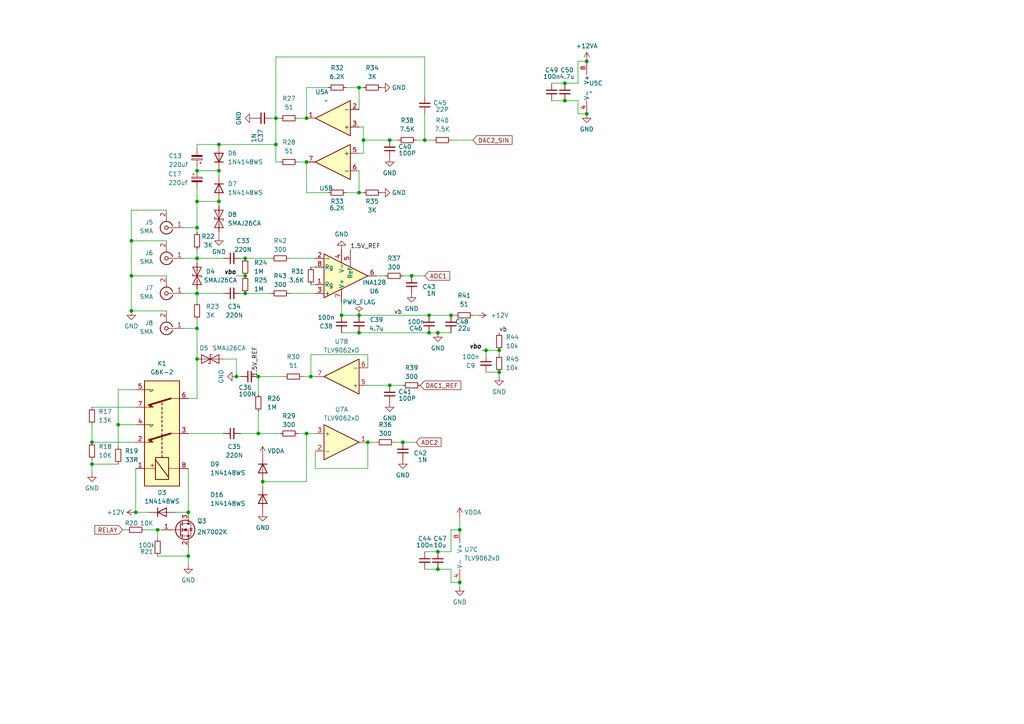
<source format=kicad_sch>
(kicad_sch
	(version 20231120)
	(generator "eeschema")
	(generator_version "8.0")
	(uuid "5e610bb5-bc8e-46bd-875a-2aec986e078e")
	(paper "A4")
	(lib_symbols
		(symbol "Amplifier_Instrumentation:INA128"
			(pin_names
				(offset 0.127)
			)
			(exclude_from_sim no)
			(in_bom yes)
			(on_board yes)
			(property "Reference" "U"
				(at 3.81 3.175 0)
				(effects
					(font
						(size 1.27 1.27)
					)
					(justify left)
				)
			)
			(property "Value" "INA128"
				(at 3.81 -3.175 0)
				(effects
					(font
						(size 1.27 1.27)
					)
					(justify left)
				)
			)
			(property "Footprint" ""
				(at 2.54 0 0)
				(effects
					(font
						(size 1.27 1.27)
					)
					(hide yes)
				)
			)
			(property "Datasheet" "http://www.ti.com/lit/ds/symlink/ina128.pdf"
				(at 2.54 0 0)
				(effects
					(font
						(size 1.27 1.27)
					)
					(hide yes)
				)
			)
			(property "Description" "Precision, Low Power Instrumentation Amplifier G = 1 + 50kOhm/Rg, DIP-8/SOIC-8"
				(at 0 0 0)
				(effects
					(font
						(size 1.27 1.27)
					)
					(hide yes)
				)
			)
			(property "ki_keywords" "instrumentation opamp"
				(at 0 0 0)
				(effects
					(font
						(size 1.27 1.27)
					)
					(hide yes)
				)
			)
			(property "ki_fp_filters" "DIP*W7.62mm* SOIC*P1.27mm*"
				(at 0 0 0)
				(effects
					(font
						(size 1.27 1.27)
					)
					(hide yes)
				)
			)
			(symbol "INA128_0_1"
				(polyline
					(pts
						(xy 7.62 0) (xy -5.08 6.35) (xy -5.08 -6.35) (xy 7.62 0)
					)
					(stroke
						(width 0.254)
						(type default)
					)
					(fill
						(type background)
					)
				)
			)
			(symbol "INA128_1_1"
				(pin passive line
					(at -7.62 2.54 0)
					(length 2.54)
					(name "Rg"
						(effects
							(font
								(size 1.27 1.27)
							)
						)
					)
					(number "1"
						(effects
							(font
								(size 1.27 1.27)
							)
						)
					)
				)
				(pin input line
					(at -7.62 -5.08 0)
					(length 2.54)
					(name "-"
						(effects
							(font
								(size 1.27 1.27)
							)
						)
					)
					(number "2"
						(effects
							(font
								(size 1.27 1.27)
							)
						)
					)
				)
				(pin input line
					(at -7.62 5.08 0)
					(length 2.54)
					(name "+"
						(effects
							(font
								(size 1.27 1.27)
							)
						)
					)
					(number "3"
						(effects
							(font
								(size 1.27 1.27)
							)
						)
					)
				)
				(pin power_in line
					(at 0 -7.62 90)
					(length 3.81)
					(name "V-"
						(effects
							(font
								(size 1.27 1.27)
							)
						)
					)
					(number "4"
						(effects
							(font
								(size 1.27 1.27)
							)
						)
					)
				)
				(pin input line
					(at 2.54 -7.62 90)
					(length 5.08)
					(name "Ref"
						(effects
							(font
								(size 1.27 1.27)
							)
						)
					)
					(number "5"
						(effects
							(font
								(size 1.27 1.27)
							)
						)
					)
				)
				(pin output line
					(at 10.16 0 180)
					(length 2.54)
					(name "~"
						(effects
							(font
								(size 1.27 1.27)
							)
						)
					)
					(number "6"
						(effects
							(font
								(size 1.27 1.27)
							)
						)
					)
				)
				(pin power_in line
					(at 0 7.62 270)
					(length 3.81)
					(name "V+"
						(effects
							(font
								(size 1.27 1.27)
							)
						)
					)
					(number "7"
						(effects
							(font
								(size 1.27 1.27)
							)
						)
					)
				)
				(pin passive line
					(at -7.62 -2.54 0)
					(length 2.54)
					(name "Rg"
						(effects
							(font
								(size 1.27 1.27)
							)
						)
					)
					(number "8"
						(effects
							(font
								(size 1.27 1.27)
							)
						)
					)
				)
			)
		)
		(symbol "Amplifier_Operational:TLV9062xD"
			(pin_names
				(offset 0.127)
			)
			(exclude_from_sim no)
			(in_bom yes)
			(on_board yes)
			(property "Reference" "U"
				(at 2.54 6.35 0)
				(effects
					(font
						(size 1.27 1.27)
					)
					(justify left)
				)
			)
			(property "Value" "TLV9062xD"
				(at 2.54 3.81 0)
				(effects
					(font
						(size 1.27 1.27)
					)
					(justify left)
				)
			)
			(property "Footprint" "Package_SO:SOIC-8_3.9x4.9mm_P1.27mm"
				(at 2.54 0 0)
				(effects
					(font
						(size 1.27 1.27)
					)
					(hide yes)
				)
			)
			(property "Datasheet" "https://www.ti.com/lit/ds/symlink/tlv9062.pdf"
				(at 6.35 3.81 0)
				(effects
					(font
						(size 1.27 1.27)
					)
					(hide yes)
				)
			)
			(property "Description" "Dual operational amplifier, 300 uV Offset, SOIC-8"
				(at 0 0 0)
				(effects
					(font
						(size 1.27 1.27)
					)
					(hide yes)
				)
			)
			(property "ki_locked" ""
				(at 0 0 0)
				(effects
					(font
						(size 1.27 1.27)
					)
				)
			)
			(property "ki_keywords" "dual op-amp low power"
				(at 0 0 0)
				(effects
					(font
						(size 1.27 1.27)
					)
					(hide yes)
				)
			)
			(property "ki_fp_filters" "SOIC*3.9x4.9mm*P1.27mm*"
				(at 0 0 0)
				(effects
					(font
						(size 1.27 1.27)
					)
					(hide yes)
				)
			)
			(symbol "TLV9062xD_1_1"
				(polyline
					(pts
						(xy 5.08 0) (xy -5.08 5.08) (xy -5.08 -5.08) (xy 5.08 0)
					)
					(stroke
						(width 0.254)
						(type default)
					)
					(fill
						(type background)
					)
				)
				(pin output line
					(at 7.62 0 180)
					(length 2.54)
					(name "~"
						(effects
							(font
								(size 1.27 1.27)
							)
						)
					)
					(number "1"
						(effects
							(font
								(size 1.27 1.27)
							)
						)
					)
				)
				(pin input line
					(at -7.62 -2.54 0)
					(length 2.54)
					(name "-"
						(effects
							(font
								(size 1.27 1.27)
							)
						)
					)
					(number "2"
						(effects
							(font
								(size 1.27 1.27)
							)
						)
					)
				)
				(pin input line
					(at -7.62 2.54 0)
					(length 2.54)
					(name "+"
						(effects
							(font
								(size 1.27 1.27)
							)
						)
					)
					(number "3"
						(effects
							(font
								(size 1.27 1.27)
							)
						)
					)
				)
			)
			(symbol "TLV9062xD_2_1"
				(polyline
					(pts
						(xy 5.08 0) (xy -5.08 5.08) (xy -5.08 -5.08) (xy 5.08 0)
					)
					(stroke
						(width 0.254)
						(type default)
					)
					(fill
						(type background)
					)
				)
				(pin input line
					(at -7.62 2.54 0)
					(length 2.54)
					(name "+"
						(effects
							(font
								(size 1.27 1.27)
							)
						)
					)
					(number "5"
						(effects
							(font
								(size 1.27 1.27)
							)
						)
					)
				)
				(pin input line
					(at -7.62 -2.54 0)
					(length 2.54)
					(name "-"
						(effects
							(font
								(size 1.27 1.27)
							)
						)
					)
					(number "6"
						(effects
							(font
								(size 1.27 1.27)
							)
						)
					)
				)
				(pin output line
					(at 7.62 0 180)
					(length 2.54)
					(name "~"
						(effects
							(font
								(size 1.27 1.27)
							)
						)
					)
					(number "7"
						(effects
							(font
								(size 1.27 1.27)
							)
						)
					)
				)
			)
			(symbol "TLV9062xD_3_1"
				(pin power_in line
					(at 0 -7.62 90)
					(length 3.81)
					(name "V-"
						(effects
							(font
								(size 1.27 1.27)
							)
						)
					)
					(number "4"
						(effects
							(font
								(size 1.27 1.27)
							)
						)
					)
				)
				(pin power_in line
					(at 0 7.62 270)
					(length 3.81)
					(name "V+"
						(effects
							(font
								(size 1.27 1.27)
							)
						)
					)
					(number "8"
						(effects
							(font
								(size 1.27 1.27)
							)
						)
					)
				)
			)
		)
		(symbol "Connector:Conn_Coaxial"
			(pin_names
				(offset 1.016) hide)
			(exclude_from_sim no)
			(in_bom yes)
			(on_board yes)
			(property "Reference" "J"
				(at 0.254 3.048 0)
				(effects
					(font
						(size 1.27 1.27)
					)
				)
			)
			(property "Value" "Conn_Coaxial"
				(at 2.921 0 90)
				(effects
					(font
						(size 1.27 1.27)
					)
				)
			)
			(property "Footprint" ""
				(at 0 0 0)
				(effects
					(font
						(size 1.27 1.27)
					)
					(hide yes)
				)
			)
			(property "Datasheet" " ~"
				(at 0 0 0)
				(effects
					(font
						(size 1.27 1.27)
					)
					(hide yes)
				)
			)
			(property "Description" "coaxial connector (BNC, SMA, SMB, SMC, Cinch/RCA, LEMO, ...)"
				(at 0 0 0)
				(effects
					(font
						(size 1.27 1.27)
					)
					(hide yes)
				)
			)
			(property "ki_keywords" "BNC SMA SMB SMC LEMO coaxial connector CINCH RCA"
				(at 0 0 0)
				(effects
					(font
						(size 1.27 1.27)
					)
					(hide yes)
				)
			)
			(property "ki_fp_filters" "*BNC* *SMA* *SMB* *SMC* *Cinch* *LEMO*"
				(at 0 0 0)
				(effects
					(font
						(size 1.27 1.27)
					)
					(hide yes)
				)
			)
			(symbol "Conn_Coaxial_0_1"
				(arc
					(start -1.778 -0.508)
					(mid 0.2311 -1.8066)
					(end 1.778 0)
					(stroke
						(width 0.254)
						(type default)
					)
					(fill
						(type none)
					)
				)
				(polyline
					(pts
						(xy -2.54 0) (xy -0.508 0)
					)
					(stroke
						(width 0)
						(type default)
					)
					(fill
						(type none)
					)
				)
				(polyline
					(pts
						(xy 0 -2.54) (xy 0 -1.778)
					)
					(stroke
						(width 0)
						(type default)
					)
					(fill
						(type none)
					)
				)
				(circle
					(center 0 0)
					(radius 0.508)
					(stroke
						(width 0.2032)
						(type default)
					)
					(fill
						(type none)
					)
				)
				(arc
					(start 1.778 0)
					(mid 0.2099 1.8101)
					(end -1.778 0.508)
					(stroke
						(width 0.254)
						(type default)
					)
					(fill
						(type none)
					)
				)
			)
			(symbol "Conn_Coaxial_1_1"
				(pin passive line
					(at -5.08 0 0)
					(length 2.54)
					(name "In"
						(effects
							(font
								(size 1.27 1.27)
							)
						)
					)
					(number "1"
						(effects
							(font
								(size 1.27 1.27)
							)
						)
					)
				)
				(pin passive line
					(at 0 -5.08 90)
					(length 2.54)
					(name "Ext"
						(effects
							(font
								(size 1.27 1.27)
							)
						)
					)
					(number "2"
						(effects
							(font
								(size 1.27 1.27)
							)
						)
					)
				)
			)
		)
		(symbol "Device:C_Polarized_Small"
			(pin_numbers hide)
			(pin_names
				(offset 0.254) hide)
			(exclude_from_sim no)
			(in_bom yes)
			(on_board yes)
			(property "Reference" "C"
				(at 0.254 1.778 0)
				(effects
					(font
						(size 1.27 1.27)
					)
					(justify left)
				)
			)
			(property "Value" "C_Polarized_Small"
				(at 0.254 -2.032 0)
				(effects
					(font
						(size 1.27 1.27)
					)
					(justify left)
				)
			)
			(property "Footprint" ""
				(at 0 0 0)
				(effects
					(font
						(size 1.27 1.27)
					)
					(hide yes)
				)
			)
			(property "Datasheet" "~"
				(at 0 0 0)
				(effects
					(font
						(size 1.27 1.27)
					)
					(hide yes)
				)
			)
			(property "Description" "Polarized capacitor, small symbol"
				(at 0 0 0)
				(effects
					(font
						(size 1.27 1.27)
					)
					(hide yes)
				)
			)
			(property "ki_keywords" "cap capacitor"
				(at 0 0 0)
				(effects
					(font
						(size 1.27 1.27)
					)
					(hide yes)
				)
			)
			(property "ki_fp_filters" "CP_*"
				(at 0 0 0)
				(effects
					(font
						(size 1.27 1.27)
					)
					(hide yes)
				)
			)
			(symbol "C_Polarized_Small_0_1"
				(rectangle
					(start -1.524 -0.3048)
					(end 1.524 -0.6858)
					(stroke
						(width 0)
						(type default)
					)
					(fill
						(type outline)
					)
				)
				(rectangle
					(start -1.524 0.6858)
					(end 1.524 0.3048)
					(stroke
						(width 0)
						(type default)
					)
					(fill
						(type none)
					)
				)
				(polyline
					(pts
						(xy -1.27 1.524) (xy -0.762 1.524)
					)
					(stroke
						(width 0)
						(type default)
					)
					(fill
						(type none)
					)
				)
				(polyline
					(pts
						(xy -1.016 1.27) (xy -1.016 1.778)
					)
					(stroke
						(width 0)
						(type default)
					)
					(fill
						(type none)
					)
				)
			)
			(symbol "C_Polarized_Small_1_1"
				(pin passive line
					(at 0 2.54 270)
					(length 1.8542)
					(name "~"
						(effects
							(font
								(size 1.27 1.27)
							)
						)
					)
					(number "1"
						(effects
							(font
								(size 1.27 1.27)
							)
						)
					)
				)
				(pin passive line
					(at 0 -2.54 90)
					(length 1.8542)
					(name "~"
						(effects
							(font
								(size 1.27 1.27)
							)
						)
					)
					(number "2"
						(effects
							(font
								(size 1.27 1.27)
							)
						)
					)
				)
			)
		)
		(symbol "Device:C_Small"
			(pin_numbers hide)
			(pin_names
				(offset 0.254) hide)
			(exclude_from_sim no)
			(in_bom yes)
			(on_board yes)
			(property "Reference" "C"
				(at 0.254 1.778 0)
				(effects
					(font
						(size 1.27 1.27)
					)
					(justify left)
				)
			)
			(property "Value" "C_Small"
				(at 0.254 -2.032 0)
				(effects
					(font
						(size 1.27 1.27)
					)
					(justify left)
				)
			)
			(property "Footprint" ""
				(at 0 0 0)
				(effects
					(font
						(size 1.27 1.27)
					)
					(hide yes)
				)
			)
			(property "Datasheet" "~"
				(at 0 0 0)
				(effects
					(font
						(size 1.27 1.27)
					)
					(hide yes)
				)
			)
			(property "Description" "Unpolarized capacitor, small symbol"
				(at 0 0 0)
				(effects
					(font
						(size 1.27 1.27)
					)
					(hide yes)
				)
			)
			(property "ki_keywords" "capacitor cap"
				(at 0 0 0)
				(effects
					(font
						(size 1.27 1.27)
					)
					(hide yes)
				)
			)
			(property "ki_fp_filters" "C_*"
				(at 0 0 0)
				(effects
					(font
						(size 1.27 1.27)
					)
					(hide yes)
				)
			)
			(symbol "C_Small_0_1"
				(polyline
					(pts
						(xy -1.524 -0.508) (xy 1.524 -0.508)
					)
					(stroke
						(width 0.3302)
						(type default)
					)
					(fill
						(type none)
					)
				)
				(polyline
					(pts
						(xy -1.524 0.508) (xy 1.524 0.508)
					)
					(stroke
						(width 0.3048)
						(type default)
					)
					(fill
						(type none)
					)
				)
			)
			(symbol "C_Small_1_1"
				(pin passive line
					(at 0 2.54 270)
					(length 2.032)
					(name "~"
						(effects
							(font
								(size 1.27 1.27)
							)
						)
					)
					(number "1"
						(effects
							(font
								(size 1.27 1.27)
							)
						)
					)
				)
				(pin passive line
					(at 0 -2.54 90)
					(length 2.032)
					(name "~"
						(effects
							(font
								(size 1.27 1.27)
							)
						)
					)
					(number "2"
						(effects
							(font
								(size 1.27 1.27)
							)
						)
					)
				)
			)
		)
		(symbol "Device:R_Small"
			(pin_numbers hide)
			(pin_names
				(offset 0.254) hide)
			(exclude_from_sim no)
			(in_bom yes)
			(on_board yes)
			(property "Reference" "R"
				(at 0.762 0.508 0)
				(effects
					(font
						(size 1.27 1.27)
					)
					(justify left)
				)
			)
			(property "Value" "R_Small"
				(at 0.762 -1.016 0)
				(effects
					(font
						(size 1.27 1.27)
					)
					(justify left)
				)
			)
			(property "Footprint" ""
				(at 0 0 0)
				(effects
					(font
						(size 1.27 1.27)
					)
					(hide yes)
				)
			)
			(property "Datasheet" "~"
				(at 0 0 0)
				(effects
					(font
						(size 1.27 1.27)
					)
					(hide yes)
				)
			)
			(property "Description" "Resistor, small symbol"
				(at 0 0 0)
				(effects
					(font
						(size 1.27 1.27)
					)
					(hide yes)
				)
			)
			(property "ki_keywords" "R resistor"
				(at 0 0 0)
				(effects
					(font
						(size 1.27 1.27)
					)
					(hide yes)
				)
			)
			(property "ki_fp_filters" "R_*"
				(at 0 0 0)
				(effects
					(font
						(size 1.27 1.27)
					)
					(hide yes)
				)
			)
			(symbol "R_Small_0_1"
				(rectangle
					(start -0.762 1.778)
					(end 0.762 -1.778)
					(stroke
						(width 0.2032)
						(type default)
					)
					(fill
						(type none)
					)
				)
			)
			(symbol "R_Small_1_1"
				(pin passive line
					(at 0 2.54 270)
					(length 0.762)
					(name "~"
						(effects
							(font
								(size 1.27 1.27)
							)
						)
					)
					(number "1"
						(effects
							(font
								(size 1.27 1.27)
							)
						)
					)
				)
				(pin passive line
					(at 0 -2.54 90)
					(length 0.762)
					(name "~"
						(effects
							(font
								(size 1.27 1.27)
							)
						)
					)
					(number "2"
						(effects
							(font
								(size 1.27 1.27)
							)
						)
					)
				)
			)
		)
		(symbol "Diode:1N4148WS"
			(pin_numbers hide)
			(pin_names hide)
			(exclude_from_sim no)
			(in_bom yes)
			(on_board yes)
			(property "Reference" "D"
				(at 0 2.54 0)
				(effects
					(font
						(size 1.27 1.27)
					)
				)
			)
			(property "Value" "1N4148WS"
				(at 0 -2.54 0)
				(effects
					(font
						(size 1.27 1.27)
					)
				)
			)
			(property "Footprint" "Diode_SMD:D_SOD-323"
				(at 0 -4.445 0)
				(effects
					(font
						(size 1.27 1.27)
					)
					(hide yes)
				)
			)
			(property "Datasheet" "https://www.vishay.com/docs/85751/1n4148ws.pdf"
				(at 0 0 0)
				(effects
					(font
						(size 1.27 1.27)
					)
					(hide yes)
				)
			)
			(property "Description" "75V 0.15A Fast switching Diode, SOD-323"
				(at 0 0 0)
				(effects
					(font
						(size 1.27 1.27)
					)
					(hide yes)
				)
			)
			(property "Sim.Device" "D"
				(at 0 0 0)
				(effects
					(font
						(size 1.27 1.27)
					)
					(hide yes)
				)
			)
			(property "Sim.Pins" "1=K 2=A"
				(at 0 0 0)
				(effects
					(font
						(size 1.27 1.27)
					)
					(hide yes)
				)
			)
			(property "ki_keywords" "diode"
				(at 0 0 0)
				(effects
					(font
						(size 1.27 1.27)
					)
					(hide yes)
				)
			)
			(property "ki_fp_filters" "D*SOD?323*"
				(at 0 0 0)
				(effects
					(font
						(size 1.27 1.27)
					)
					(hide yes)
				)
			)
			(symbol "1N4148WS_0_1"
				(polyline
					(pts
						(xy -1.27 1.27) (xy -1.27 -1.27)
					)
					(stroke
						(width 0.254)
						(type default)
					)
					(fill
						(type none)
					)
				)
				(polyline
					(pts
						(xy 1.27 0) (xy -1.27 0)
					)
					(stroke
						(width 0)
						(type default)
					)
					(fill
						(type none)
					)
				)
				(polyline
					(pts
						(xy 1.27 1.27) (xy 1.27 -1.27) (xy -1.27 0) (xy 1.27 1.27)
					)
					(stroke
						(width 0.254)
						(type default)
					)
					(fill
						(type none)
					)
				)
			)
			(symbol "1N4148WS_1_1"
				(pin passive line
					(at -3.81 0 0)
					(length 2.54)
					(name "K"
						(effects
							(font
								(size 1.27 1.27)
							)
						)
					)
					(number "1"
						(effects
							(font
								(size 1.27 1.27)
							)
						)
					)
				)
				(pin passive line
					(at 3.81 0 180)
					(length 2.54)
					(name "A"
						(effects
							(font
								(size 1.27 1.27)
							)
						)
					)
					(number "2"
						(effects
							(font
								(size 1.27 1.27)
							)
						)
					)
				)
			)
		)
		(symbol "Diode:SMAJ26CA"
			(pin_numbers hide)
			(pin_names
				(offset 1.016) hide)
			(exclude_from_sim no)
			(in_bom yes)
			(on_board yes)
			(property "Reference" "D"
				(at 0 2.54 0)
				(effects
					(font
						(size 1.27 1.27)
					)
				)
			)
			(property "Value" "SMAJ26CA"
				(at 0 -2.54 0)
				(effects
					(font
						(size 1.27 1.27)
					)
				)
			)
			(property "Footprint" "Diode_SMD:D_SMA"
				(at 0 -5.08 0)
				(effects
					(font
						(size 1.27 1.27)
					)
					(hide yes)
				)
			)
			(property "Datasheet" "https://www.littelfuse.com/media?resourcetype=datasheets&itemid=75e32973-b177-4ee3-a0ff-cedaf1abdb93&filename=smaj-datasheet"
				(at 0 0 0)
				(effects
					(font
						(size 1.27 1.27)
					)
					(hide yes)
				)
			)
			(property "Description" "400W bidirectional Transient Voltage Suppressor, 26.0Vr, SMA(DO-214AC)"
				(at 0 0 0)
				(effects
					(font
						(size 1.27 1.27)
					)
					(hide yes)
				)
			)
			(property "ki_keywords" "bidirectional diode TVS voltage suppressor"
				(at 0 0 0)
				(effects
					(font
						(size 1.27 1.27)
					)
					(hide yes)
				)
			)
			(property "ki_fp_filters" "D*SMA*"
				(at 0 0 0)
				(effects
					(font
						(size 1.27 1.27)
					)
					(hide yes)
				)
			)
			(symbol "SMAJ26CA_0_1"
				(polyline
					(pts
						(xy 1.27 0) (xy -1.27 0)
					)
					(stroke
						(width 0)
						(type default)
					)
					(fill
						(type none)
					)
				)
				(polyline
					(pts
						(xy -2.54 -1.27) (xy 0 0) (xy -2.54 1.27) (xy -2.54 -1.27)
					)
					(stroke
						(width 0.2032)
						(type default)
					)
					(fill
						(type none)
					)
				)
				(polyline
					(pts
						(xy 0.508 1.27) (xy 0 1.27) (xy 0 -1.27) (xy -0.508 -1.27)
					)
					(stroke
						(width 0.2032)
						(type default)
					)
					(fill
						(type none)
					)
				)
				(polyline
					(pts
						(xy 2.54 1.27) (xy 2.54 -1.27) (xy 0 0) (xy 2.54 1.27)
					)
					(stroke
						(width 0.2032)
						(type default)
					)
					(fill
						(type none)
					)
				)
			)
			(symbol "SMAJ26CA_1_1"
				(pin passive line
					(at -3.81 0 0)
					(length 2.54)
					(name "A1"
						(effects
							(font
								(size 1.27 1.27)
							)
						)
					)
					(number "1"
						(effects
							(font
								(size 1.27 1.27)
							)
						)
					)
				)
				(pin passive line
					(at 3.81 0 180)
					(length 2.54)
					(name "A2"
						(effects
							(font
								(size 1.27 1.27)
							)
						)
					)
					(number "2"
						(effects
							(font
								(size 1.27 1.27)
							)
						)
					)
				)
			)
		)
		(symbol "Relay:G6K-2"
			(exclude_from_sim no)
			(in_bom yes)
			(on_board yes)
			(property "Reference" "K"
				(at 16.51 3.81 0)
				(effects
					(font
						(size 1.27 1.27)
					)
					(justify left)
				)
			)
			(property "Value" "G6K-2"
				(at 16.51 1.27 0)
				(effects
					(font
						(size 1.27 1.27)
					)
					(justify left)
				)
			)
			(property "Footprint" ""
				(at 0 0 0)
				(effects
					(font
						(size 1.27 1.27)
					)
					(justify left)
					(hide yes)
				)
			)
			(property "Datasheet" "http://omronfs.omron.com/en_US/ecb/products/pdf/en-g6k.pdf"
				(at 0 0 0)
				(effects
					(font
						(size 1.27 1.27)
					)
					(hide yes)
				)
			)
			(property "Description" "Miniature 2-pole relay, Single-side Stable"
				(at 0 0 0)
				(effects
					(font
						(size 1.27 1.27)
					)
					(hide yes)
				)
			)
			(property "ki_keywords" "Miniature Relay Dual Pole DPDT Omron"
				(at 0 0 0)
				(effects
					(font
						(size 1.27 1.27)
					)
					(hide yes)
				)
			)
			(property "ki_fp_filters" "Relay*DPDT*Omron*G6K?2*"
				(at 0 0 0)
				(effects
					(font
						(size 1.27 1.27)
					)
					(hide yes)
				)
			)
			(symbol "G6K-2_0_0"
				(text "+"
					(at -9.271 2.921 0)
					(effects
						(font
							(size 1.27 1.27)
						)
					)
				)
			)
			(symbol "G6K-2_0_1"
				(rectangle
					(start -15.24 5.08)
					(end 15.24 -5.08)
					(stroke
						(width 0.254)
						(type default)
					)
					(fill
						(type background)
					)
				)
				(rectangle
					(start -13.335 1.905)
					(end -6.985 -1.905)
					(stroke
						(width 0.254)
						(type default)
					)
					(fill
						(type none)
					)
				)
				(polyline
					(pts
						(xy -12.7 -1.905) (xy -7.62 1.905)
					)
					(stroke
						(width 0.254)
						(type default)
					)
					(fill
						(type none)
					)
				)
				(polyline
					(pts
						(xy -10.16 -5.08) (xy -10.16 -1.905)
					)
					(stroke
						(width 0)
						(type default)
					)
					(fill
						(type none)
					)
				)
				(polyline
					(pts
						(xy -10.16 5.08) (xy -10.16 1.905)
					)
					(stroke
						(width 0)
						(type default)
					)
					(fill
						(type none)
					)
				)
				(polyline
					(pts
						(xy -6.985 0) (xy -6.35 0)
					)
					(stroke
						(width 0.254)
						(type default)
					)
					(fill
						(type none)
					)
				)
				(polyline
					(pts
						(xy -5.715 0) (xy -5.08 0)
					)
					(stroke
						(width 0.254)
						(type default)
					)
					(fill
						(type none)
					)
				)
				(polyline
					(pts
						(xy -4.445 0) (xy -3.81 0)
					)
					(stroke
						(width 0.254)
						(type default)
					)
					(fill
						(type none)
					)
				)
				(polyline
					(pts
						(xy -3.175 0) (xy -2.54 0)
					)
					(stroke
						(width 0.254)
						(type default)
					)
					(fill
						(type none)
					)
				)
				(polyline
					(pts
						(xy -1.905 0) (xy -1.27 0)
					)
					(stroke
						(width 0.254)
						(type default)
					)
					(fill
						(type none)
					)
				)
				(polyline
					(pts
						(xy -0.635 0) (xy 0 0)
					)
					(stroke
						(width 0.254)
						(type default)
					)
					(fill
						(type none)
					)
				)
				(polyline
					(pts
						(xy 0 -2.54) (xy -1.905 3.81)
					)
					(stroke
						(width 0.508)
						(type default)
					)
					(fill
						(type none)
					)
				)
				(polyline
					(pts
						(xy 0 -2.54) (xy 0 -5.08)
					)
					(stroke
						(width 0)
						(type default)
					)
					(fill
						(type none)
					)
				)
				(polyline
					(pts
						(xy 0.635 0) (xy 1.27 0)
					)
					(stroke
						(width 0.254)
						(type default)
					)
					(fill
						(type none)
					)
				)
				(polyline
					(pts
						(xy 1.905 0) (xy 2.54 0)
					)
					(stroke
						(width 0.254)
						(type default)
					)
					(fill
						(type none)
					)
				)
				(polyline
					(pts
						(xy 3.175 0) (xy 3.81 0)
					)
					(stroke
						(width 0.254)
						(type default)
					)
					(fill
						(type none)
					)
				)
				(polyline
					(pts
						(xy 4.445 0) (xy 5.08 0)
					)
					(stroke
						(width 0.254)
						(type default)
					)
					(fill
						(type none)
					)
				)
				(polyline
					(pts
						(xy 5.715 0) (xy 6.35 0)
					)
					(stroke
						(width 0.254)
						(type default)
					)
					(fill
						(type none)
					)
				)
				(polyline
					(pts
						(xy 6.985 0) (xy 7.62 0)
					)
					(stroke
						(width 0.254)
						(type default)
					)
					(fill
						(type none)
					)
				)
				(polyline
					(pts
						(xy 8.255 0) (xy 8.89 0)
					)
					(stroke
						(width 0.254)
						(type default)
					)
					(fill
						(type none)
					)
				)
				(polyline
					(pts
						(xy 10.16 -2.54) (xy 8.255 3.81)
					)
					(stroke
						(width 0.508)
						(type default)
					)
					(fill
						(type none)
					)
				)
				(polyline
					(pts
						(xy 10.16 -2.54) (xy 10.16 -5.08)
					)
					(stroke
						(width 0)
						(type default)
					)
					(fill
						(type none)
					)
				)
				(polyline
					(pts
						(xy -2.54 5.08) (xy -2.54 2.54) (xy -1.905 3.175) (xy -2.54 3.81)
					)
					(stroke
						(width 0)
						(type default)
					)
					(fill
						(type outline)
					)
				)
				(polyline
					(pts
						(xy 2.54 5.08) (xy 2.54 2.54) (xy 1.905 3.175) (xy 2.54 3.81)
					)
					(stroke
						(width 0)
						(type default)
					)
					(fill
						(type none)
					)
				)
				(polyline
					(pts
						(xy 7.62 5.08) (xy 7.62 2.54) (xy 8.255 3.175) (xy 7.62 3.81)
					)
					(stroke
						(width 0)
						(type default)
					)
					(fill
						(type outline)
					)
				)
				(polyline
					(pts
						(xy 12.7 5.08) (xy 12.7 2.54) (xy 12.065 3.175) (xy 12.7 3.81)
					)
					(stroke
						(width 0)
						(type default)
					)
					(fill
						(type none)
					)
				)
			)
			(symbol "G6K-2_1_1"
				(pin passive line
					(at -10.16 7.62 270)
					(length 2.54)
					(name "~"
						(effects
							(font
								(size 1.27 1.27)
							)
						)
					)
					(number "1"
						(effects
							(font
								(size 1.27 1.27)
							)
						)
					)
				)
				(pin passive line
					(at -2.54 7.62 270)
					(length 2.54)
					(name "~"
						(effects
							(font
								(size 1.27 1.27)
							)
						)
					)
					(number "2"
						(effects
							(font
								(size 1.27 1.27)
							)
						)
					)
				)
				(pin passive line
					(at 0 -7.62 90)
					(length 2.54)
					(name "~"
						(effects
							(font
								(size 1.27 1.27)
							)
						)
					)
					(number "3"
						(effects
							(font
								(size 1.27 1.27)
							)
						)
					)
				)
				(pin passive line
					(at 2.54 7.62 270)
					(length 2.54)
					(name "~"
						(effects
							(font
								(size 1.27 1.27)
							)
						)
					)
					(number "4"
						(effects
							(font
								(size 1.27 1.27)
							)
						)
					)
				)
				(pin passive line
					(at 12.7 7.62 270)
					(length 2.54)
					(name "~"
						(effects
							(font
								(size 1.27 1.27)
							)
						)
					)
					(number "5"
						(effects
							(font
								(size 1.27 1.27)
							)
						)
					)
				)
				(pin passive line
					(at 10.16 -7.62 90)
					(length 2.54)
					(name "~"
						(effects
							(font
								(size 1.27 1.27)
							)
						)
					)
					(number "6"
						(effects
							(font
								(size 1.27 1.27)
							)
						)
					)
				)
				(pin passive line
					(at 7.62 7.62 270)
					(length 2.54)
					(name "~"
						(effects
							(font
								(size 1.27 1.27)
							)
						)
					)
					(number "7"
						(effects
							(font
								(size 1.27 1.27)
							)
						)
					)
				)
				(pin passive line
					(at -10.16 -7.62 90)
					(length 2.54)
					(name "~"
						(effects
							(font
								(size 1.27 1.27)
							)
						)
					)
					(number "8"
						(effects
							(font
								(size 1.27 1.27)
							)
						)
					)
				)
			)
		)
		(symbol "Transistor_FET:2N7002K"
			(pin_names hide)
			(exclude_from_sim no)
			(in_bom yes)
			(on_board yes)
			(property "Reference" "Q"
				(at 5.08 1.905 0)
				(effects
					(font
						(size 1.27 1.27)
					)
					(justify left)
				)
			)
			(property "Value" "2N7002K"
				(at 5.08 0 0)
				(effects
					(font
						(size 1.27 1.27)
					)
					(justify left)
				)
			)
			(property "Footprint" "Package_TO_SOT_SMD:SOT-23"
				(at 5.08 -1.905 0)
				(effects
					(font
						(size 1.27 1.27)
						(italic yes)
					)
					(justify left)
					(hide yes)
				)
			)
			(property "Datasheet" "https://www.diodes.com/assets/Datasheets/ds30896.pdf"
				(at 0 0 0)
				(effects
					(font
						(size 1.27 1.27)
					)
					(justify left)
					(hide yes)
				)
			)
			(property "Description" "0.38A Id, 60V Vds, N-Channel MOSFET, SOT-23"
				(at 0 0 0)
				(effects
					(font
						(size 1.27 1.27)
					)
					(hide yes)
				)
			)
			(property "ki_keywords" "N-Channel MOSFET"
				(at 0 0 0)
				(effects
					(font
						(size 1.27 1.27)
					)
					(hide yes)
				)
			)
			(property "ki_fp_filters" "SOT?23*"
				(at 0 0 0)
				(effects
					(font
						(size 1.27 1.27)
					)
					(hide yes)
				)
			)
			(symbol "2N7002K_0_1"
				(polyline
					(pts
						(xy 0.254 0) (xy -2.54 0)
					)
					(stroke
						(width 0)
						(type default)
					)
					(fill
						(type none)
					)
				)
				(polyline
					(pts
						(xy 0.254 1.905) (xy 0.254 -1.905)
					)
					(stroke
						(width 0.254)
						(type default)
					)
					(fill
						(type none)
					)
				)
				(polyline
					(pts
						(xy 0.762 -1.27) (xy 0.762 -2.286)
					)
					(stroke
						(width 0.254)
						(type default)
					)
					(fill
						(type none)
					)
				)
				(polyline
					(pts
						(xy 0.762 0.508) (xy 0.762 -0.508)
					)
					(stroke
						(width 0.254)
						(type default)
					)
					(fill
						(type none)
					)
				)
				(polyline
					(pts
						(xy 0.762 2.286) (xy 0.762 1.27)
					)
					(stroke
						(width 0.254)
						(type default)
					)
					(fill
						(type none)
					)
				)
				(polyline
					(pts
						(xy 2.54 2.54) (xy 2.54 1.778)
					)
					(stroke
						(width 0)
						(type default)
					)
					(fill
						(type none)
					)
				)
				(polyline
					(pts
						(xy 2.54 -2.54) (xy 2.54 0) (xy 0.762 0)
					)
					(stroke
						(width 0)
						(type default)
					)
					(fill
						(type none)
					)
				)
				(polyline
					(pts
						(xy 0.762 -1.778) (xy 3.302 -1.778) (xy 3.302 1.778) (xy 0.762 1.778)
					)
					(stroke
						(width 0)
						(type default)
					)
					(fill
						(type none)
					)
				)
				(polyline
					(pts
						(xy 1.016 0) (xy 2.032 0.381) (xy 2.032 -0.381) (xy 1.016 0)
					)
					(stroke
						(width 0)
						(type default)
					)
					(fill
						(type outline)
					)
				)
				(polyline
					(pts
						(xy 2.794 0.508) (xy 2.921 0.381) (xy 3.683 0.381) (xy 3.81 0.254)
					)
					(stroke
						(width 0)
						(type default)
					)
					(fill
						(type none)
					)
				)
				(polyline
					(pts
						(xy 3.302 0.381) (xy 2.921 -0.254) (xy 3.683 -0.254) (xy 3.302 0.381)
					)
					(stroke
						(width 0)
						(type default)
					)
					(fill
						(type none)
					)
				)
				(circle
					(center 1.651 0)
					(radius 2.794)
					(stroke
						(width 0.254)
						(type default)
					)
					(fill
						(type none)
					)
				)
				(circle
					(center 2.54 -1.778)
					(radius 0.254)
					(stroke
						(width 0)
						(type default)
					)
					(fill
						(type outline)
					)
				)
				(circle
					(center 2.54 1.778)
					(radius 0.254)
					(stroke
						(width 0)
						(type default)
					)
					(fill
						(type outline)
					)
				)
			)
			(symbol "2N7002K_1_1"
				(pin input line
					(at -5.08 0 0)
					(length 2.54)
					(name "G"
						(effects
							(font
								(size 1.27 1.27)
							)
						)
					)
					(number "1"
						(effects
							(font
								(size 1.27 1.27)
							)
						)
					)
				)
				(pin passive line
					(at 2.54 -5.08 90)
					(length 2.54)
					(name "S"
						(effects
							(font
								(size 1.27 1.27)
							)
						)
					)
					(number "2"
						(effects
							(font
								(size 1.27 1.27)
							)
						)
					)
				)
				(pin passive line
					(at 2.54 5.08 270)
					(length 2.54)
					(name "D"
						(effects
							(font
								(size 1.27 1.27)
							)
						)
					)
					(number "3"
						(effects
							(font
								(size 1.27 1.27)
							)
						)
					)
				)
			)
		)
		(symbol "power:+12V"
			(power)
			(pin_names
				(offset 0)
			)
			(exclude_from_sim no)
			(in_bom yes)
			(on_board yes)
			(property "Reference" "#PWR"
				(at 0 -3.81 0)
				(effects
					(font
						(size 1.27 1.27)
					)
					(hide yes)
				)
			)
			(property "Value" "+12V"
				(at 0 3.556 0)
				(effects
					(font
						(size 1.27 1.27)
					)
				)
			)
			(property "Footprint" ""
				(at 0 0 0)
				(effects
					(font
						(size 1.27 1.27)
					)
					(hide yes)
				)
			)
			(property "Datasheet" ""
				(at 0 0 0)
				(effects
					(font
						(size 1.27 1.27)
					)
					(hide yes)
				)
			)
			(property "Description" "Power symbol creates a global label with name \"+12V\""
				(at 0 0 0)
				(effects
					(font
						(size 1.27 1.27)
					)
					(hide yes)
				)
			)
			(property "ki_keywords" "global power"
				(at 0 0 0)
				(effects
					(font
						(size 1.27 1.27)
					)
					(hide yes)
				)
			)
			(symbol "+12V_0_1"
				(polyline
					(pts
						(xy -0.762 1.27) (xy 0 2.54)
					)
					(stroke
						(width 0)
						(type default)
					)
					(fill
						(type none)
					)
				)
				(polyline
					(pts
						(xy 0 0) (xy 0 2.54)
					)
					(stroke
						(width 0)
						(type default)
					)
					(fill
						(type none)
					)
				)
				(polyline
					(pts
						(xy 0 2.54) (xy 0.762 1.27)
					)
					(stroke
						(width 0)
						(type default)
					)
					(fill
						(type none)
					)
				)
			)
			(symbol "+12V_1_1"
				(pin power_in line
					(at 0 0 90)
					(length 0) hide
					(name "+12V"
						(effects
							(font
								(size 1.27 1.27)
							)
						)
					)
					(number "1"
						(effects
							(font
								(size 1.27 1.27)
							)
						)
					)
				)
			)
		)
		(symbol "power:+12VA"
			(power)
			(pin_names
				(offset 0)
			)
			(exclude_from_sim no)
			(in_bom yes)
			(on_board yes)
			(property "Reference" "#PWR"
				(at 0 -3.81 0)
				(effects
					(font
						(size 1.27 1.27)
					)
					(hide yes)
				)
			)
			(property "Value" "+12VA"
				(at 0 3.556 0)
				(effects
					(font
						(size 1.27 1.27)
					)
				)
			)
			(property "Footprint" ""
				(at 0 0 0)
				(effects
					(font
						(size 1.27 1.27)
					)
					(hide yes)
				)
			)
			(property "Datasheet" ""
				(at 0 0 0)
				(effects
					(font
						(size 1.27 1.27)
					)
					(hide yes)
				)
			)
			(property "Description" "Power symbol creates a global label with name \"+12VA\""
				(at 0 0 0)
				(effects
					(font
						(size 1.27 1.27)
					)
					(hide yes)
				)
			)
			(property "ki_keywords" "global power"
				(at 0 0 0)
				(effects
					(font
						(size 1.27 1.27)
					)
					(hide yes)
				)
			)
			(symbol "+12VA_0_1"
				(polyline
					(pts
						(xy -0.762 1.27) (xy 0 2.54)
					)
					(stroke
						(width 0)
						(type default)
					)
					(fill
						(type none)
					)
				)
				(polyline
					(pts
						(xy 0 0) (xy 0 2.54)
					)
					(stroke
						(width 0)
						(type default)
					)
					(fill
						(type none)
					)
				)
				(polyline
					(pts
						(xy 0 2.54) (xy 0.762 1.27)
					)
					(stroke
						(width 0)
						(type default)
					)
					(fill
						(type none)
					)
				)
			)
			(symbol "+12VA_1_1"
				(pin power_in line
					(at 0 0 90)
					(length 0) hide
					(name "+12VA"
						(effects
							(font
								(size 1.27 1.27)
							)
						)
					)
					(number "1"
						(effects
							(font
								(size 1.27 1.27)
							)
						)
					)
				)
			)
		)
		(symbol "power:GND"
			(power)
			(pin_names
				(offset 0)
			)
			(exclude_from_sim no)
			(in_bom yes)
			(on_board yes)
			(property "Reference" "#PWR"
				(at 0 -6.35 0)
				(effects
					(font
						(size 1.27 1.27)
					)
					(hide yes)
				)
			)
			(property "Value" "GND"
				(at 0 -3.81 0)
				(effects
					(font
						(size 1.27 1.27)
					)
				)
			)
			(property "Footprint" ""
				(at 0 0 0)
				(effects
					(font
						(size 1.27 1.27)
					)
					(hide yes)
				)
			)
			(property "Datasheet" ""
				(at 0 0 0)
				(effects
					(font
						(size 1.27 1.27)
					)
					(hide yes)
				)
			)
			(property "Description" "Power symbol creates a global label with name \"GND\" , ground"
				(at 0 0 0)
				(effects
					(font
						(size 1.27 1.27)
					)
					(hide yes)
				)
			)
			(property "ki_keywords" "global power"
				(at 0 0 0)
				(effects
					(font
						(size 1.27 1.27)
					)
					(hide yes)
				)
			)
			(symbol "GND_0_1"
				(polyline
					(pts
						(xy 0 0) (xy 0 -1.27) (xy 1.27 -1.27) (xy 0 -2.54) (xy -1.27 -1.27) (xy 0 -1.27)
					)
					(stroke
						(width 0)
						(type default)
					)
					(fill
						(type none)
					)
				)
			)
			(symbol "GND_1_1"
				(pin power_in line
					(at 0 0 270)
					(length 0) hide
					(name "GND"
						(effects
							(font
								(size 1.27 1.27)
							)
						)
					)
					(number "1"
						(effects
							(font
								(size 1.27 1.27)
							)
						)
					)
				)
			)
		)
		(symbol "power:PWR_FLAG"
			(power)
			(pin_numbers hide)
			(pin_names
				(offset 0) hide)
			(exclude_from_sim no)
			(in_bom yes)
			(on_board yes)
			(property "Reference" "#FLG"
				(at 0 1.905 0)
				(effects
					(font
						(size 1.27 1.27)
					)
					(hide yes)
				)
			)
			(property "Value" "PWR_FLAG"
				(at 0 3.81 0)
				(effects
					(font
						(size 1.27 1.27)
					)
				)
			)
			(property "Footprint" ""
				(at 0 0 0)
				(effects
					(font
						(size 1.27 1.27)
					)
					(hide yes)
				)
			)
			(property "Datasheet" "~"
				(at 0 0 0)
				(effects
					(font
						(size 1.27 1.27)
					)
					(hide yes)
				)
			)
			(property "Description" "Special symbol for telling ERC where power comes from"
				(at 0 0 0)
				(effects
					(font
						(size 1.27 1.27)
					)
					(hide yes)
				)
			)
			(property "ki_keywords" "flag power"
				(at 0 0 0)
				(effects
					(font
						(size 1.27 1.27)
					)
					(hide yes)
				)
			)
			(symbol "PWR_FLAG_0_0"
				(pin power_out line
					(at 0 0 90)
					(length 0)
					(name "pwr"
						(effects
							(font
								(size 1.27 1.27)
							)
						)
					)
					(number "1"
						(effects
							(font
								(size 1.27 1.27)
							)
						)
					)
				)
			)
			(symbol "PWR_FLAG_0_1"
				(polyline
					(pts
						(xy 0 0) (xy 0 1.27) (xy -1.016 1.905) (xy 0 2.54) (xy 1.016 1.905) (xy 0 1.27)
					)
					(stroke
						(width 0)
						(type default)
					)
					(fill
						(type none)
					)
				)
			)
		)
		(symbol "power:VDDA"
			(power)
			(pin_names
				(offset 0)
			)
			(exclude_from_sim no)
			(in_bom yes)
			(on_board yes)
			(property "Reference" "#PWR"
				(at 0 -3.81 0)
				(effects
					(font
						(size 1.27 1.27)
					)
					(hide yes)
				)
			)
			(property "Value" "VDDA"
				(at 0 3.81 0)
				(effects
					(font
						(size 1.27 1.27)
					)
				)
			)
			(property "Footprint" ""
				(at 0 0 0)
				(effects
					(font
						(size 1.27 1.27)
					)
					(hide yes)
				)
			)
			(property "Datasheet" ""
				(at 0 0 0)
				(effects
					(font
						(size 1.27 1.27)
					)
					(hide yes)
				)
			)
			(property "Description" "Power symbol creates a global label with name \"VDDA\""
				(at 0 0 0)
				(effects
					(font
						(size 1.27 1.27)
					)
					(hide yes)
				)
			)
			(property "ki_keywords" "global power"
				(at 0 0 0)
				(effects
					(font
						(size 1.27 1.27)
					)
					(hide yes)
				)
			)
			(symbol "VDDA_0_1"
				(polyline
					(pts
						(xy -0.762 1.27) (xy 0 2.54)
					)
					(stroke
						(width 0)
						(type default)
					)
					(fill
						(type none)
					)
				)
				(polyline
					(pts
						(xy 0 0) (xy 0 2.54)
					)
					(stroke
						(width 0)
						(type default)
					)
					(fill
						(type none)
					)
				)
				(polyline
					(pts
						(xy 0 2.54) (xy 0.762 1.27)
					)
					(stroke
						(width 0)
						(type default)
					)
					(fill
						(type none)
					)
				)
			)
			(symbol "VDDA_1_1"
				(pin power_in line
					(at 0 0 90)
					(length 0) hide
					(name "VDDA"
						(effects
							(font
								(size 1.27 1.27)
							)
						)
					)
					(number "1"
						(effects
							(font
								(size 1.27 1.27)
							)
						)
					)
				)
			)
		)
	)
	(junction
		(at 163.83 29.21)
		(diameter 0)
		(color 0 0 0 0)
		(uuid "056d4eb5-ce0f-49bb-b407-219b0542c933")
	)
	(junction
		(at 133.35 153.67)
		(diameter 0)
		(color 0 0 0 0)
		(uuid "0d8b756a-0241-4326-a9cc-72be4225792e")
	)
	(junction
		(at 113.03 40.64)
		(diameter 0)
		(color 0 0 0 0)
		(uuid "0dffd7f9-dc70-4573-8622-2496bfa56941")
	)
	(junction
		(at 63.5 41.91)
		(diameter 0)
		(color 0 0 0 0)
		(uuid "124d30da-8be0-41b5-98eb-0e0d0427e52d")
	)
	(junction
		(at 57.15 104.14)
		(diameter 0)
		(color 0 0 0 0)
		(uuid "1529690c-582b-4698-9c58-ba1e54249c34")
	)
	(junction
		(at 34.29 123.19)
		(diameter 0)
		(color 0 0 0 0)
		(uuid "17a67fb8-c9c6-4e23-97f9-d7b274829246")
	)
	(junction
		(at 80.01 34.29)
		(diameter 0)
		(color 0 0 0 0)
		(uuid "207b1eb0-18fa-4074-88f1-498b0b5dbff1")
	)
	(junction
		(at 68.58 109.22)
		(diameter 0)
		(color 0 0 0 0)
		(uuid "23a555a5-604a-48a7-a3a8-7f9dd1b2c9ad")
	)
	(junction
		(at 63.5 49.53)
		(diameter 0)
		(color 0 0 0 0)
		(uuid "288f4ee2-ea6c-4091-8f25-0c1e533c3ea1")
	)
	(junction
		(at 54.61 148.59)
		(diameter 0)
		(color 0 0 0 0)
		(uuid "2e94101e-9ca7-4d87-a1a2-f6ba90478779")
	)
	(junction
		(at 170.18 17.78)
		(diameter 0)
		(color 0 0 0 0)
		(uuid "3aaaf866-c17d-44e9-aef5-3dce2b708e3d")
	)
	(junction
		(at 124.46 96.52)
		(diameter 0)
		(color 0 0 0 0)
		(uuid "3cafedc5-b9f1-4074-bb3f-639bbef67e54")
	)
	(junction
		(at 26.67 128.27)
		(diameter 0)
		(color 0 0 0 0)
		(uuid "3f29180e-855f-44e4-b3c5-f25dca3036b9")
	)
	(junction
		(at 130.81 91.44)
		(diameter 0)
		(color 0 0 0 0)
		(uuid "48dc5c31-e737-46bb-98bc-345da4f9bdfb")
	)
	(junction
		(at 99.06 91.44)
		(diameter 0)
		(color 0 0 0 0)
		(uuid "4ebcf2dd-f852-43b5-bdae-62899d275ad2")
	)
	(junction
		(at 74.93 125.73)
		(diameter 0)
		(color 0 0 0 0)
		(uuid "57180331-fbdf-4c08-89a8-495b95f2b31c")
	)
	(junction
		(at 38.1 90.17)
		(diameter 0)
		(color 0 0 0 0)
		(uuid "59825be6-8a36-4df8-8f25-95ca601570f8")
	)
	(junction
		(at 38.1 80.01)
		(diameter 0)
		(color 0 0 0 0)
		(uuid "5c26d2d8-46f5-494a-88b8-ceb0c51764cf")
	)
	(junction
		(at 127 165.1)
		(diameter 0)
		(color 0 0 0 0)
		(uuid "5dcc0870-1172-44fc-b1b1-0a87baa8585f")
	)
	(junction
		(at 54.61 161.29)
		(diameter 0)
		(color 0 0 0 0)
		(uuid "67120163-642f-473e-83f2-7ceecb424522")
	)
	(junction
		(at 57.15 85.09)
		(diameter 0)
		(color 0 0 0 0)
		(uuid "6b2d36cd-0ecb-49fd-85d3-84a89b571fcc")
	)
	(junction
		(at 170.18 33.02)
		(diameter 0)
		(color 0 0 0 0)
		(uuid "6c7a0037-8703-4bed-adf6-1ceca9b96b30")
	)
	(junction
		(at 71.12 74.93)
		(diameter 0)
		(color 0 0 0 0)
		(uuid "6e36fa5b-7f24-4af4-9f38-2ce59475225f")
	)
	(junction
		(at 71.12 85.09)
		(diameter 0)
		(color 0 0 0 0)
		(uuid "706d53b1-cef6-4459-8f88-5ed7cfbff8cd")
	)
	(junction
		(at 163.83 24.13)
		(diameter 0)
		(color 0 0 0 0)
		(uuid "74e7dc36-d28c-45be-a3d1-c45c73d78552")
	)
	(junction
		(at 57.15 49.53)
		(diameter 0)
		(color 0 0 0 0)
		(uuid "77c8164c-7c1d-4bbf-8380-5ee91d6140fe")
	)
	(junction
		(at 104.14 96.52)
		(diameter 0)
		(color 0 0 0 0)
		(uuid "78ffbece-76c9-4ad2-9c60-5c565d518856")
	)
	(junction
		(at 38.1 69.85)
		(diameter 0)
		(color 0 0 0 0)
		(uuid "8615e221-0c65-4250-91ce-75e1a5087b1d")
	)
	(junction
		(at 144.78 107.95)
		(diameter 0)
		(color 0 0 0 0)
		(uuid "8857ba65-c8af-4fa0-ad1e-0928d7ae3a89")
	)
	(junction
		(at 39.37 148.59)
		(diameter 0)
		(color 0 0 0 0)
		(uuid "8d44a281-9050-4094-9733-8d153438e0ec")
	)
	(junction
		(at 71.12 80.01)
		(diameter 0)
		(color 0 0 0 0)
		(uuid "8e253509-6a80-4287-857f-12f6d84b9dfb")
	)
	(junction
		(at 127 160.02)
		(diameter 0)
		(color 0 0 0 0)
		(uuid "8e773486-f5ec-4fab-b877-a4e30f7202bb")
	)
	(junction
		(at 104.14 55.88)
		(diameter 0)
		(color 0 0 0 0)
		(uuid "95be3c1d-a260-4c93-a32f-ce9c0d1aaa6a")
	)
	(junction
		(at 88.9 34.29)
		(diameter 0)
		(color 0 0 0 0)
		(uuid "9a38e045-de6a-45d8-a505-e35ef356d5be")
	)
	(junction
		(at 104.14 91.44)
		(diameter 0)
		(color 0 0 0 0)
		(uuid "9b1c1a3f-529a-4282-9b2b-a9d00b684605")
	)
	(junction
		(at 80.01 41.91)
		(diameter 0)
		(color 0 0 0 0)
		(uuid "9b92eb67-6616-4e0f-bf57-c8c9df140278")
	)
	(junction
		(at 76.2 139.7)
		(diameter 0)
		(color 0 0 0 0)
		(uuid "a9f8898a-1bad-4112-970d-541172531a3a")
	)
	(junction
		(at 123.19 40.64)
		(diameter 0)
		(color 0 0 0 0)
		(uuid "b119240b-b486-4af7-b699-68da814c1ae2")
	)
	(junction
		(at 57.15 66.04)
		(diameter 0)
		(color 0 0 0 0)
		(uuid "b8d0749f-81fe-49f7-a8fb-881ff11c22e0")
	)
	(junction
		(at 116.84 128.27)
		(diameter 0)
		(color 0 0 0 0)
		(uuid "bba1117b-6c09-4dfd-b28f-6e53a57207a0")
	)
	(junction
		(at 74.93 109.22)
		(diameter 0)
		(color 0 0 0 0)
		(uuid "c46bee3d-874e-47b2-9fa4-ff57286ce931")
	)
	(junction
		(at 133.35 168.91)
		(diameter 0)
		(color 0 0 0 0)
		(uuid "c7212338-ff82-4c38-a505-b1c9555f6dd1")
	)
	(junction
		(at 63.5 58.42)
		(diameter 0)
		(color 0 0 0 0)
		(uuid "cabf7683-f470-4e39-93fd-2ddbd4d3222a")
	)
	(junction
		(at 45.72 153.67)
		(diameter 0)
		(color 0 0 0 0)
		(uuid "ce41cb0d-93d5-4e57-aa70-d6563b0d974b")
	)
	(junction
		(at 88.9 125.73)
		(diameter 0)
		(color 0 0 0 0)
		(uuid "d6afb4ab-6ac5-4a84-9018-5276cc5aac7a")
	)
	(junction
		(at 140.97 101.6)
		(diameter 0)
		(color 0 0 0 0)
		(uuid "d9d707dd-f88d-4674-8976-22060c7d6ca6")
	)
	(junction
		(at 113.03 111.76)
		(diameter 0)
		(color 0 0 0 0)
		(uuid "daefd00e-84d9-4e2f-8f77-5ab8865548c1")
	)
	(junction
		(at 90.17 109.22)
		(diameter 0)
		(color 0 0 0 0)
		(uuid "db7a464a-3a6b-4d77-ab8c-082347dd6551")
	)
	(junction
		(at 105.41 40.64)
		(diameter 0)
		(color 0 0 0 0)
		(uuid "e204bbbb-0be2-475a-b731-166c2aa0b077")
	)
	(junction
		(at 144.78 101.6)
		(diameter 0)
		(color 0 0 0 0)
		(uuid "e293edd9-2106-41b6-aa18-dc9516d0cc71")
	)
	(junction
		(at 124.46 91.44)
		(diameter 0)
		(color 0 0 0 0)
		(uuid "e5c826eb-930b-472d-a09b-90681ea8f88d")
	)
	(junction
		(at 104.14 25.4)
		(diameter 0)
		(color 0 0 0 0)
		(uuid "ea97975a-1c09-41d6-a902-a613ef164203")
	)
	(junction
		(at 57.15 58.42)
		(diameter 0)
		(color 0 0 0 0)
		(uuid "ed1a6495-104c-46e1-b138-43d999d28502")
	)
	(junction
		(at 26.67 134.62)
		(diameter 0)
		(color 0 0 0 0)
		(uuid "f2597067-e834-4395-a45b-1f36d7e91db2")
	)
	(junction
		(at 88.9 46.99)
		(diameter 0)
		(color 0 0 0 0)
		(uuid "f7c0b53b-a276-4e21-8f34-698d65000c8e")
	)
	(junction
		(at 127 96.52)
		(diameter 0)
		(color 0 0 0 0)
		(uuid "f81551c2-4fd6-4222-adaa-b92a9b516bab")
	)
	(junction
		(at 106.68 128.27)
		(diameter 0)
		(color 0 0 0 0)
		(uuid "f82e0ad2-5e14-44e0-bdb8-0440eadc6c2b")
	)
	(junction
		(at 119.38 80.01)
		(diameter 0)
		(color 0 0 0 0)
		(uuid "f9ad3655-f649-4399-a77a-f04e1c4895bd")
	)
	(junction
		(at 57.15 74.93)
		(diameter 0)
		(color 0 0 0 0)
		(uuid "fc37160d-0eb4-4475-84b3-6f7c22164b79")
	)
	(junction
		(at 57.15 95.25)
		(diameter 0)
		(color 0 0 0 0)
		(uuid "ffc04e5e-7f50-4953-93c7-6ad515a0501f")
	)
	(wire
		(pts
			(xy 133.35 149.86) (xy 133.35 153.67)
		)
		(stroke
			(width 0)
			(type default)
		)
		(uuid "00ba8846-293c-4524-8348-33dcde7d8a59")
	)
	(wire
		(pts
			(xy 35.56 153.67) (xy 36.83 153.67)
		)
		(stroke
			(width 0)
			(type default)
		)
		(uuid "09385510-e724-4f55-a256-f3565e56aea9")
	)
	(wire
		(pts
			(xy 167.64 33.02) (xy 170.18 33.02)
		)
		(stroke
			(width 0)
			(type default)
		)
		(uuid "0b3e5172-6ef8-420a-939a-5ebac5caeb10")
	)
	(wire
		(pts
			(xy 104.14 55.88) (xy 104.14 49.53)
		)
		(stroke
			(width 0)
			(type default)
		)
		(uuid "0f223d7c-a6f5-40c9-85fa-e8e8bee01b16")
	)
	(wire
		(pts
			(xy 88.9 46.99) (xy 88.9 55.88)
		)
		(stroke
			(width 0)
			(type default)
		)
		(uuid "11889aa8-adf8-4f5f-874e-a301e219e178")
	)
	(wire
		(pts
			(xy 71.12 74.93) (xy 78.74 74.93)
		)
		(stroke
			(width 0)
			(type default)
		)
		(uuid "142042bb-da27-424d-9467-8be12ecb7595")
	)
	(wire
		(pts
			(xy 69.85 74.93) (xy 71.12 74.93)
		)
		(stroke
			(width 0)
			(type default)
		)
		(uuid "15241985-2af9-4336-8fc4-2f692093faa2")
	)
	(wire
		(pts
			(xy 39.37 113.03) (xy 34.29 113.03)
		)
		(stroke
			(width 0)
			(type default)
		)
		(uuid "16a0926f-1762-4e24-9930-15e19efc97f8")
	)
	(wire
		(pts
			(xy 88.9 125.73) (xy 88.9 139.7)
		)
		(stroke
			(width 0)
			(type default)
		)
		(uuid "1783ed18-9256-4a9e-8b75-2117a881b5fb")
	)
	(wire
		(pts
			(xy 123.19 16.51) (xy 80.01 16.51)
		)
		(stroke
			(width 0)
			(type default)
		)
		(uuid "1ae58f81-1f35-4834-b9f7-33df8fe7c9e3")
	)
	(wire
		(pts
			(xy 116.84 80.01) (xy 119.38 80.01)
		)
		(stroke
			(width 0)
			(type default)
		)
		(uuid "1bed721a-5404-4b5e-a7eb-6c25731a6a9e")
	)
	(wire
		(pts
			(xy 48.26 69.85) (xy 38.1 69.85)
		)
		(stroke
			(width 0)
			(type default)
		)
		(uuid "1d48bbb0-03c8-4b4c-a6b9-a7e0dc9dd87b")
	)
	(wire
		(pts
			(xy 57.15 41.91) (xy 63.5 41.91)
		)
		(stroke
			(width 0)
			(type default)
		)
		(uuid "20101b35-0dc4-46e9-93bd-15d11d678e49")
	)
	(wire
		(pts
			(xy 38.1 69.85) (xy 38.1 80.01)
		)
		(stroke
			(width 0)
			(type default)
		)
		(uuid "2256e8d1-8510-4cd7-89f1-64c00afc6ff7")
	)
	(wire
		(pts
			(xy 106.68 128.27) (xy 109.22 128.27)
		)
		(stroke
			(width 0)
			(type default)
		)
		(uuid "22d4f3c6-3a1b-4f3d-a650-c2806d783f75")
	)
	(wire
		(pts
			(xy 83.82 74.93) (xy 91.44 74.93)
		)
		(stroke
			(width 0)
			(type default)
		)
		(uuid "22ef04bf-6fc2-4042-9f6c-0acead1c92c1")
	)
	(wire
		(pts
			(xy 167.64 24.13) (xy 167.64 17.78)
		)
		(stroke
			(width 0)
			(type default)
		)
		(uuid "24d60df4-33f9-4dee-b9ba-378e20b8a659")
	)
	(wire
		(pts
			(xy 26.67 134.62) (xy 26.67 137.16)
		)
		(stroke
			(width 0)
			(type default)
		)
		(uuid "268ad44e-498f-4c6b-8f0b-b344c34b9d0c")
	)
	(wire
		(pts
			(xy 74.93 109.22) (xy 74.93 114.3)
		)
		(stroke
			(width 0)
			(type default)
		)
		(uuid "27347f1e-4df0-4b59-9084-8de983654c71")
	)
	(wire
		(pts
			(xy 71.12 85.09) (xy 78.74 85.09)
		)
		(stroke
			(width 0)
			(type default)
		)
		(uuid "2954e7e7-e4ad-42b3-8211-993d6db33b15")
	)
	(wire
		(pts
			(xy 106.68 106.68) (xy 106.68 102.87)
		)
		(stroke
			(width 0)
			(type default)
		)
		(uuid "2b318f67-c4ae-4fe0-9587-f73affaa0028")
	)
	(wire
		(pts
			(xy 104.14 25.4) (xy 105.41 25.4)
		)
		(stroke
			(width 0)
			(type default)
		)
		(uuid "2d1acffa-2cb8-4acb-88b9-c5d06f4205ca")
	)
	(wire
		(pts
			(xy 119.38 80.01) (xy 123.19 80.01)
		)
		(stroke
			(width 0)
			(type default)
		)
		(uuid "2d65465b-5e5c-45ea-bd78-34fbdd7b8e16")
	)
	(wire
		(pts
			(xy 127 96.52) (xy 130.81 96.52)
		)
		(stroke
			(width 0)
			(type default)
		)
		(uuid "30a2fd5a-8dfd-4563-9cb1-722d23c46d0d")
	)
	(wire
		(pts
			(xy 63.5 68.58) (xy 63.5 67.31)
		)
		(stroke
			(width 0)
			(type default)
		)
		(uuid "3263fc1e-3232-464c-a191-94a427e35f50")
	)
	(wire
		(pts
			(xy 167.64 29.21) (xy 167.64 33.02)
		)
		(stroke
			(width 0)
			(type default)
		)
		(uuid "333b90c7-8dc3-44a6-91b7-a8f9fe54e76b")
	)
	(wire
		(pts
			(xy 26.67 123.19) (xy 26.67 128.27)
		)
		(stroke
			(width 0)
			(type default)
		)
		(uuid "33d1ddfd-5a2f-467b-b828-1104e9920f11")
	)
	(wire
		(pts
			(xy 123.19 160.02) (xy 127 160.02)
		)
		(stroke
			(width 0)
			(type default)
		)
		(uuid "34d8c5bf-e2bd-4eeb-89ab-509259941378")
	)
	(wire
		(pts
			(xy 53.34 95.25) (xy 57.15 95.25)
		)
		(stroke
			(width 0)
			(type default)
		)
		(uuid "35634c07-a221-4577-bd4c-e33971a05d6f")
	)
	(wire
		(pts
			(xy 57.15 92.71) (xy 57.15 95.25)
		)
		(stroke
			(width 0)
			(type default)
		)
		(uuid "3585b110-3ef3-4304-a370-e2a03187de14")
	)
	(wire
		(pts
			(xy 139.7 101.6) (xy 140.97 101.6)
		)
		(stroke
			(width 0)
			(type default)
		)
		(uuid "38022414-e981-4487-bfd0-476c90b73883")
	)
	(wire
		(pts
			(xy 34.29 129.54) (xy 34.29 123.19)
		)
		(stroke
			(width 0)
			(type default)
		)
		(uuid "38664fed-661f-4f5f-ae7a-dfffb09d6fc2")
	)
	(wire
		(pts
			(xy 54.61 125.73) (xy 64.77 125.73)
		)
		(stroke
			(width 0)
			(type default)
		)
		(uuid "38d8bd39-1e1e-4220-9de8-494d3ea68fb9")
	)
	(wire
		(pts
			(xy 57.15 85.09) (xy 64.77 85.09)
		)
		(stroke
			(width 0)
			(type default)
		)
		(uuid "3d3020da-9e68-4f96-8e8c-cbc48dd6db59")
	)
	(wire
		(pts
			(xy 57.15 54.61) (xy 57.15 58.42)
		)
		(stroke
			(width 0)
			(type default)
		)
		(uuid "3d7ce763-c88a-4aff-bd0c-d2de72bf47bb")
	)
	(wire
		(pts
			(xy 87.63 109.22) (xy 90.17 109.22)
		)
		(stroke
			(width 0)
			(type default)
		)
		(uuid "3dbb17e0-0a51-49c9-a3fd-ada3d462ebea")
	)
	(wire
		(pts
			(xy 167.64 29.21) (xy 163.83 29.21)
		)
		(stroke
			(width 0)
			(type default)
		)
		(uuid "3f481e34-a165-4b14-a272-c30f781b77eb")
	)
	(wire
		(pts
			(xy 80.01 16.51) (xy 80.01 34.29)
		)
		(stroke
			(width 0)
			(type default)
		)
		(uuid "40f1d251-1b28-41d9-8184-ccbb4bb0a594")
	)
	(wire
		(pts
			(xy 130.81 160.02) (xy 130.81 153.67)
		)
		(stroke
			(width 0)
			(type default)
		)
		(uuid "41729b11-a869-4d84-9615-46dbfbcf22b1")
	)
	(wire
		(pts
			(xy 38.1 90.17) (xy 48.26 90.17)
		)
		(stroke
			(width 0)
			(type default)
		)
		(uuid "4325688f-537d-489f-935d-66dea6648274")
	)
	(wire
		(pts
			(xy 83.82 85.09) (xy 91.44 85.09)
		)
		(stroke
			(width 0)
			(type default)
		)
		(uuid "43c3ee51-2689-44db-864f-aaf0c7d5b841")
	)
	(wire
		(pts
			(xy 140.97 107.95) (xy 144.78 107.95)
		)
		(stroke
			(width 0)
			(type default)
		)
		(uuid "43c4ad5a-26d0-44c2-af36-765b26f2c8cc")
	)
	(wire
		(pts
			(xy 104.14 44.45) (xy 105.41 44.45)
		)
		(stroke
			(width 0)
			(type default)
		)
		(uuid "4648853a-4a06-413c-81f4-4559ca4035f5")
	)
	(wire
		(pts
			(xy 140.97 101.6) (xy 140.97 102.87)
		)
		(stroke
			(width 0)
			(type default)
		)
		(uuid "49008e72-2c6c-428d-8d21-d0d2df376c6e")
	)
	(wire
		(pts
			(xy 144.78 109.22) (xy 144.78 107.95)
		)
		(stroke
			(width 0)
			(type default)
		)
		(uuid "4ba85e4f-86dd-4ea2-9ef1-88c1b3aaad59")
	)
	(wire
		(pts
			(xy 57.15 48.26) (xy 57.15 49.53)
		)
		(stroke
			(width 0)
			(type default)
		)
		(uuid "4c8eda1d-c065-416f-8eec-151ede8d03a1")
	)
	(wire
		(pts
			(xy 39.37 128.27) (xy 26.67 128.27)
		)
		(stroke
			(width 0)
			(type default)
		)
		(uuid "4f86e1ce-e662-4344-a391-b9ab96951acf")
	)
	(wire
		(pts
			(xy 163.83 24.13) (xy 167.64 24.13)
		)
		(stroke
			(width 0)
			(type default)
		)
		(uuid "4ff70d94-db93-4597-8a21-dca013f9cbae")
	)
	(wire
		(pts
			(xy 130.81 168.91) (xy 133.35 168.91)
		)
		(stroke
			(width 0)
			(type default)
		)
		(uuid "501cf2ff-0ce8-45b0-8663-b31b5a677ecf")
	)
	(wire
		(pts
			(xy 57.15 49.53) (xy 63.5 49.53)
		)
		(stroke
			(width 0)
			(type default)
		)
		(uuid "50f96c69-7099-49ad-b920-a595b4b9e58e")
	)
	(wire
		(pts
			(xy 88.9 25.4) (xy 88.9 34.29)
		)
		(stroke
			(width 0)
			(type default)
		)
		(uuid "524f3a0c-9ab3-4dda-afc2-51c805a26fcd")
	)
	(wire
		(pts
			(xy 26.67 118.11) (xy 39.37 118.11)
		)
		(stroke
			(width 0)
			(type default)
		)
		(uuid "5368e4eb-6d54-458b-b4cb-360d93defb79")
	)
	(wire
		(pts
			(xy 104.14 25.4) (xy 104.14 31.75)
		)
		(stroke
			(width 0)
			(type default)
		)
		(uuid "54726cb8-c0bb-4a78-a4f1-7c6b25623d6e")
	)
	(wire
		(pts
			(xy 160.02 29.21) (xy 163.83 29.21)
		)
		(stroke
			(width 0)
			(type default)
		)
		(uuid "55dda77c-eb8a-47cb-8b9b-487dc01111f2")
	)
	(wire
		(pts
			(xy 68.58 104.14) (xy 68.58 109.22)
		)
		(stroke
			(width 0)
			(type default)
		)
		(uuid "57fdb6a0-f432-4029-b986-5112071992d9")
	)
	(wire
		(pts
			(xy 57.15 43.18) (xy 57.15 41.91)
		)
		(stroke
			(width 0)
			(type default)
		)
		(uuid "58072a9d-ac4f-4bb8-a4eb-e9a94238fe33")
	)
	(wire
		(pts
			(xy 130.81 91.44) (xy 132.08 91.44)
		)
		(stroke
			(width 0)
			(type default)
		)
		(uuid "59515161-088d-48b8-a7a6-0c919ed94e8f")
	)
	(wire
		(pts
			(xy 167.64 17.78) (xy 170.18 17.78)
		)
		(stroke
			(width 0)
			(type default)
		)
		(uuid "5d20986e-dc68-420f-a5b0-521b6072e65a")
	)
	(wire
		(pts
			(xy 90.17 102.87) (xy 106.68 102.87)
		)
		(stroke
			(width 0)
			(type default)
		)
		(uuid "5d26c495-af31-4cb6-8f1b-2be4860a8ac8")
	)
	(wire
		(pts
			(xy 38.1 80.01) (xy 48.26 80.01)
		)
		(stroke
			(width 0)
			(type default)
		)
		(uuid "5d836cc8-4ef1-43d4-a257-ef49059ef3e4")
	)
	(wire
		(pts
			(xy 45.72 153.67) (xy 46.99 153.67)
		)
		(stroke
			(width 0)
			(type default)
		)
		(uuid "5e39c3d0-ad9f-4007-8be4-6f378932d152")
	)
	(wire
		(pts
			(xy 100.33 25.4) (xy 104.14 25.4)
		)
		(stroke
			(width 0)
			(type default)
		)
		(uuid "60d3edb8-ac78-404a-809c-1b3de7fb9cae")
	)
	(wire
		(pts
			(xy 64.77 104.14) (xy 68.58 104.14)
		)
		(stroke
			(width 0)
			(type default)
		)
		(uuid "62ba0107-2825-42db-b13f-8288692a9c56")
	)
	(wire
		(pts
			(xy 57.15 74.93) (xy 57.15 76.2)
		)
		(stroke
			(width 0)
			(type default)
		)
		(uuid "6661c0ba-33ed-4136-8855-3218a6046be0")
	)
	(wire
		(pts
			(xy 45.72 153.67) (xy 45.72 156.21)
		)
		(stroke
			(width 0)
			(type default)
		)
		(uuid "670d8919-6869-4e8d-af98-64dda84670c9")
	)
	(wire
		(pts
			(xy 99.06 87.63) (xy 99.06 91.44)
		)
		(stroke
			(width 0)
			(type default)
		)
		(uuid "674c401b-0aeb-4597-9b6b-6f661b7d6e34")
	)
	(wire
		(pts
			(xy 38.1 80.01) (xy 38.1 90.17)
		)
		(stroke
			(width 0)
			(type default)
		)
		(uuid "6790c78b-2011-4f83-8e29-fae013296eb7")
	)
	(wire
		(pts
			(xy 39.37 135.89) (xy 39.37 148.59)
		)
		(stroke
			(width 0)
			(type default)
		)
		(uuid "6b58ebbf-25ec-4d44-9b82-753cac333cc9")
	)
	(wire
		(pts
			(xy 130.81 165.1) (xy 130.81 168.91)
		)
		(stroke
			(width 0)
			(type default)
		)
		(uuid "6c629c66-90bf-4a8a-8994-e358080b6f8f")
	)
	(wire
		(pts
			(xy 34.29 134.62) (xy 26.67 134.62)
		)
		(stroke
			(width 0)
			(type default)
		)
		(uuid "6f3461d8-19a3-42b2-b1e2-6de3b597b993")
	)
	(wire
		(pts
			(xy 50.8 148.59) (xy 54.61 148.59)
		)
		(stroke
			(width 0)
			(type default)
		)
		(uuid "6f45b846-3989-4f4d-8aa0-6b82221cd680")
	)
	(wire
		(pts
			(xy 34.29 113.03) (xy 34.29 123.19)
		)
		(stroke
			(width 0)
			(type default)
		)
		(uuid "7001c3b4-8761-4d5c-a12c-fcd7f142c7c4")
	)
	(wire
		(pts
			(xy 88.9 125.73) (xy 91.44 125.73)
		)
		(stroke
			(width 0)
			(type default)
		)
		(uuid "727b2b8f-122f-472f-942d-a2291e85a9b8")
	)
	(wire
		(pts
			(xy 53.34 74.93) (xy 57.15 74.93)
		)
		(stroke
			(width 0)
			(type default)
		)
		(uuid "744d4777-6df6-42e3-89ca-a36b909c242d")
	)
	(wire
		(pts
			(xy 113.03 40.64) (xy 115.57 40.64)
		)
		(stroke
			(width 0)
			(type default)
		)
		(uuid "77b46996-fa23-470e-8145-6433a8cb6d7f")
	)
	(wire
		(pts
			(xy 123.19 165.1) (xy 127 165.1)
		)
		(stroke
			(width 0)
			(type default)
		)
		(uuid "7a8f126a-cb16-45f7-8880-e178f9d41a93")
	)
	(wire
		(pts
			(xy 39.37 148.59) (xy 43.18 148.59)
		)
		(stroke
			(width 0)
			(type default)
		)
		(uuid "7d25a83d-edd0-4881-a12d-5df33482bb64")
	)
	(wire
		(pts
			(xy 113.03 111.76) (xy 116.84 111.76)
		)
		(stroke
			(width 0)
			(type default)
		)
		(uuid "7ea17fe5-7c31-41a3-a605-288978f47997")
	)
	(wire
		(pts
			(xy 90.17 102.87) (xy 90.17 109.22)
		)
		(stroke
			(width 0)
			(type default)
		)
		(uuid "7ed9f649-289e-4637-b32f-7c9b7f679697")
	)
	(wire
		(pts
			(xy 137.16 91.44) (xy 138.43 91.44)
		)
		(stroke
			(width 0)
			(type default)
		)
		(uuid "81bb2802-7d09-45a0-a6bd-eb32d44781bc")
	)
	(wire
		(pts
			(xy 130.81 165.1) (xy 127 165.1)
		)
		(stroke
			(width 0)
			(type default)
		)
		(uuid "85e89016-aac8-40ac-a271-6e5c76786339")
	)
	(wire
		(pts
			(xy 53.34 85.09) (xy 57.15 85.09)
		)
		(stroke
			(width 0)
			(type default)
		)
		(uuid "8627f1d3-4060-41b0-8fe2-221d6ce8f802")
	)
	(wire
		(pts
			(xy 90.17 82.55) (xy 91.44 82.55)
		)
		(stroke
			(width 0)
			(type default)
		)
		(uuid "8647ac14-fd73-4cb9-a73e-1a9e315fbd77")
	)
	(wire
		(pts
			(xy 95.25 25.4) (xy 88.9 25.4)
		)
		(stroke
			(width 0)
			(type default)
		)
		(uuid "873e4b67-3aef-4588-a625-9fa216f525f5")
	)
	(wire
		(pts
			(xy 57.15 83.82) (xy 57.15 85.09)
		)
		(stroke
			(width 0)
			(type default)
		)
		(uuid "88616924-3985-4ee9-843f-2de07409601d")
	)
	(wire
		(pts
			(xy 63.5 59.69) (xy 63.5 58.42)
		)
		(stroke
			(width 0)
			(type default)
		)
		(uuid "89241cb0-c161-4640-9e8a-2ab7ad7bcc4e")
	)
	(wire
		(pts
			(xy 144.78 101.6) (xy 144.78 102.87)
		)
		(stroke
			(width 0)
			(type default)
		)
		(uuid "89888616-1165-435e-9ec6-eac608a7c8a3")
	)
	(wire
		(pts
			(xy 86.36 125.73) (xy 88.9 125.73)
		)
		(stroke
			(width 0)
			(type default)
		)
		(uuid "8ac065a7-1cbc-4562-aba0-66538e22a423")
	)
	(wire
		(pts
			(xy 54.61 161.29) (xy 54.61 158.75)
		)
		(stroke
			(width 0)
			(type default)
		)
		(uuid "8b3019b9-e28f-4ff3-b4bd-6f0226382b3b")
	)
	(wire
		(pts
			(xy 53.34 66.04) (xy 57.15 66.04)
		)
		(stroke
			(width 0)
			(type default)
		)
		(uuid "8c18905e-f519-4890-a852-7b495a9e862a")
	)
	(wire
		(pts
			(xy 120.65 40.64) (xy 123.19 40.64)
		)
		(stroke
			(width 0)
			(type default)
		)
		(uuid "8d9a2a56-5142-4fb8-8335-254ebe198b49")
	)
	(wire
		(pts
			(xy 105.41 40.64) (xy 105.41 36.83)
		)
		(stroke
			(width 0)
			(type default)
		)
		(uuid "9397269f-ada3-4826-994f-1d76c1c6a1ed")
	)
	(wire
		(pts
			(xy 105.41 44.45) (xy 105.41 40.64)
		)
		(stroke
			(width 0)
			(type default)
		)
		(uuid "93b6d269-f2a9-408e-a629-4e47fa88cd9c")
	)
	(wire
		(pts
			(xy 57.15 58.42) (xy 57.15 66.04)
		)
		(stroke
			(width 0)
			(type default)
		)
		(uuid "946dd4eb-0596-4f85-9693-0d4b588bbf80")
	)
	(wire
		(pts
			(xy 80.01 46.99) (xy 80.01 41.91)
		)
		(stroke
			(width 0)
			(type default)
		)
		(uuid "95927e5b-5a31-47f5-80d4-a46d8ce8df8d")
	)
	(wire
		(pts
			(xy 114.3 128.27) (xy 116.84 128.27)
		)
		(stroke
			(width 0)
			(type default)
		)
		(uuid "968d3285-37bb-4eef-815f-41b6cd51e05d")
	)
	(wire
		(pts
			(xy 57.15 104.14) (xy 57.15 115.57)
		)
		(stroke
			(width 0)
			(type default)
		)
		(uuid "96c60ade-1798-48ef-beaf-7d1468972bf5")
	)
	(wire
		(pts
			(xy 105.41 55.88) (xy 104.14 55.88)
		)
		(stroke
			(width 0)
			(type default)
		)
		(uuid "974a6a06-f610-4d0a-91f0-efa4feed578a")
	)
	(wire
		(pts
			(xy 78.74 34.29) (xy 80.01 34.29)
		)
		(stroke
			(width 0)
			(type default)
		)
		(uuid "985d3ee8-6222-4ed4-9717-d64fa038c71d")
	)
	(wire
		(pts
			(xy 68.58 109.22) (xy 69.85 109.22)
		)
		(stroke
			(width 0)
			(type default)
		)
		(uuid "9882a3d3-4cac-40f6-96a2-196b8639ffa8")
	)
	(wire
		(pts
			(xy 69.85 85.09) (xy 71.12 85.09)
		)
		(stroke
			(width 0)
			(type default)
		)
		(uuid "99ff3cce-86e2-4291-87b9-203a409fa53e")
	)
	(wire
		(pts
			(xy 90.17 109.22) (xy 91.44 109.22)
		)
		(stroke
			(width 0)
			(type default)
		)
		(uuid "9c8ba970-c392-4003-942b-19d0630ebb12")
	)
	(wire
		(pts
			(xy 88.9 55.88) (xy 95.25 55.88)
		)
		(stroke
			(width 0)
			(type default)
		)
		(uuid "a255c8ba-6f25-4aeb-a223-fc69930bbbe5")
	)
	(wire
		(pts
			(xy 38.1 60.96) (xy 38.1 69.85)
		)
		(stroke
			(width 0)
			(type default)
		)
		(uuid "a283c137-d3fb-4be4-9250-9e29fdad9402")
	)
	(wire
		(pts
			(xy 160.02 24.13) (xy 163.83 24.13)
		)
		(stroke
			(width 0)
			(type default)
		)
		(uuid "a2bb3a22-bba2-4902-9e22-cf1a6ade130c")
	)
	(wire
		(pts
			(xy 124.46 96.52) (xy 127 96.52)
		)
		(stroke
			(width 0)
			(type default)
		)
		(uuid "a3acb5c4-a597-46ae-8573-9acee42e0d39")
	)
	(wire
		(pts
			(xy 57.15 74.93) (xy 64.77 74.93)
		)
		(stroke
			(width 0)
			(type default)
		)
		(uuid "a7592d87-4ab0-40a4-a27f-f39b21a6de68")
	)
	(wire
		(pts
			(xy 81.28 46.99) (xy 80.01 46.99)
		)
		(stroke
			(width 0)
			(type default)
		)
		(uuid "a801e861-088e-4e3e-8ec0-23af5ca9d71f")
	)
	(wire
		(pts
			(xy 123.19 40.64) (xy 125.73 40.64)
		)
		(stroke
			(width 0)
			(type default)
		)
		(uuid "a87c5a06-6756-4459-b487-cd8e818d56eb")
	)
	(wire
		(pts
			(xy 105.41 40.64) (xy 113.03 40.64)
		)
		(stroke
			(width 0)
			(type default)
		)
		(uuid "a91ae472-f6b0-4e43-aa51-d79615bb6460")
	)
	(wire
		(pts
			(xy 57.15 66.04) (xy 57.15 67.31)
		)
		(stroke
			(width 0)
			(type default)
		)
		(uuid "ac293bbd-806f-49ed-92b3-000807780bc2")
	)
	(wire
		(pts
			(xy 48.26 60.96) (xy 38.1 60.96)
		)
		(stroke
			(width 0)
			(type default)
		)
		(uuid "aede3f82-5ae0-43d8-9f2c-63f8b34410bc")
	)
	(wire
		(pts
			(xy 99.06 96.52) (xy 104.14 96.52)
		)
		(stroke
			(width 0)
			(type default)
		)
		(uuid "afb0a107-3bf3-441d-80a8-35f18d3ac538")
	)
	(wire
		(pts
			(xy 130.81 40.64) (xy 137.16 40.64)
		)
		(stroke
			(width 0)
			(type default)
		)
		(uuid "aff82043-5694-4ebe-bb8f-5a869575a937")
	)
	(wire
		(pts
			(xy 123.19 27.94) (xy 123.19 16.51)
		)
		(stroke
			(width 0)
			(type default)
		)
		(uuid "b4896cca-127a-4e95-9453-1cc83f720782")
	)
	(wire
		(pts
			(xy 124.46 91.44) (xy 130.81 91.44)
		)
		(stroke
			(width 0)
			(type default)
		)
		(uuid "b4ae8c01-f013-4a5a-bfe3-132ff189f66a")
	)
	(wire
		(pts
			(xy 74.93 119.38) (xy 74.93 125.73)
		)
		(stroke
			(width 0)
			(type default)
		)
		(uuid "b5d15fd1-53fd-4308-a22b-0814d84bd6de")
	)
	(wire
		(pts
			(xy 74.93 125.73) (xy 81.28 125.73)
		)
		(stroke
			(width 0)
			(type default)
		)
		(uuid "bc31f6ae-b824-49f1-b0db-24d62caf1642")
	)
	(wire
		(pts
			(xy 86.36 46.99) (xy 88.9 46.99)
		)
		(stroke
			(width 0)
			(type default)
		)
		(uuid "bc896156-5ab6-4fe9-9587-89d25577db9e")
	)
	(wire
		(pts
			(xy 34.29 123.19) (xy 39.37 123.19)
		)
		(stroke
			(width 0)
			(type default)
		)
		(uuid "c0279aa5-b36b-4090-8981-80fb8382a997")
	)
	(wire
		(pts
			(xy 69.85 125.73) (xy 74.93 125.73)
		)
		(stroke
			(width 0)
			(type default)
		)
		(uuid "c2ccb03f-6ff6-4908-8848-d81a91cb4ff3")
	)
	(wire
		(pts
			(xy 80.01 34.29) (xy 81.28 34.29)
		)
		(stroke
			(width 0)
			(type default)
		)
		(uuid "c499a127-59ff-41b0-b078-4a90c42ced12")
	)
	(wire
		(pts
			(xy 45.72 161.29) (xy 54.61 161.29)
		)
		(stroke
			(width 0)
			(type default)
		)
		(uuid "c4ddf0b0-9495-4603-a566-81c199300efe")
	)
	(wire
		(pts
			(xy 26.67 133.35) (xy 26.67 134.62)
		)
		(stroke
			(width 0)
			(type default)
		)
		(uuid "c5355443-3802-4b8c-9d4f-9ab084048505")
	)
	(wire
		(pts
			(xy 80.01 34.29) (xy 80.01 41.91)
		)
		(stroke
			(width 0)
			(type default)
		)
		(uuid "c8a25d2b-a9be-403c-b857-68723870ac97")
	)
	(wire
		(pts
			(xy 116.84 128.27) (xy 120.65 128.27)
		)
		(stroke
			(width 0)
			(type default)
		)
		(uuid "c946ded2-308e-4bef-9baf-47a30629bd77")
	)
	(wire
		(pts
			(xy 57.15 58.42) (xy 63.5 58.42)
		)
		(stroke
			(width 0)
			(type default)
		)
		(uuid "c9b76a37-21c0-48b6-8029-fdda9919e5a8")
	)
	(wire
		(pts
			(xy 63.5 49.53) (xy 63.5 50.8)
		)
		(stroke
			(width 0)
			(type default)
		)
		(uuid "ce6b6881-5549-47d4-ae88-e9e37e638217")
	)
	(wire
		(pts
			(xy 109.22 80.01) (xy 111.76 80.01)
		)
		(stroke
			(width 0)
			(type default)
		)
		(uuid "cefa768f-274c-41bf-92e6-e4fa2fef9e58")
	)
	(wire
		(pts
			(xy 130.81 153.67) (xy 133.35 153.67)
		)
		(stroke
			(width 0)
			(type default)
		)
		(uuid "cf560d92-f3e3-4d17-9ce5-60767b90e107")
	)
	(wire
		(pts
			(xy 86.36 34.29) (xy 88.9 34.29)
		)
		(stroke
			(width 0)
			(type default)
		)
		(uuid "d0aa39b7-1859-43ea-a910-00146494ffad")
	)
	(wire
		(pts
			(xy 57.15 87.63) (xy 57.15 85.09)
		)
		(stroke
			(width 0)
			(type default)
		)
		(uuid "d253cc9e-a5df-4c42-a727-42a34ce694a8")
	)
	(wire
		(pts
			(xy 57.15 115.57) (xy 54.61 115.57)
		)
		(stroke
			(width 0)
			(type default)
		)
		(uuid "d2b13129-6fc5-435a-8bbc-0675ad4991b7")
	)
	(wire
		(pts
			(xy 123.19 33.02) (xy 123.19 40.64)
		)
		(stroke
			(width 0)
			(type default)
		)
		(uuid "d4e6e951-531e-47e1-a05f-0e197dae12b5")
	)
	(wire
		(pts
			(xy 90.17 77.47) (xy 91.44 77.47)
		)
		(stroke
			(width 0)
			(type default)
		)
		(uuid "d5da1d0e-412b-4eb8-b9c6-cbe3f2283644")
	)
	(wire
		(pts
			(xy 133.35 170.18) (xy 133.35 168.91)
		)
		(stroke
			(width 0)
			(type default)
		)
		(uuid "d9090052-5ded-40f6-bd3c-8ad6a44cff35")
	)
	(wire
		(pts
			(xy 54.61 163.83) (xy 54.61 161.29)
		)
		(stroke
			(width 0)
			(type default)
		)
		(uuid "dc3f6b61-4c6d-4e3b-a06b-8bad4e432794")
	)
	(wire
		(pts
			(xy 91.44 130.81) (xy 91.44 135.89)
		)
		(stroke
			(width 0)
			(type default)
		)
		(uuid "ddbe8c06-7faa-4aa9-ae84-20110da0b59b")
	)
	(wire
		(pts
			(xy 106.68 111.76) (xy 113.03 111.76)
		)
		(stroke
			(width 0)
			(type default)
		)
		(uuid "e2523cee-c26b-4d81-b173-61801f58f4df")
	)
	(wire
		(pts
			(xy 68.58 80.01) (xy 71.12 80.01)
		)
		(stroke
			(width 0)
			(type default)
		)
		(uuid "e2e5ad7d-ce5c-4454-b13c-dc8ba6cf7c56")
	)
	(wire
		(pts
			(xy 140.97 101.6) (xy 144.78 101.6)
		)
		(stroke
			(width 0)
			(type default)
		)
		(uuid "e3463886-1996-4d8c-955c-959cd9f47407")
	)
	(wire
		(pts
			(xy 63.5 41.91) (xy 80.01 41.91)
		)
		(stroke
			(width 0)
			(type default)
		)
		(uuid "e37abe1e-df39-4a4d-a083-3a1c1ed8201b")
	)
	(wire
		(pts
			(xy 41.91 153.67) (xy 45.72 153.67)
		)
		(stroke
			(width 0)
			(type default)
		)
		(uuid "e71bd91e-dd38-4b5a-9ddd-8d486f59c652")
	)
	(wire
		(pts
			(xy 76.2 139.7) (xy 88.9 139.7)
		)
		(stroke
			(width 0)
			(type default)
		)
		(uuid "ea5fe621-6a75-4751-b3da-ba6462f808cd")
	)
	(wire
		(pts
			(xy 104.14 55.88) (xy 100.33 55.88)
		)
		(stroke
			(width 0)
			(type default)
		)
		(uuid "ea716539-6f06-460b-8492-9c66dd829a79")
	)
	(wire
		(pts
			(xy 54.61 148.59) (xy 54.61 135.89)
		)
		(stroke
			(width 0)
			(type default)
		)
		(uuid "ed6ee0d5-b92f-4032-a597-0ad400c8ff8c")
	)
	(wire
		(pts
			(xy 57.15 72.39) (xy 57.15 74.93)
		)
		(stroke
			(width 0)
			(type default)
		)
		(uuid "ee240961-d77c-4632-a5bb-a1f776aff3fb")
	)
	(wire
		(pts
			(xy 104.14 91.44) (xy 124.46 91.44)
		)
		(stroke
			(width 0)
			(type default)
		)
		(uuid "f006f02d-1f25-4746-b7a7-4263bcd26fc2")
	)
	(wire
		(pts
			(xy 127 160.02) (xy 130.81 160.02)
		)
		(stroke
			(width 0)
			(type default)
		)
		(uuid "f48da987-ecaa-496e-aec0-e168332b7a7d")
	)
	(wire
		(pts
			(xy 106.68 128.27) (xy 106.68 135.89)
		)
		(stroke
			(width 0)
			(type default)
		)
		(uuid "f4aef89c-c5dc-4317-969d-838d99a7e79b")
	)
	(wire
		(pts
			(xy 104.14 96.52) (xy 124.46 96.52)
		)
		(stroke
			(width 0)
			(type default)
		)
		(uuid "f577b98e-a174-4d5c-8a69-63bba26c2ecb")
	)
	(wire
		(pts
			(xy 57.15 95.25) (xy 57.15 104.14)
		)
		(stroke
			(width 0)
			(type default)
		)
		(uuid "f6d15f88-a23d-422d-9509-1a95dfd6965f")
	)
	(wire
		(pts
			(xy 74.93 109.22) (xy 82.55 109.22)
		)
		(stroke
			(width 0)
			(type default)
		)
		(uuid "f7cac35e-6cc9-4f59-8f28-057f7d0622f9")
	)
	(wire
		(pts
			(xy 99.06 91.44) (xy 104.14 91.44)
		)
		(stroke
			(width 0)
			(type default)
		)
		(uuid "f934891f-76d5-4abd-ae2a-b3f225a4150a")
	)
	(wire
		(pts
			(xy 104.14 36.83) (xy 105.41 36.83)
		)
		(stroke
			(width 0)
			(type default)
		)
		(uuid "f9c0e082-bd17-4713-a36f-095920eb6682")
	)
	(wire
		(pts
			(xy 76.2 139.7) (xy 76.2 140.97)
		)
		(stroke
			(width 0)
			(type default)
		)
		(uuid "fa27622f-20c5-4d32-bef1-a482f6150045")
	)
	(wire
		(pts
			(xy 91.44 135.89) (xy 106.68 135.89)
		)
		(stroke
			(width 0)
			(type default)
		)
		(uuid "fcd6d495-e62c-4036-b47a-678a09b4c995")
	)
	(label "vb"
		(at 114.3 91.44 0)
		(fields_autoplaced yes)
		(effects
			(font
				(size 1.27 1.27)
			)
			(justify left bottom)
		)
		(uuid "1038cee0-f32a-453e-8755-084f06b31109")
	)
	(label "vbo"
		(at 68.58 80.01 180)
		(fields_autoplaced yes)
		(effects
			(font
				(size 1.27 1.27)
				(bold yes)
				(italic yes)
			)
			(justify right bottom)
		)
		(uuid "1a01617e-bb5e-477b-b99e-7c28a66895b6")
	)
	(label "1.5V_REF"
		(at 74.93 109.22 90)
		(fields_autoplaced yes)
		(effects
			(font
				(size 1.27 1.27)
			)
			(justify left bottom)
		)
		(uuid "4db6831c-f602-427b-a403-5cf0e0058a02")
	)
	(label "1.5V_REF"
		(at 101.6 72.39 0)
		(fields_autoplaced yes)
		(effects
			(font
				(size 1.27 1.27)
			)
			(justify left bottom)
		)
		(uuid "9852897d-63d6-480c-80cc-059d2e3bca0c")
	)
	(label "vbo"
		(at 139.7 101.6 180)
		(fields_autoplaced yes)
		(effects
			(font
				(size 1.27 1.27)
				(bold yes)
				(italic yes)
			)
			(justify right bottom)
		)
		(uuid "98cb6670-d822-4298-b5a6-af5b9ab20d0b")
	)
	(label "vb"
		(at 144.78 96.52 0)
		(fields_autoplaced yes)
		(effects
			(font
				(size 1.27 1.27)
			)
			(justify left bottom)
		)
		(uuid "a8dcac5b-ea56-4c3f-82ab-e5d530809f80")
	)
	(global_label "DAC2_SIN"
		(shape input)
		(at 137.16 40.64 0)
		(fields_autoplaced yes)
		(effects
			(font
				(size 1.27 1.27)
			)
			(justify left)
		)
		(uuid "3df7bb50-a316-4f0d-b1f3-1725e7621f11")
		(property "Intersheetrefs" "${INTERSHEET_REFS}"
			(at 149.0957 40.64 0)
			(effects
				(font
					(size 1.27 1.27)
				)
				(justify left)
				(hide yes)
			)
		)
	)
	(global_label "DAC1_REF"
		(shape input)
		(at 121.92 111.76 0)
		(fields_autoplaced yes)
		(effects
			(font
				(size 1.27 1.27)
			)
			(justify left)
		)
		(uuid "403858fd-9e7b-470a-86a3-1d349fbbb9a7")
		(property "Intersheetrefs" "${INTERSHEET_REFS}"
			(at 134.2185 111.76 0)
			(effects
				(font
					(size 1.27 1.27)
				)
				(justify left)
				(hide yes)
			)
		)
	)
	(global_label "ADC1"
		(shape input)
		(at 123.19 80.01 0)
		(fields_autoplaced yes)
		(effects
			(font
				(size 1.27 1.27)
			)
			(justify left)
		)
		(uuid "4a93d74e-0adc-4a9e-ae2c-56367e3dbed5")
		(property "Intersheetrefs" "${INTERSHEET_REFS}"
			(at 131.0133 80.01 0)
			(effects
				(font
					(size 1.27 1.27)
				)
				(justify left)
				(hide yes)
			)
		)
	)
	(global_label "ADC2"
		(shape input)
		(at 120.65 128.27 0)
		(fields_autoplaced yes)
		(effects
			(font
				(size 1.27 1.27)
			)
			(justify left)
		)
		(uuid "9f0279d8-a61c-48ec-ab9f-e7493e2864bf")
		(property "Intersheetrefs" "${INTERSHEET_REFS}"
			(at 128.4733 128.27 0)
			(effects
				(font
					(size 1.27 1.27)
				)
				(justify left)
				(hide yes)
			)
		)
	)
	(global_label "RELAY"
		(shape input)
		(at 35.56 153.67 180)
		(fields_autoplaced yes)
		(effects
			(font
				(size 1.27 1.27)
			)
			(justify right)
		)
		(uuid "d46d4dec-d129-42d0-8b8d-b9acccde998c")
		(property "Intersheetrefs" "${INTERSHEET_REFS}"
			(at 26.9505 153.67 0)
			(effects
				(font
					(size 1.27 1.27)
				)
				(justify right)
				(hide yes)
			)
		)
	)
	(symbol
		(lib_id "Device:R_Small")
		(at 128.27 40.64 90)
		(unit 1)
		(exclude_from_sim no)
		(in_bom yes)
		(on_board yes)
		(dnp no)
		(fields_autoplaced yes)
		(uuid "01cd0030-746d-4159-9469-5c7a535f6e2a")
		(property "Reference" "R40"
			(at 128.27 34.925 90)
			(effects
				(font
					(size 1.27 1.27)
				)
			)
		)
		(property "Value" "7.5K"
			(at 128.27 37.465 90)
			(effects
				(font
					(size 1.27 1.27)
				)
			)
		)
		(property "Footprint" "Resistor_SMD:R_0603_1608Metric"
			(at 128.27 40.64 0)
			(effects
				(font
					(size 1.27 1.27)
				)
				(hide yes)
			)
		)
		(property "Datasheet" "~"
			(at 128.27 40.64 0)
			(effects
				(font
					(size 1.27 1.27)
				)
				(hide yes)
			)
		)
		(property "Description" ""
			(at 128.27 40.64 0)
			(effects
				(font
					(size 1.27 1.27)
				)
				(hide yes)
			)
		)
		(pin "1"
			(uuid "44c565dd-41cb-4127-904c-51ae3ce399d2")
		)
		(pin "2"
			(uuid "1a67da0f-f285-41c1-a8c1-442d718b560d")
		)
		(instances
			(project "mr71"
				(path "/df567c5b-1f2b-41cd-96fa-4ba0f7d1cdad/749c1dac-d434-40aa-8f04-b506aaa39a80"
					(reference "R40")
					(unit 1)
				)
			)
		)
	)
	(symbol
		(lib_id "Device:C_Small")
		(at 127 162.56 0)
		(unit 1)
		(exclude_from_sim no)
		(in_bom yes)
		(on_board yes)
		(dnp no)
		(uuid "066dafc8-5cba-409f-a3ed-9a8334617e0d")
		(property "Reference" "C47"
			(at 127.635 156.21 0)
			(effects
				(font
					(size 1.27 1.27)
				)
			)
		)
		(property "Value" "10u"
			(at 127.635 158.115 0)
			(effects
				(font
					(size 1.27 1.27)
				)
			)
		)
		(property "Footprint" "Capacitor_SMD:C_0603_1608Metric"
			(at 127 162.56 0)
			(effects
				(font
					(size 1.27 1.27)
				)
				(hide yes)
			)
		)
		(property "Datasheet" "~"
			(at 127 162.56 0)
			(effects
				(font
					(size 1.27 1.27)
				)
				(hide yes)
			)
		)
		(property "Description" ""
			(at 127 162.56 0)
			(effects
				(font
					(size 1.27 1.27)
				)
				(hide yes)
			)
		)
		(pin "1"
			(uuid "38a78745-de39-4843-9428-cebc70d519a8")
		)
		(pin "2"
			(uuid "124951f6-57da-41ff-8639-5235aaf6902a")
		)
		(instances
			(project "mr71"
				(path "/df567c5b-1f2b-41cd-96fa-4ba0f7d1cdad/749c1dac-d434-40aa-8f04-b506aaa39a80"
					(reference "C47")
					(unit 1)
				)
			)
		)
	)
	(symbol
		(lib_id "Device:R_Small")
		(at 81.28 74.93 90)
		(unit 1)
		(exclude_from_sim no)
		(in_bom yes)
		(on_board yes)
		(dnp no)
		(fields_autoplaced yes)
		(uuid "07f11128-5001-4ad8-9c75-c85f5d0717c8")
		(property "Reference" "R42"
			(at 81.28 69.85 90)
			(effects
				(font
					(size 1.27 1.27)
				)
			)
		)
		(property "Value" "300"
			(at 81.28 72.39 90)
			(effects
				(font
					(size 1.27 1.27)
				)
			)
		)
		(property "Footprint" "Resistor_SMD:R_0603_1608Metric"
			(at 81.28 74.93 0)
			(effects
				(font
					(size 1.27 1.27)
				)
				(hide yes)
			)
		)
		(property "Datasheet" "~"
			(at 81.28 74.93 0)
			(effects
				(font
					(size 1.27 1.27)
				)
				(hide yes)
			)
		)
		(property "Description" ""
			(at 81.28 74.93 0)
			(effects
				(font
					(size 1.27 1.27)
				)
				(hide yes)
			)
		)
		(pin "1"
			(uuid "8f24043b-d926-4e53-8e23-952d2e66ad32")
		)
		(pin "2"
			(uuid "2b284d6b-d232-43db-a093-6b1d353b1021")
		)
		(instances
			(project "mr71"
				(path "/df567c5b-1f2b-41cd-96fa-4ba0f7d1cdad/749c1dac-d434-40aa-8f04-b506aaa39a80"
					(reference "R42")
					(unit 1)
				)
			)
		)
	)
	(symbol
		(lib_id "Device:R_Small")
		(at 107.95 25.4 270)
		(unit 1)
		(exclude_from_sim no)
		(in_bom yes)
		(on_board yes)
		(dnp no)
		(fields_autoplaced yes)
		(uuid "080c1f3f-6777-40d2-9b47-2406ec9de30f")
		(property "Reference" "R34"
			(at 107.95 19.685 90)
			(effects
				(font
					(size 1.27 1.27)
				)
			)
		)
		(property "Value" "3K"
			(at 107.95 22.225 90)
			(effects
				(font
					(size 1.27 1.27)
				)
			)
		)
		(property "Footprint" "Resistor_SMD:R_0603_1608Metric"
			(at 107.95 25.4 0)
			(effects
				(font
					(size 1.27 1.27)
				)
				(hide yes)
			)
		)
		(property "Datasheet" "~"
			(at 107.95 25.4 0)
			(effects
				(font
					(size 1.27 1.27)
				)
				(hide yes)
			)
		)
		(property "Description" ""
			(at 107.95 25.4 0)
			(effects
				(font
					(size 1.27 1.27)
				)
				(hide yes)
			)
		)
		(pin "1"
			(uuid "95d88bcc-08ad-4698-8c69-8ddc0741d253")
		)
		(pin "2"
			(uuid "97142f53-ff4e-4b05-be93-632981848d9e")
		)
		(instances
			(project "mr71"
				(path "/df567c5b-1f2b-41cd-96fa-4ba0f7d1cdad/749c1dac-d434-40aa-8f04-b506aaa39a80"
					(reference "R34")
					(unit 1)
				)
			)
		)
	)
	(symbol
		(lib_id "Diode:SMAJ26CA")
		(at 60.96 104.14 180)
		(unit 1)
		(exclude_from_sim no)
		(in_bom yes)
		(on_board yes)
		(dnp no)
		(uuid "0af1494f-b42c-44ef-90e5-c0402ea0452f")
		(property "Reference" "D5"
			(at 57.785 100.965 0)
			(effects
				(font
					(size 1.27 1.27)
				)
				(justify right)
			)
		)
		(property "Value" "SMAJ26CA"
			(at 61.595 100.965 0)
			(effects
				(font
					(size 1.27 1.27)
				)
				(justify right)
			)
		)
		(property "Footprint" "Diode_SMD:D_SMA"
			(at 60.96 99.06 0)
			(effects
				(font
					(size 1.27 1.27)
				)
				(hide yes)
			)
		)
		(property "Datasheet" "https://www.littelfuse.com/media?resourcetype=datasheets&itemid=75e32973-b177-4ee3-a0ff-cedaf1abdb93&filename=smaj-datasheet"
			(at 60.96 104.14 0)
			(effects
				(font
					(size 1.27 1.27)
				)
				(hide yes)
			)
		)
		(property "Description" ""
			(at 60.96 104.14 0)
			(effects
				(font
					(size 1.27 1.27)
				)
				(hide yes)
			)
		)
		(pin "1"
			(uuid "18477ec9-9a3a-4471-8171-a1327bb5f6cf")
		)
		(pin "2"
			(uuid "15285494-9161-4c85-87f8-820dba9864d5")
		)
		(instances
			(project "mr71"
				(path "/df567c5b-1f2b-41cd-96fa-4ba0f7d1cdad/749c1dac-d434-40aa-8f04-b506aaa39a80"
					(reference "D5")
					(unit 1)
				)
			)
		)
	)
	(symbol
		(lib_id "Amplifier_Operational:TLV9062xD")
		(at 99.06 128.27 0)
		(unit 1)
		(exclude_from_sim no)
		(in_bom yes)
		(on_board yes)
		(dnp no)
		(fields_autoplaced yes)
		(uuid "117baaea-21f0-48b3-8f37-31d3ebec30d9")
		(property "Reference" "U7"
			(at 99.06 118.745 0)
			(effects
				(font
					(size 1.27 1.27)
				)
			)
		)
		(property "Value" "TLV9062xD"
			(at 99.06 121.285 0)
			(effects
				(font
					(size 1.27 1.27)
				)
			)
		)
		(property "Footprint" "Package_SO:SOIC-8_3.9x4.9mm_P1.27mm"
			(at 101.6 128.27 0)
			(effects
				(font
					(size 1.27 1.27)
				)
				(hide yes)
			)
		)
		(property "Datasheet" "https://www.ti.com/lit/ds/symlink/tlv9062.pdf"
			(at 105.41 124.46 0)
			(effects
				(font
					(size 1.27 1.27)
				)
				(hide yes)
			)
		)
		(property "Description" ""
			(at 99.06 128.27 0)
			(effects
				(font
					(size 1.27 1.27)
				)
				(hide yes)
			)
		)
		(pin "1"
			(uuid "95562928-ce2d-4310-b811-dd3622e54133")
		)
		(pin "2"
			(uuid "8c792965-3131-4035-bbb8-05d955888120")
		)
		(pin "3"
			(uuid "9ed5f32d-0856-4d8a-9977-07c72d17c98c")
		)
		(pin "5"
			(uuid "eeaf783b-3d4f-4c2a-8fe1-4cd37bb210d6")
		)
		(pin "6"
			(uuid "213e38a3-3e39-4a92-9605-f61a1612c829")
		)
		(pin "7"
			(uuid "7959a4c2-26b5-4ddb-a88e-8f31085479ea")
		)
		(pin "4"
			(uuid "9be6616c-72c7-4293-a139-fb4c4b382218")
		)
		(pin "8"
			(uuid "ab75fdab-9e7d-4c37-9364-0c5e3d1cec4d")
		)
		(instances
			(project "mr71"
				(path "/df567c5b-1f2b-41cd-96fa-4ba0f7d1cdad/749c1dac-d434-40aa-8f04-b506aaa39a80"
					(reference "U7")
					(unit 1)
				)
			)
		)
	)
	(symbol
		(lib_id "Device:C_Small")
		(at 140.97 105.41 0)
		(unit 1)
		(exclude_from_sim no)
		(in_bom yes)
		(on_board yes)
		(dnp no)
		(uuid "12c4dfd1-7e34-4c11-b797-00e220a3e153")
		(property "Reference" "C9"
			(at 136.525 106.045 0)
			(effects
				(font
					(size 1.27 1.27)
				)
			)
		)
		(property "Value" "100n"
			(at 136.525 103.505 0)
			(effects
				(font
					(size 1.27 1.27)
				)
			)
		)
		(property "Footprint" "Capacitor_SMD:C_0603_1608Metric"
			(at 140.97 105.41 0)
			(effects
				(font
					(size 1.27 1.27)
				)
				(hide yes)
			)
		)
		(property "Datasheet" "~"
			(at 140.97 105.41 0)
			(effects
				(font
					(size 1.27 1.27)
				)
				(hide yes)
			)
		)
		(property "Description" ""
			(at 140.97 105.41 0)
			(effects
				(font
					(size 1.27 1.27)
				)
				(hide yes)
			)
		)
		(pin "1"
			(uuid "1458acfc-5002-49b6-a683-b5d55673bdde")
		)
		(pin "2"
			(uuid "947262e2-46ec-479a-97b5-5333bb9626a7")
		)
		(instances
			(project "mr71"
				(path "/df567c5b-1f2b-41cd-96fa-4ba0f7d1cdad/749c1dac-d434-40aa-8f04-b506aaa39a80"
					(reference "C9")
					(unit 1)
				)
			)
		)
	)
	(symbol
		(lib_id "Device:R_Small")
		(at 111.76 128.27 90)
		(unit 1)
		(exclude_from_sim no)
		(in_bom yes)
		(on_board yes)
		(dnp no)
		(fields_autoplaced yes)
		(uuid "13395f83-a130-426e-9c37-0706e8466174")
		(property "Reference" "R36"
			(at 111.76 123.19 90)
			(effects
				(font
					(size 1.27 1.27)
				)
			)
		)
		(property "Value" "300"
			(at 111.76 125.73 90)
			(effects
				(font
					(size 1.27 1.27)
				)
			)
		)
		(property "Footprint" "Resistor_SMD:R_0603_1608Metric"
			(at 111.76 128.27 0)
			(effects
				(font
					(size 1.27 1.27)
				)
				(hide yes)
			)
		)
		(property "Datasheet" "~"
			(at 111.76 128.27 0)
			(effects
				(font
					(size 1.27 1.27)
				)
				(hide yes)
			)
		)
		(property "Description" ""
			(at 111.76 128.27 0)
			(effects
				(font
					(size 1.27 1.27)
				)
				(hide yes)
			)
		)
		(pin "1"
			(uuid "8bbc9ee2-8ca7-423c-88e6-1ea9ff54642b")
		)
		(pin "2"
			(uuid "03af4ce3-6934-4d34-af09-9d7e0b20e4af")
		)
		(instances
			(project "mr71"
				(path "/df567c5b-1f2b-41cd-96fa-4ba0f7d1cdad/749c1dac-d434-40aa-8f04-b506aaa39a80"
					(reference "R36")
					(unit 1)
				)
			)
		)
	)
	(symbol
		(lib_id "Diode:SMAJ26CA")
		(at 63.5 63.5 90)
		(unit 1)
		(exclude_from_sim no)
		(in_bom yes)
		(on_board yes)
		(dnp no)
		(fields_autoplaced yes)
		(uuid "15b292a9-a9ac-4073-9f04-c74bb33ad8fd")
		(property "Reference" "D8"
			(at 66.04 62.23 90)
			(effects
				(font
					(size 1.27 1.27)
				)
				(justify right)
			)
		)
		(property "Value" "SMAJ26CA"
			(at 66.04 64.77 90)
			(effects
				(font
					(size 1.27 1.27)
				)
				(justify right)
			)
		)
		(property "Footprint" "Diode_SMD:D_SMA"
			(at 68.58 63.5 0)
			(effects
				(font
					(size 1.27 1.27)
				)
				(hide yes)
			)
		)
		(property "Datasheet" "https://www.littelfuse.com/media?resourcetype=datasheets&itemid=75e32973-b177-4ee3-a0ff-cedaf1abdb93&filename=smaj-datasheet"
			(at 63.5 63.5 0)
			(effects
				(font
					(size 1.27 1.27)
				)
				(hide yes)
			)
		)
		(property "Description" ""
			(at 63.5 63.5 0)
			(effects
				(font
					(size 1.27 1.27)
				)
				(hide yes)
			)
		)
		(pin "1"
			(uuid "2d97d448-651a-44d1-b09a-0eb79bac635c")
		)
		(pin "2"
			(uuid "12b1bca0-1f4a-476c-91cc-a98afb504284")
		)
		(instances
			(project "mr71"
				(path "/df567c5b-1f2b-41cd-96fa-4ba0f7d1cdad/749c1dac-d434-40aa-8f04-b506aaa39a80"
					(reference "D8")
					(unit 1)
				)
			)
		)
	)
	(symbol
		(lib_id "power:GND")
		(at 119.38 85.09 0)
		(unit 1)
		(exclude_from_sim no)
		(in_bom yes)
		(on_board yes)
		(dnp no)
		(fields_autoplaced yes)
		(uuid "16c5439f-d42d-4d38-9175-3c279d1ac5c1")
		(property "Reference" "#PWR063"
			(at 119.38 91.44 0)
			(effects
				(font
					(size 1.27 1.27)
				)
				(hide yes)
			)
		)
		(property "Value" "GND"
			(at 119.38 89.535 0)
			(effects
				(font
					(size 1.27 1.27)
				)
			)
		)
		(property "Footprint" ""
			(at 119.38 85.09 0)
			(effects
				(font
					(size 1.27 1.27)
				)
				(hide yes)
			)
		)
		(property "Datasheet" ""
			(at 119.38 85.09 0)
			(effects
				(font
					(size 1.27 1.27)
				)
				(hide yes)
			)
		)
		(property "Description" ""
			(at 119.38 85.09 0)
			(effects
				(font
					(size 1.27 1.27)
				)
				(hide yes)
			)
		)
		(pin "1"
			(uuid "72e320a1-1391-49ef-b70f-0f1524e242de")
		)
		(instances
			(project "mr71"
				(path "/df567c5b-1f2b-41cd-96fa-4ba0f7d1cdad/749c1dac-d434-40aa-8f04-b506aaa39a80"
					(reference "#PWR063")
					(unit 1)
				)
			)
		)
	)
	(symbol
		(lib_id "Device:C_Polarized_Small")
		(at 57.15 52.07 0)
		(unit 1)
		(exclude_from_sim no)
		(in_bom yes)
		(on_board yes)
		(dnp no)
		(uuid "1f0e5c16-2499-4a9a-8905-404d3e85056d")
		(property "Reference" "C17"
			(at 48.768 50.4698 0)
			(effects
				(font
					(size 1.27 1.27)
				)
				(justify left)
			)
		)
		(property "Value" "220uf"
			(at 48.768 53.0098 0)
			(effects
				(font
					(size 1.27 1.27)
				)
				(justify left)
			)
		)
		(property "Footprint" "Capacitor_SMD:CP_Elec_8x10.5"
			(at 57.15 52.07 0)
			(effects
				(font
					(size 1.27 1.27)
				)
				(hide yes)
			)
		)
		(property "Datasheet" "~"
			(at 57.15 52.07 0)
			(effects
				(font
					(size 1.27 1.27)
				)
				(hide yes)
			)
		)
		(property "Description" ""
			(at 57.15 52.07 0)
			(effects
				(font
					(size 1.27 1.27)
				)
				(hide yes)
			)
		)
		(pin "1"
			(uuid "a52dd378-d53a-4300-9d68-a37708de43d0")
		)
		(pin "2"
			(uuid "d6e00b1b-4823-4465-b36d-5f64d0c5cdcd")
		)
		(instances
			(project "mr71"
				(path "/df567c5b-1f2b-41cd-96fa-4ba0f7d1cdad/749c1dac-d434-40aa-8f04-b506aaa39a80"
					(reference "C17")
					(unit 1)
				)
			)
		)
	)
	(symbol
		(lib_id "Device:R_Small")
		(at 57.15 90.17 0)
		(unit 1)
		(exclude_from_sim no)
		(in_bom yes)
		(on_board yes)
		(dnp no)
		(fields_autoplaced yes)
		(uuid "1f56f019-fd5a-4b65-b61a-9f352951c989")
		(property "Reference" "R23"
			(at 59.69 88.9 0)
			(effects
				(font
					(size 1.27 1.27)
				)
				(justify left)
			)
		)
		(property "Value" "3K"
			(at 59.69 91.44 0)
			(effects
				(font
					(size 1.27 1.27)
				)
				(justify left)
			)
		)
		(property "Footprint" "Resistor_SMD:R_0603_1608Metric"
			(at 57.15 90.17 0)
			(effects
				(font
					(size 1.27 1.27)
				)
				(hide yes)
			)
		)
		(property "Datasheet" "~"
			(at 57.15 90.17 0)
			(effects
				(font
					(size 1.27 1.27)
				)
				(hide yes)
			)
		)
		(property "Description" ""
			(at 57.15 90.17 0)
			(effects
				(font
					(size 1.27 1.27)
				)
				(hide yes)
			)
		)
		(pin "1"
			(uuid "25436e5b-70c6-41d4-8ae6-f36960e64d1c")
		)
		(pin "2"
			(uuid "7564431f-a17b-4009-8171-63b4ad86ee63")
		)
		(instances
			(project "mr71"
				(path "/df567c5b-1f2b-41cd-96fa-4ba0f7d1cdad/749c1dac-d434-40aa-8f04-b506aaa39a80"
					(reference "R23")
					(unit 1)
				)
			)
		)
	)
	(symbol
		(lib_id "power:GND")
		(at 54.61 163.83 0)
		(unit 1)
		(exclude_from_sim no)
		(in_bom yes)
		(on_board yes)
		(dnp no)
		(fields_autoplaced yes)
		(uuid "2089caff-94ef-47a0-9f3b-31077b75eab5")
		(property "Reference" "#PWR051"
			(at 54.61 170.18 0)
			(effects
				(font
					(size 1.27 1.27)
				)
				(hide yes)
			)
		)
		(property "Value" "GND"
			(at 54.61 168.275 0)
			(effects
				(font
					(size 1.27 1.27)
				)
			)
		)
		(property "Footprint" ""
			(at 54.61 163.83 0)
			(effects
				(font
					(size 1.27 1.27)
				)
				(hide yes)
			)
		)
		(property "Datasheet" ""
			(at 54.61 163.83 0)
			(effects
				(font
					(size 1.27 1.27)
				)
				(hide yes)
			)
		)
		(property "Description" ""
			(at 54.61 163.83 0)
			(effects
				(font
					(size 1.27 1.27)
				)
				(hide yes)
			)
		)
		(pin "1"
			(uuid "b00862cc-4102-4a0f-83f6-d8a727516325")
		)
		(instances
			(project "mr71"
				(path "/df567c5b-1f2b-41cd-96fa-4ba0f7d1cdad/749c1dac-d434-40aa-8f04-b506aaa39a80"
					(reference "#PWR051")
					(unit 1)
				)
			)
		)
	)
	(symbol
		(lib_id "power:GND")
		(at 38.1 90.17 0)
		(unit 1)
		(exclude_from_sim no)
		(in_bom yes)
		(on_board yes)
		(dnp no)
		(fields_autoplaced yes)
		(uuid "20d5cdda-b720-4bce-b0ad-e1ff87e655b5")
		(property "Reference" "#PWR071"
			(at 38.1 96.52 0)
			(effects
				(font
					(size 1.27 1.27)
				)
				(hide yes)
			)
		)
		(property "Value" "GND"
			(at 38.1 94.615 0)
			(effects
				(font
					(size 1.27 1.27)
				)
			)
		)
		(property "Footprint" ""
			(at 38.1 90.17 0)
			(effects
				(font
					(size 1.27 1.27)
				)
				(hide yes)
			)
		)
		(property "Datasheet" ""
			(at 38.1 90.17 0)
			(effects
				(font
					(size 1.27 1.27)
				)
				(hide yes)
			)
		)
		(property "Description" ""
			(at 38.1 90.17 0)
			(effects
				(font
					(size 1.27 1.27)
				)
				(hide yes)
			)
		)
		(pin "1"
			(uuid "62a3e293-ed41-4060-8229-0067d6d0af83")
		)
		(instances
			(project "mr71"
				(path "/df567c5b-1f2b-41cd-96fa-4ba0f7d1cdad/749c1dac-d434-40aa-8f04-b506aaa39a80"
					(reference "#PWR071")
					(unit 1)
				)
			)
		)
	)
	(symbol
		(lib_id "Relay:G6K-2")
		(at 46.99 125.73 90)
		(unit 1)
		(exclude_from_sim no)
		(in_bom yes)
		(on_board yes)
		(dnp no)
		(fields_autoplaced yes)
		(uuid "23280eb4-611e-4644-aaef-d495fd95ecb9")
		(property "Reference" "K1"
			(at 46.99 105.41 90)
			(effects
				(font
					(size 1.27 1.27)
				)
			)
		)
		(property "Value" "G6K-2"
			(at 46.99 107.95 90)
			(effects
				(font
					(size 1.27 1.27)
				)
			)
		)
		(property "Footprint" "Relay_SMD:Relay_DPDT_Omron_G6K-2F"
			(at 46.99 125.73 0)
			(effects
				(font
					(size 1.27 1.27)
				)
				(justify left)
				(hide yes)
			)
		)
		(property "Datasheet" "http://omronfs.omron.com/en_US/ecb/products/pdf/en-g6k.pdf"
			(at 46.99 125.73 0)
			(effects
				(font
					(size 1.27 1.27)
				)
				(hide yes)
			)
		)
		(property "Description" ""
			(at 46.99 125.73 0)
			(effects
				(font
					(size 1.27 1.27)
				)
				(hide yes)
			)
		)
		(pin "1"
			(uuid "3780c9d2-320b-4afe-9cdc-5d4f08280833")
		)
		(pin "2"
			(uuid "202db479-1a4d-4f96-9c7f-d8eb8bd7431d")
		)
		(pin "3"
			(uuid "cf689267-8622-4b4b-896a-46f09dcd79d9")
		)
		(pin "4"
			(uuid "4c278ffc-881f-4f47-a81c-8520e8838e8c")
		)
		(pin "5"
			(uuid "6fde280e-73d4-4390-92af-b516edc13b67")
		)
		(pin "6"
			(uuid "4ab10ef3-21ff-49d1-bcf9-2e48ca102f33")
		)
		(pin "7"
			(uuid "216d0123-074c-41b5-914f-94246adb6e94")
		)
		(pin "8"
			(uuid "9d483ca0-0ecd-4e44-85c8-29e9692e19a3")
		)
		(instances
			(project "mr71"
				(path "/df567c5b-1f2b-41cd-96fa-4ba0f7d1cdad/749c1dac-d434-40aa-8f04-b506aaa39a80"
					(reference "K1")
					(unit 1)
				)
			)
		)
	)
	(symbol
		(lib_id "power:GND")
		(at 76.2 148.59 0)
		(unit 1)
		(exclude_from_sim no)
		(in_bom yes)
		(on_board yes)
		(dnp no)
		(fields_autoplaced yes)
		(uuid "255cd32b-c020-455d-a740-8c9467ecee5f")
		(property "Reference" "#PWR056"
			(at 76.2 154.94 0)
			(effects
				(font
					(size 1.27 1.27)
				)
				(hide yes)
			)
		)
		(property "Value" "GND"
			(at 76.2 153.035 0)
			(effects
				(font
					(size 1.27 1.27)
				)
			)
		)
		(property "Footprint" ""
			(at 76.2 148.59 0)
			(effects
				(font
					(size 1.27 1.27)
				)
				(hide yes)
			)
		)
		(property "Datasheet" ""
			(at 76.2 148.59 0)
			(effects
				(font
					(size 1.27 1.27)
				)
				(hide yes)
			)
		)
		(property "Description" ""
			(at 76.2 148.59 0)
			(effects
				(font
					(size 1.27 1.27)
				)
				(hide yes)
			)
		)
		(pin "1"
			(uuid "ce4c112f-9876-4655-a71a-4dd39889268f")
		)
		(instances
			(project "mr71"
				(path "/df567c5b-1f2b-41cd-96fa-4ba0f7d1cdad/749c1dac-d434-40aa-8f04-b506aaa39a80"
					(reference "#PWR056")
					(unit 1)
				)
			)
		)
	)
	(symbol
		(lib_id "power:PWR_FLAG")
		(at 104.14 91.44 0)
		(unit 1)
		(exclude_from_sim no)
		(in_bom yes)
		(on_board yes)
		(dnp no)
		(uuid "28ac23f3-360a-40de-9360-470a76f66dc9")
		(property "Reference" "#FLG07"
			(at 104.14 89.535 0)
			(effects
				(font
					(size 1.27 1.27)
				)
				(hide yes)
			)
		)
		(property "Value" "PWR_FLAG"
			(at 104.14 87.63 0)
			(effects
				(font
					(size 1.27 1.27)
				)
			)
		)
		(property "Footprint" ""
			(at 104.14 91.44 0)
			(effects
				(font
					(size 1.27 1.27)
				)
				(hide yes)
			)
		)
		(property "Datasheet" "~"
			(at 104.14 91.44 0)
			(effects
				(font
					(size 1.27 1.27)
				)
				(hide yes)
			)
		)
		(property "Description" ""
			(at 104.14 91.44 0)
			(effects
				(font
					(size 1.27 1.27)
				)
				(hide yes)
			)
		)
		(pin "1"
			(uuid "60867cde-258f-4381-94bb-758de4917de1")
		)
		(instances
			(project "mr71"
				(path "/df567c5b-1f2b-41cd-96fa-4ba0f7d1cdad/749c1dac-d434-40aa-8f04-b506aaa39a80"
					(reference "#FLG07")
					(unit 1)
				)
			)
		)
	)
	(symbol
		(lib_id "Device:C_Small")
		(at 76.2 34.29 90)
		(unit 1)
		(exclude_from_sim no)
		(in_bom yes)
		(on_board yes)
		(dnp no)
		(uuid "2b229dec-89ff-4a18-a470-ff71e1df69fd")
		(property "Reference" "C37"
			(at 75.565 39.37 0)
			(effects
				(font
					(size 1.27 1.27)
				)
			)
		)
		(property "Value" "1N"
			(at 73.66 40.005 0)
			(effects
				(font
					(size 1.27 1.27)
				)
			)
		)
		(property "Footprint" "Capacitor_SMD:C_0603_1608Metric"
			(at 76.2 34.29 0)
			(effects
				(font
					(size 1.27 1.27)
				)
				(hide yes)
			)
		)
		(property "Datasheet" "~"
			(at 76.2 34.29 0)
			(effects
				(font
					(size 1.27 1.27)
				)
				(hide yes)
			)
		)
		(property "Description" ""
			(at 76.2 34.29 0)
			(effects
				(font
					(size 1.27 1.27)
				)
				(hide yes)
			)
		)
		(pin "1"
			(uuid "f06dfa45-5be2-49f0-b3a4-39861ad69d31")
		)
		(pin "2"
			(uuid "9b016b18-f8a4-4f14-ba73-ac72aa627f32")
		)
		(instances
			(project "mr71"
				(path "/df567c5b-1f2b-41cd-96fa-4ba0f7d1cdad/749c1dac-d434-40aa-8f04-b506aaa39a80"
					(reference "C37")
					(unit 1)
				)
			)
		)
	)
	(symbol
		(lib_id "Device:C_Small")
		(at 67.31 74.93 90)
		(unit 1)
		(exclude_from_sim no)
		(in_bom yes)
		(on_board yes)
		(dnp no)
		(uuid "2c9d2854-0ab4-485a-ac3f-0c89598867c4")
		(property "Reference" "C33"
			(at 70.485 69.85 90)
			(effects
				(font
					(size 1.27 1.27)
				)
			)
		)
		(property "Value" "220N"
			(at 70.485 72.39 90)
			(effects
				(font
					(size 1.27 1.27)
				)
			)
		)
		(property "Footprint" "Capacitor_SMD:C_0603_1608Metric"
			(at 67.31 74.93 0)
			(effects
				(font
					(size 1.27 1.27)
				)
				(hide yes)
			)
		)
		(property "Datasheet" "~"
			(at 67.31 74.93 0)
			(effects
				(font
					(size 1.27 1.27)
				)
				(hide yes)
			)
		)
		(property "Description" ""
			(at 67.31 74.93 0)
			(effects
				(font
					(size 1.27 1.27)
				)
				(hide yes)
			)
		)
		(pin "1"
			(uuid "a682e4b6-ad97-4305-bc0d-ddb94e9b2659")
		)
		(pin "2"
			(uuid "46fbe004-8a8c-4643-84a2-3aa074c48b60")
		)
		(instances
			(project "mr71"
				(path "/df567c5b-1f2b-41cd-96fa-4ba0f7d1cdad/749c1dac-d434-40aa-8f04-b506aaa39a80"
					(reference "C33")
					(unit 1)
				)
			)
		)
	)
	(symbol
		(lib_id "power:VDDA")
		(at 133.35 149.86 0)
		(unit 1)
		(exclude_from_sim no)
		(in_bom yes)
		(on_board yes)
		(dnp no)
		(uuid "2d612754-d1a3-4fc3-b0ae-b28e8dbffd5a")
		(property "Reference" "#PWR065"
			(at 133.35 153.67 0)
			(effects
				(font
					(size 1.27 1.27)
				)
				(hide yes)
			)
		)
		(property "Value" "VDDA"
			(at 137.16 148.59 0)
			(effects
				(font
					(size 1.27 1.27)
				)
			)
		)
		(property "Footprint" ""
			(at 133.35 149.86 0)
			(effects
				(font
					(size 1.27 1.27)
				)
				(hide yes)
			)
		)
		(property "Datasheet" ""
			(at 133.35 149.86 0)
			(effects
				(font
					(size 1.27 1.27)
				)
				(hide yes)
			)
		)
		(property "Description" ""
			(at 133.35 149.86 0)
			(effects
				(font
					(size 1.27 1.27)
				)
				(hide yes)
			)
		)
		(pin "1"
			(uuid "87421446-41c5-42c8-be03-cf1c5f4fe39f")
		)
		(instances
			(project "mr71"
				(path "/df567c5b-1f2b-41cd-96fa-4ba0f7d1cdad/749c1dac-d434-40aa-8f04-b506aaa39a80"
					(reference "#PWR065")
					(unit 1)
				)
			)
		)
	)
	(symbol
		(lib_id "power:GND")
		(at 170.18 33.02 0)
		(unit 1)
		(exclude_from_sim no)
		(in_bom yes)
		(on_board yes)
		(dnp no)
		(fields_autoplaced yes)
		(uuid "2e0e1071-390f-4b25-aebf-e215a387f0de")
		(property "Reference" "#PWR069"
			(at 170.18 39.37 0)
			(effects
				(font
					(size 1.27 1.27)
				)
				(hide yes)
			)
		)
		(property "Value" "GND"
			(at 170.18 37.465 0)
			(effects
				(font
					(size 1.27 1.27)
				)
			)
		)
		(property "Footprint" ""
			(at 170.18 33.02 0)
			(effects
				(font
					(size 1.27 1.27)
				)
				(hide yes)
			)
		)
		(property "Datasheet" ""
			(at 170.18 33.02 0)
			(effects
				(font
					(size 1.27 1.27)
				)
				(hide yes)
			)
		)
		(property "Description" ""
			(at 170.18 33.02 0)
			(effects
				(font
					(size 1.27 1.27)
				)
				(hide yes)
			)
		)
		(pin "1"
			(uuid "d84ceeae-866f-4003-96c0-f1823ed92ff1")
		)
		(instances
			(project "mr71"
				(path "/df567c5b-1f2b-41cd-96fa-4ba0f7d1cdad/749c1dac-d434-40aa-8f04-b506aaa39a80"
					(reference "#PWR069")
					(unit 1)
				)
			)
		)
	)
	(symbol
		(lib_id "Diode:1N4148WS")
		(at 63.5 45.72 90)
		(unit 1)
		(exclude_from_sim no)
		(in_bom yes)
		(on_board yes)
		(dnp no)
		(fields_autoplaced yes)
		(uuid "2e19e7b1-85d7-4b1e-b0a0-25db7a3e8cd3")
		(property "Reference" "D6"
			(at 66.04 44.45 90)
			(effects
				(font
					(size 1.27 1.27)
				)
				(justify right)
			)
		)
		(property "Value" "1N4148WS"
			(at 66.04 46.99 90)
			(effects
				(font
					(size 1.27 1.27)
				)
				(justify right)
			)
		)
		(property "Footprint" "Diode_SMD:D_SOD-323"
			(at 67.945 45.72 0)
			(effects
				(font
					(size 1.27 1.27)
				)
				(hide yes)
			)
		)
		(property "Datasheet" "https://www.vishay.com/docs/85751/1n4148ws.pdf"
			(at 63.5 45.72 0)
			(effects
				(font
					(size 1.27 1.27)
				)
				(hide yes)
			)
		)
		(property "Description" ""
			(at 63.5 45.72 0)
			(effects
				(font
					(size 1.27 1.27)
				)
				(hide yes)
			)
		)
		(property "Sim.Device" "D"
			(at 63.5 45.72 0)
			(effects
				(font
					(size 1.27 1.27)
				)
				(hide yes)
			)
		)
		(property "Sim.Pins" "1=K 2=A"
			(at 63.5 45.72 0)
			(effects
				(font
					(size 1.27 1.27)
				)
				(hide yes)
			)
		)
		(pin "1"
			(uuid "1bfff3a9-5aab-40fe-917d-92cf0bc567f9")
		)
		(pin "2"
			(uuid "df45bd4e-916c-473c-ad5d-7aadd3fd13d8")
		)
		(instances
			(project "mr71"
				(path "/df567c5b-1f2b-41cd-96fa-4ba0f7d1cdad/749c1dac-d434-40aa-8f04-b506aaa39a80"
					(reference "D6")
					(unit 1)
				)
			)
		)
	)
	(symbol
		(lib_id "Device:R_Small")
		(at 57.15 69.85 0)
		(unit 1)
		(exclude_from_sim no)
		(in_bom yes)
		(on_board yes)
		(dnp no)
		(uuid "315436fd-cf3c-4090-8368-fe4de0fa9df0")
		(property "Reference" "R22"
			(at 58.42 68.58 0)
			(effects
				(font
					(size 1.27 1.27)
				)
				(justify left)
			)
		)
		(property "Value" "3K"
			(at 59.055 71.12 0)
			(effects
				(font
					(size 1.27 1.27)
				)
				(justify left)
			)
		)
		(property "Footprint" "Resistor_SMD:R_0603_1608Metric"
			(at 57.15 69.85 0)
			(effects
				(font
					(size 1.27 1.27)
				)
				(hide yes)
			)
		)
		(property "Datasheet" "~"
			(at 57.15 69.85 0)
			(effects
				(font
					(size 1.27 1.27)
				)
				(hide yes)
			)
		)
		(property "Description" ""
			(at 57.15 69.85 0)
			(effects
				(font
					(size 1.27 1.27)
				)
				(hide yes)
			)
		)
		(pin "1"
			(uuid "f7eb2fee-74e1-4847-9d1c-3cef310cf0bd")
		)
		(pin "2"
			(uuid "3f38d4f4-430b-449f-a4fa-4a62179d2314")
		)
		(instances
			(project "mr71"
				(path "/df567c5b-1f2b-41cd-96fa-4ba0f7d1cdad/749c1dac-d434-40aa-8f04-b506aaa39a80"
					(reference "R22")
					(unit 1)
				)
			)
		)
	)
	(symbol
		(lib_id "Device:C_Polarized_Small")
		(at 57.15 45.72 180)
		(unit 1)
		(exclude_from_sim no)
		(in_bom yes)
		(on_board yes)
		(dnp no)
		(uuid "3577c113-e708-4b56-98c2-68f34378b6b1")
		(property "Reference" "C13"
			(at 48.895 45.212 0)
			(effects
				(font
					(size 1.27 1.27)
				)
				(justify right)
			)
		)
		(property "Value" "220uf"
			(at 48.895 47.752 0)
			(effects
				(font
					(size 1.27 1.27)
				)
				(justify right)
			)
		)
		(property "Footprint" "Capacitor_SMD:CP_Elec_8x10.5"
			(at 57.15 45.72 0)
			(effects
				(font
					(size 1.27 1.27)
				)
				(hide yes)
			)
		)
		(property "Datasheet" "~"
			(at 57.15 45.72 0)
			(effects
				(font
					(size 1.27 1.27)
				)
				(hide yes)
			)
		)
		(property "Description" ""
			(at 57.15 45.72 0)
			(effects
				(font
					(size 1.27 1.27)
				)
				(hide yes)
			)
		)
		(pin "1"
			(uuid "28f50bb1-937f-4498-bff4-1663eebfe2e2")
		)
		(pin "2"
			(uuid "6afeaf74-ba66-47b7-8b89-edab41672729")
		)
		(instances
			(project "mr71"
				(path "/df567c5b-1f2b-41cd-96fa-4ba0f7d1cdad/749c1dac-d434-40aa-8f04-b506aaa39a80"
					(reference "C13")
					(unit 1)
				)
			)
		)
	)
	(symbol
		(lib_id "Connector:Conn_Coaxial")
		(at 48.26 95.25 180)
		(unit 1)
		(exclude_from_sim no)
		(in_bom yes)
		(on_board yes)
		(dnp no)
		(fields_autoplaced yes)
		(uuid "383fdce0-704e-4251-bb40-fbdbcc87b5b1")
		(property "Reference" "J8"
			(at 44.45 93.6868 0)
			(effects
				(font
					(size 1.27 1.27)
				)
				(justify left)
			)
		)
		(property "Value" "SMA"
			(at 44.45 96.2268 0)
			(effects
				(font
					(size 1.27 1.27)
				)
				(justify left)
			)
		)
		(property "Footprint" "Connector_Coaxial:BNC_Amphenol_B6252HB-NPP3G-50_Horizontal"
			(at 48.26 95.25 0)
			(effects
				(font
					(size 1.27 1.27)
				)
				(hide yes)
			)
		)
		(property "Datasheet" " ~"
			(at 48.26 95.25 0)
			(effects
				(font
					(size 1.27 1.27)
				)
				(hide yes)
			)
		)
		(property "Description" ""
			(at 48.26 95.25 0)
			(effects
				(font
					(size 1.27 1.27)
				)
				(hide yes)
			)
		)
		(pin "1"
			(uuid "b24dc298-85e6-4cdb-a3fe-94be3c8d1f93")
		)
		(pin "2"
			(uuid "c9e51b36-7b66-4192-80c0-278c056dbd04")
		)
		(instances
			(project "mr71"
				(path "/df567c5b-1f2b-41cd-96fa-4ba0f7d1cdad/749c1dac-d434-40aa-8f04-b506aaa39a80"
					(reference "J8")
					(unit 1)
				)
			)
		)
	)
	(symbol
		(lib_id "Transistor_FET:2N7002K")
		(at 52.07 153.67 0)
		(unit 1)
		(exclude_from_sim no)
		(in_bom yes)
		(on_board yes)
		(dnp no)
		(uuid "3a33621b-0e37-4253-95b2-9ad8b9e9171b")
		(property "Reference" "Q3"
			(at 57.15 151.13 0)
			(effects
				(font
					(size 1.27 1.27)
				)
				(justify left)
			)
		)
		(property "Value" "2N7002K"
			(at 57.15 154.305 0)
			(effects
				(font
					(size 1.27 1.27)
				)
				(justify left)
			)
		)
		(property "Footprint" "Package_TO_SOT_SMD:SOT-23"
			(at 57.15 155.575 0)
			(effects
				(font
					(size 1.27 1.27)
					(italic yes)
				)
				(justify left)
				(hide yes)
			)
		)
		(property "Datasheet" "https://www.diodes.com/assets/Datasheets/ds30896.pdf"
			(at 52.07 153.67 0)
			(effects
				(font
					(size 1.27 1.27)
				)
				(justify left)
				(hide yes)
			)
		)
		(property "Description" ""
			(at 52.07 153.67 0)
			(effects
				(font
					(size 1.27 1.27)
				)
				(hide yes)
			)
		)
		(pin "1"
			(uuid "27b2dce3-ccfb-4ac6-8eea-8a5e715ccd43")
		)
		(pin "2"
			(uuid "48eba085-97cf-4053-b41e-82ca2e79e310")
		)
		(pin "3"
			(uuid "20da26a4-11e6-4cb7-8f21-00764b8c12c7")
		)
		(instances
			(project "mr71"
				(path "/df567c5b-1f2b-41cd-96fa-4ba0f7d1cdad/749c1dac-d434-40aa-8f04-b506aaa39a80"
					(reference "Q3")
					(unit 1)
				)
			)
		)
	)
	(symbol
		(lib_id "power:GND")
		(at 133.35 170.18 0)
		(unit 1)
		(exclude_from_sim no)
		(in_bom yes)
		(on_board yes)
		(dnp no)
		(fields_autoplaced yes)
		(uuid "3deb653d-ec57-4ae5-82b1-eb7d0e5c5f6f")
		(property "Reference" "#PWR066"
			(at 133.35 176.53 0)
			(effects
				(font
					(size 1.27 1.27)
				)
				(hide yes)
			)
		)
		(property "Value" "GND"
			(at 133.35 174.625 0)
			(effects
				(font
					(size 1.27 1.27)
				)
			)
		)
		(property "Footprint" ""
			(at 133.35 170.18 0)
			(effects
				(font
					(size 1.27 1.27)
				)
				(hide yes)
			)
		)
		(property "Datasheet" ""
			(at 133.35 170.18 0)
			(effects
				(font
					(size 1.27 1.27)
				)
				(hide yes)
			)
		)
		(property "Description" ""
			(at 133.35 170.18 0)
			(effects
				(font
					(size 1.27 1.27)
				)
				(hide yes)
			)
		)
		(pin "1"
			(uuid "a878da85-73db-44cc-908f-3b45cd3ded82")
		)
		(instances
			(project "mr71"
				(path "/df567c5b-1f2b-41cd-96fa-4ba0f7d1cdad/749c1dac-d434-40aa-8f04-b506aaa39a80"
					(reference "#PWR066")
					(unit 1)
				)
			)
		)
	)
	(symbol
		(lib_id "power:GND")
		(at 110.49 25.4 90)
		(unit 1)
		(exclude_from_sim no)
		(in_bom yes)
		(on_board yes)
		(dnp no)
		(fields_autoplaced yes)
		(uuid "42a3ffe0-dce6-4398-8d09-c1a922596c08")
		(property "Reference" "#PWR058"
			(at 116.84 25.4 0)
			(effects
				(font
					(size 1.27 1.27)
				)
				(hide yes)
			)
		)
		(property "Value" "GND"
			(at 113.665 25.4 90)
			(effects
				(font
					(size 1.27 1.27)
				)
				(justify right)
			)
		)
		(property "Footprint" ""
			(at 110.49 25.4 0)
			(effects
				(font
					(size 1.27 1.27)
				)
				(hide yes)
			)
		)
		(property "Datasheet" ""
			(at 110.49 25.4 0)
			(effects
				(font
					(size 1.27 1.27)
				)
				(hide yes)
			)
		)
		(property "Description" ""
			(at 110.49 25.4 0)
			(effects
				(font
					(size 1.27 1.27)
				)
				(hide yes)
			)
		)
		(pin "1"
			(uuid "f0791643-add0-4303-bdfa-8b69c8f44559")
		)
		(instances
			(project "mr71"
				(path "/df567c5b-1f2b-41cd-96fa-4ba0f7d1cdad/749c1dac-d434-40aa-8f04-b506aaa39a80"
					(reference "#PWR058")
					(unit 1)
				)
			)
		)
	)
	(symbol
		(lib_id "Device:C_Small")
		(at 160.02 26.67 0)
		(unit 1)
		(exclude_from_sim no)
		(in_bom yes)
		(on_board yes)
		(dnp no)
		(uuid "49cd1b80-f306-43ea-9049-0104cc3f22ae")
		(property "Reference" "C49"
			(at 160.02 20.32 0)
			(effects
				(font
					(size 1.27 1.27)
				)
			)
		)
		(property "Value" "100n"
			(at 160.02 22.225 0)
			(effects
				(font
					(size 1.27 1.27)
				)
			)
		)
		(property "Footprint" "Capacitor_SMD:C_0603_1608Metric"
			(at 160.02 26.67 0)
			(effects
				(font
					(size 1.27 1.27)
				)
				(hide yes)
			)
		)
		(property "Datasheet" "~"
			(at 160.02 26.67 0)
			(effects
				(font
					(size 1.27 1.27)
				)
				(hide yes)
			)
		)
		(property "Description" ""
			(at 160.02 26.67 0)
			(effects
				(font
					(size 1.27 1.27)
				)
				(hide yes)
			)
		)
		(pin "1"
			(uuid "77e808ba-b299-48de-9dea-2dc8707e931c")
		)
		(pin "2"
			(uuid "cb0640e4-526b-4db4-8bc1-78efebd0fb3f")
		)
		(instances
			(project "mr71"
				(path "/df567c5b-1f2b-41cd-96fa-4ba0f7d1cdad/749c1dac-d434-40aa-8f04-b506aaa39a80"
					(reference "C49")
					(unit 1)
				)
			)
		)
	)
	(symbol
		(lib_id "Device:C_Small")
		(at 124.46 93.98 180)
		(unit 1)
		(exclude_from_sim no)
		(in_bom yes)
		(on_board yes)
		(dnp no)
		(uuid "4a97418b-fb29-49e1-8f7a-ad885e7957c7")
		(property "Reference" "C46"
			(at 120.65 95.25 0)
			(effects
				(font
					(size 1.27 1.27)
				)
			)
		)
		(property "Value" "100n"
			(at 120.65 93.345 0)
			(effects
				(font
					(size 1.27 1.27)
				)
			)
		)
		(property "Footprint" "Capacitor_SMD:C_0603_1608Metric"
			(at 124.46 93.98 0)
			(effects
				(font
					(size 1.27 1.27)
				)
				(hide yes)
			)
		)
		(property "Datasheet" "~"
			(at 124.46 93.98 0)
			(effects
				(font
					(size 1.27 1.27)
				)
				(hide yes)
			)
		)
		(property "Description" ""
			(at 124.46 93.98 0)
			(effects
				(font
					(size 1.27 1.27)
				)
				(hide yes)
			)
		)
		(pin "1"
			(uuid "2203c2d0-5b86-4a56-93d4-ad1eb4f6d635")
		)
		(pin "2"
			(uuid "d77816f3-5fe5-4923-a081-96378107f494")
		)
		(instances
			(project "mr71"
				(path "/df567c5b-1f2b-41cd-96fa-4ba0f7d1cdad/749c1dac-d434-40aa-8f04-b506aaa39a80"
					(reference "C46")
					(unit 1)
				)
			)
		)
	)
	(symbol
		(lib_id "Device:R_Small")
		(at 26.67 130.81 0)
		(unit 1)
		(exclude_from_sim no)
		(in_bom yes)
		(on_board yes)
		(dnp no)
		(fields_autoplaced yes)
		(uuid "4ad41335-9203-4641-b1e8-c44363a0ee1f")
		(property "Reference" "R18"
			(at 28.575 129.54 0)
			(effects
				(font
					(size 1.27 1.27)
				)
				(justify left)
			)
		)
		(property "Value" "10K"
			(at 28.575 132.08 0)
			(effects
				(font
					(size 1.27 1.27)
				)
				(justify left)
			)
		)
		(property "Footprint" "Resistor_SMD:R_0603_1608Metric"
			(at 26.67 130.81 0)
			(effects
				(font
					(size 1.27 1.27)
				)
				(hide yes)
			)
		)
		(property "Datasheet" "~"
			(at 26.67 130.81 0)
			(effects
				(font
					(size 1.27 1.27)
				)
				(hide yes)
			)
		)
		(property "Description" ""
			(at 26.67 130.81 0)
			(effects
				(font
					(size 1.27 1.27)
				)
				(hide yes)
			)
		)
		(pin "1"
			(uuid "eba4b268-2808-402f-b8c9-a3b6ceac1205")
		)
		(pin "2"
			(uuid "92d57628-2c0b-446e-9409-49cef6e83776")
		)
		(instances
			(project "mr71"
				(path "/df567c5b-1f2b-41cd-96fa-4ba0f7d1cdad/749c1dac-d434-40aa-8f04-b506aaa39a80"
					(reference "R18")
					(unit 1)
				)
			)
		)
	)
	(symbol
		(lib_id "Device:R_Small")
		(at 90.17 80.01 0)
		(mirror y)
		(unit 1)
		(exclude_from_sim no)
		(in_bom yes)
		(on_board yes)
		(dnp no)
		(uuid "4bd2b093-b5a8-44fd-89d1-86db9cb5a3b4")
		(property "Reference" "R31"
			(at 88.265 78.74 0)
			(effects
				(font
					(size 1.27 1.27)
				)
				(justify left)
			)
		)
		(property "Value" "3.6K"
			(at 88.265 81.28 0)
			(effects
				(font
					(size 1.27 1.27)
				)
				(justify left)
			)
		)
		(property "Footprint" "Resistor_SMD:R_0603_1608Metric"
			(at 90.17 80.01 0)
			(effects
				(font
					(size 1.27 1.27)
				)
				(hide yes)
			)
		)
		(property "Datasheet" "~"
			(at 90.17 80.01 0)
			(effects
				(font
					(size 1.27 1.27)
				)
				(hide yes)
			)
		)
		(property "Description" ""
			(at 90.17 80.01 0)
			(effects
				(font
					(size 1.27 1.27)
				)
				(hide yes)
			)
		)
		(pin "1"
			(uuid "b3d5edb3-1313-47e9-a3ce-3ead62ca3cf9")
		)
		(pin "2"
			(uuid "497bee07-b1b6-4ac8-bd0d-c035c211b4cc")
		)
		(instances
			(project "mr71"
				(path "/df567c5b-1f2b-41cd-96fa-4ba0f7d1cdad/749c1dac-d434-40aa-8f04-b506aaa39a80"
					(reference "R31")
					(unit 1)
				)
			)
		)
	)
	(symbol
		(lib_id "Connector:Conn_Coaxial")
		(at 48.26 74.93 180)
		(unit 1)
		(exclude_from_sim no)
		(in_bom yes)
		(on_board yes)
		(dnp no)
		(fields_autoplaced yes)
		(uuid "4c18e3de-2c06-4f41-8d27-82f89aac4997")
		(property "Reference" "J6"
			(at 44.45 73.3668 0)
			(effects
				(font
					(size 1.27 1.27)
				)
				(justify left)
			)
		)
		(property "Value" "SMA"
			(at 44.45 75.9068 0)
			(effects
				(font
					(size 1.27 1.27)
				)
				(justify left)
			)
		)
		(property "Footprint" "Connector_Coaxial:BNC_Amphenol_B6252HB-NPP3G-50_Horizontal"
			(at 48.26 74.93 0)
			(effects
				(font
					(size 1.27 1.27)
				)
				(hide yes)
			)
		)
		(property "Datasheet" " ~"
			(at 48.26 74.93 0)
			(effects
				(font
					(size 1.27 1.27)
				)
				(hide yes)
			)
		)
		(property "Description" ""
			(at 48.26 74.93 0)
			(effects
				(font
					(size 1.27 1.27)
				)
				(hide yes)
			)
		)
		(pin "1"
			(uuid "2fcccbd9-2ff6-48f2-906f-3f1ed5c87b36")
		)
		(pin "2"
			(uuid "8ef8d55f-5a24-4da6-b353-c46744a09bcf")
		)
		(instances
			(project "mr71"
				(path "/df567c5b-1f2b-41cd-96fa-4ba0f7d1cdad/749c1dac-d434-40aa-8f04-b506aaa39a80"
					(reference "J6")
					(unit 1)
				)
			)
		)
	)
	(symbol
		(lib_id "Amplifier_Operational:TLV9062xD")
		(at 96.52 34.29 180)
		(unit 1)
		(exclude_from_sim no)
		(in_bom yes)
		(on_board yes)
		(dnp no)
		(uuid "4cadd521-9005-478d-ad68-6b42d4507411")
		(property "Reference" "U5"
			(at 93.345 26.67 0)
			(effects
				(font
					(size 1.27 1.27)
				)
			)
		)
		(property "Value" "~"
			(at 94.615 29.21 0)
			(effects
				(font
					(size 1.27 1.27)
				)
			)
		)
		(property "Footprint" "Package_SO:SOIC-8_3.9x4.9mm_P1.27mm"
			(at 93.98 34.29 0)
			(effects
				(font
					(size 1.27 1.27)
				)
				(hide yes)
			)
		)
		(property "Datasheet" "https://www.ti.com/lit/ds/symlink/tlv9062.pdf"
			(at 90.17 38.1 0)
			(effects
				(font
					(size 1.27 1.27)
				)
				(hide yes)
			)
		)
		(property "Description" ""
			(at 96.52 34.29 0)
			(effects
				(font
					(size 1.27 1.27)
				)
				(hide yes)
			)
		)
		(pin "1"
			(uuid "0d611d2c-3f07-4c51-8320-92d53fc291b0")
		)
		(pin "2"
			(uuid "b04f044f-1b46-43f7-8b4e-c36a773d6433")
		)
		(pin "3"
			(uuid "6fc3d9eb-9bf2-4b96-bdd5-0b3210abab5c")
		)
		(pin "5"
			(uuid "e7749882-9503-4b1c-8a58-b37172ed6157")
		)
		(pin "6"
			(uuid "0a75f978-b1c6-4d97-85db-30136832c7b3")
		)
		(pin "7"
			(uuid "271cf6a5-530f-4804-a31c-5b7956607d36")
		)
		(pin "4"
			(uuid "5d564dc0-be47-45f1-9ade-a06a08ab52b7")
		)
		(pin "8"
			(uuid "1d6ba56a-833c-4cab-93d0-0f3719b28104")
		)
		(instances
			(project "mr71"
				(path "/df567c5b-1f2b-41cd-96fa-4ba0f7d1cdad/749c1dac-d434-40aa-8f04-b506aaa39a80"
					(reference "U5")
					(unit 1)
				)
			)
		)
	)
	(symbol
		(lib_id "power:+12V")
		(at 39.37 148.59 90)
		(unit 1)
		(exclude_from_sim no)
		(in_bom yes)
		(on_board yes)
		(dnp no)
		(fields_autoplaced yes)
		(uuid "4f84476f-c4c9-428a-bc8e-30ce1832a8e5")
		(property "Reference" "#PWR050"
			(at 43.18 148.59 0)
			(effects
				(font
					(size 1.27 1.27)
				)
				(hide yes)
			)
		)
		(property "Value" "+12V"
			(at 36.195 148.59 90)
			(effects
				(font
					(size 1.27 1.27)
				)
				(justify left)
			)
		)
		(property "Footprint" ""
			(at 39.37 148.59 0)
			(effects
				(font
					(size 1.27 1.27)
				)
				(hide yes)
			)
		)
		(property "Datasheet" ""
			(at 39.37 148.59 0)
			(effects
				(font
					(size 1.27 1.27)
				)
				(hide yes)
			)
		)
		(property "Description" ""
			(at 39.37 148.59 0)
			(effects
				(font
					(size 1.27 1.27)
				)
				(hide yes)
			)
		)
		(pin "1"
			(uuid "c1d2519c-4889-405e-af46-81149da7c6f2")
		)
		(instances
			(project "mr71"
				(path "/df567c5b-1f2b-41cd-96fa-4ba0f7d1cdad/749c1dac-d434-40aa-8f04-b506aaa39a80"
					(reference "#PWR050")
					(unit 1)
				)
			)
		)
	)
	(symbol
		(lib_id "Device:R_Small")
		(at 85.09 109.22 90)
		(unit 1)
		(exclude_from_sim no)
		(in_bom yes)
		(on_board yes)
		(dnp no)
		(fields_autoplaced yes)
		(uuid "57a786dd-a947-49bd-8672-8542501fe9f7")
		(property "Reference" "R30"
			(at 85.09 103.505 90)
			(effects
				(font
					(size 1.27 1.27)
				)
			)
		)
		(property "Value" "51"
			(at 85.09 106.045 90)
			(effects
				(font
					(size 1.27 1.27)
				)
			)
		)
		(property "Footprint" "Resistor_SMD:R_0603_1608Metric"
			(at 85.09 109.22 0)
			(effects
				(font
					(size 1.27 1.27)
				)
				(hide yes)
			)
		)
		(property "Datasheet" "~"
			(at 85.09 109.22 0)
			(effects
				(font
					(size 1.27 1.27)
				)
				(hide yes)
			)
		)
		(property "Description" ""
			(at 85.09 109.22 0)
			(effects
				(font
					(size 1.27 1.27)
				)
				(hide yes)
			)
		)
		(pin "1"
			(uuid "cb701e6b-5678-47a1-8b33-9f3cf64ebaac")
		)
		(pin "2"
			(uuid "b28c65df-368d-4620-ae4a-a637bc18dd67")
		)
		(instances
			(project "mr71"
				(path "/df567c5b-1f2b-41cd-96fa-4ba0f7d1cdad/749c1dac-d434-40aa-8f04-b506aaa39a80"
					(reference "R30")
					(unit 1)
				)
			)
		)
	)
	(symbol
		(lib_id "Device:C_Small")
		(at 67.31 85.09 90)
		(unit 1)
		(exclude_from_sim no)
		(in_bom yes)
		(on_board yes)
		(dnp no)
		(uuid "5a20c33c-0d2e-4b03-8557-4ab68e6dbae9")
		(property "Reference" "C34"
			(at 67.945 88.9 90)
			(effects
				(font
					(size 1.27 1.27)
				)
			)
		)
		(property "Value" "220N"
			(at 67.945 91.44 90)
			(effects
				(font
					(size 1.27 1.27)
				)
			)
		)
		(property "Footprint" "Capacitor_SMD:C_0603_1608Metric"
			(at 67.31 85.09 0)
			(effects
				(font
					(size 1.27 1.27)
				)
				(hide yes)
			)
		)
		(property "Datasheet" "~"
			(at 67.31 85.09 0)
			(effects
				(font
					(size 1.27 1.27)
				)
				(hide yes)
			)
		)
		(property "Description" ""
			(at 67.31 85.09 0)
			(effects
				(font
					(size 1.27 1.27)
				)
				(hide yes)
			)
		)
		(pin "1"
			(uuid "61973143-d1e2-40ea-b418-fd7e35dd24a4")
		)
		(pin "2"
			(uuid "f0d12c85-9cc4-43f0-85e5-a9465c52cd29")
		)
		(instances
			(project "mr71"
				(path "/df567c5b-1f2b-41cd-96fa-4ba0f7d1cdad/749c1dac-d434-40aa-8f04-b506aaa39a80"
					(reference "C34")
					(unit 1)
				)
			)
		)
	)
	(symbol
		(lib_id "Device:C_Small")
		(at 163.83 26.67 0)
		(unit 1)
		(exclude_from_sim no)
		(in_bom yes)
		(on_board yes)
		(dnp no)
		(uuid "5ca9cd35-c213-470c-992a-8f303df7ba58")
		(property "Reference" "C50"
			(at 164.465 20.32 0)
			(effects
				(font
					(size 1.27 1.27)
				)
			)
		)
		(property "Value" "4.7u"
			(at 164.465 22.225 0)
			(effects
				(font
					(size 1.27 1.27)
				)
			)
		)
		(property "Footprint" "Capacitor_SMD:C_0603_1608Metric"
			(at 163.83 26.67 0)
			(effects
				(font
					(size 1.27 1.27)
				)
				(hide yes)
			)
		)
		(property "Datasheet" "~"
			(at 163.83 26.67 0)
			(effects
				(font
					(size 1.27 1.27)
				)
				(hide yes)
			)
		)
		(property "Description" ""
			(at 163.83 26.67 0)
			(effects
				(font
					(size 1.27 1.27)
				)
				(hide yes)
			)
		)
		(pin "1"
			(uuid "336e2546-1cf0-41f4-9a19-420831d9bf69")
		)
		(pin "2"
			(uuid "cbe62f66-61d5-432c-980f-36d2c6a732bf")
		)
		(instances
			(project "mr71"
				(path "/df567c5b-1f2b-41cd-96fa-4ba0f7d1cdad/749c1dac-d434-40aa-8f04-b506aaa39a80"
					(reference "C50")
					(unit 1)
				)
			)
		)
	)
	(symbol
		(lib_id "Device:R_Small")
		(at 71.12 77.47 0)
		(unit 1)
		(exclude_from_sim no)
		(in_bom yes)
		(on_board yes)
		(dnp no)
		(fields_autoplaced yes)
		(uuid "60bc320f-ae51-4cba-b8d9-f1c3174777a6")
		(property "Reference" "R24"
			(at 73.66 76.2 0)
			(effects
				(font
					(size 1.27 1.27)
				)
				(justify left)
			)
		)
		(property "Value" "1M"
			(at 73.66 78.74 0)
			(effects
				(font
					(size 1.27 1.27)
				)
				(justify left)
			)
		)
		(property "Footprint" "Resistor_SMD:R_0603_1608Metric"
			(at 71.12 77.47 0)
			(effects
				(font
					(size 1.27 1.27)
				)
				(hide yes)
			)
		)
		(property "Datasheet" "~"
			(at 71.12 77.47 0)
			(effects
				(font
					(size 1.27 1.27)
				)
				(hide yes)
			)
		)
		(property "Description" ""
			(at 71.12 77.47 0)
			(effects
				(font
					(size 1.27 1.27)
				)
				(hide yes)
			)
		)
		(pin "1"
			(uuid "8f4c1d3c-141f-411e-ba0d-90cf92261b3f")
		)
		(pin "2"
			(uuid "05392075-d858-442c-87ee-f7f93eb2c0fa")
		)
		(instances
			(project "mr71"
				(path "/df567c5b-1f2b-41cd-96fa-4ba0f7d1cdad/749c1dac-d434-40aa-8f04-b506aaa39a80"
					(reference "R24")
					(unit 1)
				)
			)
		)
	)
	(symbol
		(lib_id "Device:C_Small")
		(at 67.31 125.73 90)
		(unit 1)
		(exclude_from_sim no)
		(in_bom yes)
		(on_board yes)
		(dnp no)
		(uuid "6667ab18-e7cc-4d40-aac8-00a3205d51e1")
		(property "Reference" "C35"
			(at 67.945 129.54 90)
			(effects
				(font
					(size 1.27 1.27)
				)
			)
		)
		(property "Value" "220N"
			(at 67.945 132.08 90)
			(effects
				(font
					(size 1.27 1.27)
				)
			)
		)
		(property "Footprint" "Capacitor_SMD:C_0603_1608Metric"
			(at 67.31 125.73 0)
			(effects
				(font
					(size 1.27 1.27)
				)
				(hide yes)
			)
		)
		(property "Datasheet" "~"
			(at 67.31 125.73 0)
			(effects
				(font
					(size 1.27 1.27)
				)
				(hide yes)
			)
		)
		(property "Description" ""
			(at 67.31 125.73 0)
			(effects
				(font
					(size 1.27 1.27)
				)
				(hide yes)
			)
		)
		(pin "1"
			(uuid "53cc65c1-d9f3-42a9-aae3-e72fdb6a73f7")
		)
		(pin "2"
			(uuid "6492ee93-aa15-4426-8edc-83af0fb41ce8")
		)
		(instances
			(project "mr71"
				(path "/df567c5b-1f2b-41cd-96fa-4ba0f7d1cdad/749c1dac-d434-40aa-8f04-b506aaa39a80"
					(reference "C35")
					(unit 1)
				)
			)
		)
	)
	(symbol
		(lib_id "power:GND")
		(at 127 96.52 0)
		(unit 1)
		(exclude_from_sim no)
		(in_bom yes)
		(on_board yes)
		(dnp no)
		(fields_autoplaced yes)
		(uuid "6a8d6e2c-28d4-44a1-8341-2ca93e4355bf")
		(property "Reference" "#PWR064"
			(at 127 102.87 0)
			(effects
				(font
					(size 1.27 1.27)
				)
				(hide yes)
			)
		)
		(property "Value" "GND"
			(at 127 100.965 0)
			(effects
				(font
					(size 1.27 1.27)
				)
			)
		)
		(property "Footprint" ""
			(at 127 96.52 0)
			(effects
				(font
					(size 1.27 1.27)
				)
				(hide yes)
			)
		)
		(property "Datasheet" ""
			(at 127 96.52 0)
			(effects
				(font
					(size 1.27 1.27)
				)
				(hide yes)
			)
		)
		(property "Description" ""
			(at 127 96.52 0)
			(effects
				(font
					(size 1.27 1.27)
				)
				(hide yes)
			)
		)
		(pin "1"
			(uuid "3021121a-3d66-4587-82ae-aa4615f2f6ff")
		)
		(instances
			(project "mr71"
				(path "/df567c5b-1f2b-41cd-96fa-4ba0f7d1cdad/749c1dac-d434-40aa-8f04-b506aaa39a80"
					(reference "#PWR064")
					(unit 1)
				)
			)
		)
	)
	(symbol
		(lib_id "power:+12V")
		(at 138.43 91.44 270)
		(unit 1)
		(exclude_from_sim no)
		(in_bom yes)
		(on_board yes)
		(dnp no)
		(fields_autoplaced yes)
		(uuid "6ea2dac3-d0d9-4d49-8703-407e76f9fc51")
		(property "Reference" "#PWR067"
			(at 134.62 91.44 0)
			(effects
				(font
					(size 1.27 1.27)
				)
				(hide yes)
			)
		)
		(property "Value" "+12V"
			(at 142.24 91.44 90)
			(effects
				(font
					(size 1.27 1.27)
				)
				(justify left)
			)
		)
		(property "Footprint" ""
			(at 138.43 91.44 0)
			(effects
				(font
					(size 1.27 1.27)
				)
				(hide yes)
			)
		)
		(property "Datasheet" ""
			(at 138.43 91.44 0)
			(effects
				(font
					(size 1.27 1.27)
				)
				(hide yes)
			)
		)
		(property "Description" ""
			(at 138.43 91.44 0)
			(effects
				(font
					(size 1.27 1.27)
				)
				(hide yes)
			)
		)
		(pin "1"
			(uuid "a5207f70-0d59-40c8-bd20-6993e95f1af7")
		)
		(instances
			(project "mr71"
				(path "/df567c5b-1f2b-41cd-96fa-4ba0f7d1cdad/749c1dac-d434-40aa-8f04-b506aaa39a80"
					(reference "#PWR067")
					(unit 1)
				)
			)
		)
	)
	(symbol
		(lib_id "power:VDDA")
		(at 76.2 132.08 0)
		(unit 1)
		(exclude_from_sim no)
		(in_bom yes)
		(on_board yes)
		(dnp no)
		(uuid "7056d6c5-f876-4c7d-9bbb-cffb23247471")
		(property "Reference" "#PWR055"
			(at 76.2 135.89 0)
			(effects
				(font
					(size 1.27 1.27)
				)
				(hide yes)
			)
		)
		(property "Value" "VDDA"
			(at 80.01 130.81 0)
			(effects
				(font
					(size 1.27 1.27)
				)
			)
		)
		(property "Footprint" ""
			(at 76.2 132.08 0)
			(effects
				(font
					(size 1.27 1.27)
				)
				(hide yes)
			)
		)
		(property "Datasheet" ""
			(at 76.2 132.08 0)
			(effects
				(font
					(size 1.27 1.27)
				)
				(hide yes)
			)
		)
		(property "Description" ""
			(at 76.2 132.08 0)
			(effects
				(font
					(size 1.27 1.27)
				)
				(hide yes)
			)
		)
		(pin "1"
			(uuid "55e56537-d253-4e03-ab14-a186ec39a29b")
		)
		(instances
			(project "mr71"
				(path "/df567c5b-1f2b-41cd-96fa-4ba0f7d1cdad/749c1dac-d434-40aa-8f04-b506aaa39a80"
					(reference "#PWR055")
					(unit 1)
				)
			)
		)
	)
	(symbol
		(lib_id "Device:C_Small")
		(at 123.19 162.56 0)
		(unit 1)
		(exclude_from_sim no)
		(in_bom yes)
		(on_board yes)
		(dnp no)
		(uuid "746ef6d6-7361-4d98-8562-e5c64974cffa")
		(property "Reference" "C44"
			(at 123.19 156.21 0)
			(effects
				(font
					(size 1.27 1.27)
				)
			)
		)
		(property "Value" "100n"
			(at 123.19 158.115 0)
			(effects
				(font
					(size 1.27 1.27)
				)
			)
		)
		(property "Footprint" "Capacitor_SMD:C_0603_1608Metric"
			(at 123.19 162.56 0)
			(effects
				(font
					(size 1.27 1.27)
				)
				(hide yes)
			)
		)
		(property "Datasheet" "~"
			(at 123.19 162.56 0)
			(effects
				(font
					(size 1.27 1.27)
				)
				(hide yes)
			)
		)
		(property "Description" ""
			(at 123.19 162.56 0)
			(effects
				(font
					(size 1.27 1.27)
				)
				(hide yes)
			)
		)
		(pin "1"
			(uuid "666bd21e-e685-44eb-b5a6-0e860e225983")
		)
		(pin "2"
			(uuid "588085fe-f0a4-49cf-957b-c515b9f5a495")
		)
		(instances
			(project "mr71"
				(path "/df567c5b-1f2b-41cd-96fa-4ba0f7d1cdad/749c1dac-d434-40aa-8f04-b506aaa39a80"
					(reference "C44")
					(unit 1)
				)
			)
		)
	)
	(symbol
		(lib_id "power:GND")
		(at 113.03 116.84 0)
		(unit 1)
		(exclude_from_sim no)
		(in_bom yes)
		(on_board yes)
		(dnp no)
		(fields_autoplaced yes)
		(uuid "75c9caa2-0ded-4a12-b80a-9ee8d10b4e82")
		(property "Reference" "#PWR061"
			(at 113.03 123.19 0)
			(effects
				(font
					(size 1.27 1.27)
				)
				(hide yes)
			)
		)
		(property "Value" "GND"
			(at 113.03 121.285 0)
			(effects
				(font
					(size 1.27 1.27)
				)
			)
		)
		(property "Footprint" ""
			(at 113.03 116.84 0)
			(effects
				(font
					(size 1.27 1.27)
				)
				(hide yes)
			)
		)
		(property "Datasheet" ""
			(at 113.03 116.84 0)
			(effects
				(font
					(size 1.27 1.27)
				)
				(hide yes)
			)
		)
		(property "Description" ""
			(at 113.03 116.84 0)
			(effects
				(font
					(size 1.27 1.27)
				)
				(hide yes)
			)
		)
		(pin "1"
			(uuid "ead1934d-ee6b-4402-9b31-4f54884c41ee")
		)
		(instances
			(project "mr71"
				(path "/df567c5b-1f2b-41cd-96fa-4ba0f7d1cdad/749c1dac-d434-40aa-8f04-b506aaa39a80"
					(reference "#PWR061")
					(unit 1)
				)
			)
		)
	)
	(symbol
		(lib_id "Device:R_Small")
		(at 144.78 105.41 0)
		(unit 1)
		(exclude_from_sim no)
		(in_bom yes)
		(on_board yes)
		(dnp no)
		(fields_autoplaced yes)
		(uuid "7f71f44b-a69a-4fd4-a191-998d7156727c")
		(property "Reference" "R45"
			(at 146.685 104.14 0)
			(effects
				(font
					(size 1.27 1.27)
				)
				(justify left)
			)
		)
		(property "Value" "10k"
			(at 146.685 106.68 0)
			(effects
				(font
					(size 1.27 1.27)
				)
				(justify left)
			)
		)
		(property "Footprint" "Resistor_SMD:R_0603_1608Metric"
			(at 144.78 105.41 0)
			(effects
				(font
					(size 1.27 1.27)
				)
				(hide yes)
			)
		)
		(property "Datasheet" "~"
			(at 144.78 105.41 0)
			(effects
				(font
					(size 1.27 1.27)
				)
				(hide yes)
			)
		)
		(property "Description" ""
			(at 144.78 105.41 0)
			(effects
				(font
					(size 1.27 1.27)
				)
				(hide yes)
			)
		)
		(pin "1"
			(uuid "900a9a84-6942-4f20-a9c7-77de86c202c3")
		)
		(pin "2"
			(uuid "82d55811-77bd-4b21-a8d0-eb795048ebac")
		)
		(instances
			(project "mr71"
				(path "/df567c5b-1f2b-41cd-96fa-4ba0f7d1cdad/749c1dac-d434-40aa-8f04-b506aaa39a80"
					(reference "R45")
					(unit 1)
				)
			)
		)
	)
	(symbol
		(lib_id "Device:C_Small")
		(at 113.03 114.3 180)
		(unit 1)
		(exclude_from_sim no)
		(in_bom yes)
		(on_board yes)
		(dnp no)
		(uuid "80ab0201-3b80-4c8d-9298-6cf749c6ef35")
		(property "Reference" "C41"
			(at 117.475 113.665 0)
			(effects
				(font
					(size 1.27 1.27)
				)
			)
		)
		(property "Value" "100P"
			(at 118.11 115.57 0)
			(effects
				(font
					(size 1.27 1.27)
				)
			)
		)
		(property "Footprint" "Capacitor_SMD:C_0603_1608Metric"
			(at 113.03 114.3 0)
			(effects
				(font
					(size 1.27 1.27)
				)
				(hide yes)
			)
		)
		(property "Datasheet" "~"
			(at 113.03 114.3 0)
			(effects
				(font
					(size 1.27 1.27)
				)
				(hide yes)
			)
		)
		(property "Description" ""
			(at 113.03 114.3 0)
			(effects
				(font
					(size 1.27 1.27)
				)
				(hide yes)
			)
		)
		(pin "1"
			(uuid "4ed490c4-8e6e-40db-a501-cd6fdb4b16e1")
		)
		(pin "2"
			(uuid "b021da9f-8540-4ad4-819e-733e45ca10fb")
		)
		(instances
			(project "mr71"
				(path "/df567c5b-1f2b-41cd-96fa-4ba0f7d1cdad/749c1dac-d434-40aa-8f04-b506aaa39a80"
					(reference "C41")
					(unit 1)
				)
			)
		)
	)
	(symbol
		(lib_id "Diode:1N4148WS")
		(at 46.99 148.59 0)
		(unit 1)
		(exclude_from_sim no)
		(in_bom yes)
		(on_board yes)
		(dnp no)
		(fields_autoplaced yes)
		(uuid "840d03a3-fef4-431c-a1ac-83bfbc4e3bf8")
		(property "Reference" "D3"
			(at 46.99 142.875 0)
			(effects
				(font
					(size 1.27 1.27)
				)
			)
		)
		(property "Value" "1N4148WS"
			(at 46.99 145.415 0)
			(effects
				(font
					(size 1.27 1.27)
				)
			)
		)
		(property "Footprint" "Diode_SMD:D_SOD-323"
			(at 46.99 153.035 0)
			(effects
				(font
					(size 1.27 1.27)
				)
				(hide yes)
			)
		)
		(property "Datasheet" "https://www.vishay.com/docs/85751/1n4148ws.pdf"
			(at 46.99 148.59 0)
			(effects
				(font
					(size 1.27 1.27)
				)
				(hide yes)
			)
		)
		(property "Description" ""
			(at 46.99 148.59 0)
			(effects
				(font
					(size 1.27 1.27)
				)
				(hide yes)
			)
		)
		(property "Sim.Device" "D"
			(at 46.99 148.59 0)
			(effects
				(font
					(size 1.27 1.27)
				)
				(hide yes)
			)
		)
		(property "Sim.Pins" "1=K 2=A"
			(at 46.99 148.59 0)
			(effects
				(font
					(size 1.27 1.27)
				)
				(hide yes)
			)
		)
		(pin "1"
			(uuid "dd2b44e8-9ca3-45b5-9125-7d7080ef9495")
		)
		(pin "2"
			(uuid "eb721f86-198b-4710-aa25-03991a06e93f")
		)
		(instances
			(project "mr71"
				(path "/df567c5b-1f2b-41cd-96fa-4ba0f7d1cdad/749c1dac-d434-40aa-8f04-b506aaa39a80"
					(reference "D3")
					(unit 1)
				)
			)
		)
	)
	(symbol
		(lib_id "Device:R_Small")
		(at 45.72 158.75 180)
		(unit 1)
		(exclude_from_sim no)
		(in_bom yes)
		(on_board yes)
		(dnp no)
		(uuid "8505a9d1-c35b-44bb-a34f-820329e8288c")
		(property "Reference" "R21"
			(at 42.545 160.02 0)
			(effects
				(font
					(size 1.27 1.27)
				)
			)
		)
		(property "Value" "100k"
			(at 42.545 158.115 0)
			(effects
				(font
					(size 1.27 1.27)
				)
			)
		)
		(property "Footprint" "Resistor_SMD:R_0603_1608Metric"
			(at 45.72 158.75 0)
			(effects
				(font
					(size 1.27 1.27)
				)
				(hide yes)
			)
		)
		(property "Datasheet" "~"
			(at 45.72 158.75 0)
			(effects
				(font
					(size 1.27 1.27)
				)
				(hide yes)
			)
		)
		(property "Description" ""
			(at 45.72 158.75 0)
			(effects
				(font
					(size 1.27 1.27)
				)
				(hide yes)
			)
		)
		(pin "1"
			(uuid "5a42cd2f-d258-4974-aaf6-b1f4ab63ab66")
		)
		(pin "2"
			(uuid "4d505c5b-d5b0-4ae3-b542-76f19c1a7736")
		)
		(instances
			(project "mr71"
				(path "/df567c5b-1f2b-41cd-96fa-4ba0f7d1cdad/749c1dac-d434-40aa-8f04-b506aaa39a80"
					(reference "R21")
					(unit 1)
				)
			)
		)
	)
	(symbol
		(lib_id "Device:C_Small")
		(at 104.14 93.98 0)
		(unit 1)
		(exclude_from_sim no)
		(in_bom yes)
		(on_board yes)
		(dnp no)
		(uuid "8a12bb64-f430-487a-a91c-c7a6dc6c6522")
		(property "Reference" "C39"
			(at 109.22 92.71 0)
			(effects
				(font
					(size 1.27 1.27)
				)
			)
		)
		(property "Value" "4.7u"
			(at 109.22 95.25 0)
			(effects
				(font
					(size 1.27 1.27)
				)
			)
		)
		(property "Footprint" "Capacitor_SMD:C_0603_1608Metric"
			(at 104.14 93.98 0)
			(effects
				(font
					(size 1.27 1.27)
				)
				(hide yes)
			)
		)
		(property "Datasheet" "~"
			(at 104.14 93.98 0)
			(effects
				(font
					(size 1.27 1.27)
				)
				(hide yes)
			)
		)
		(property "Description" ""
			(at 104.14 93.98 0)
			(effects
				(font
					(size 1.27 1.27)
				)
				(hide yes)
			)
		)
		(pin "1"
			(uuid "51134837-08fa-47fe-914d-a8bc6e09a410")
		)
		(pin "2"
			(uuid "85a86875-1e3d-4c93-89f7-2922a820105c")
		)
		(instances
			(project "mr71"
				(path "/df567c5b-1f2b-41cd-96fa-4ba0f7d1cdad/749c1dac-d434-40aa-8f04-b506aaa39a80"
					(reference "C39")
					(unit 1)
				)
			)
		)
	)
	(symbol
		(lib_id "Device:R_Small")
		(at 83.82 125.73 90)
		(unit 1)
		(exclude_from_sim no)
		(in_bom yes)
		(on_board yes)
		(dnp no)
		(fields_autoplaced yes)
		(uuid "922f21d3-db24-4f6f-8847-778f54eb3796")
		(property "Reference" "R29"
			(at 83.82 120.65 90)
			(effects
				(font
					(size 1.27 1.27)
				)
			)
		)
		(property "Value" "300"
			(at 83.82 123.19 90)
			(effects
				(font
					(size 1.27 1.27)
				)
			)
		)
		(property "Footprint" "Resistor_SMD:R_0603_1608Metric"
			(at 83.82 125.73 0)
			(effects
				(font
					(size 1.27 1.27)
				)
				(hide yes)
			)
		)
		(property "Datasheet" "~"
			(at 83.82 125.73 0)
			(effects
				(font
					(size 1.27 1.27)
				)
				(hide yes)
			)
		)
		(property "Description" ""
			(at 83.82 125.73 0)
			(effects
				(font
					(size 1.27 1.27)
				)
				(hide yes)
			)
		)
		(pin "1"
			(uuid "acdc440c-6dbe-4609-b143-5f0533154783")
		)
		(pin "2"
			(uuid "9eb8fb9a-ae90-4357-8c7b-8af4e4d574dc")
		)
		(instances
			(project "mr71"
				(path "/df567c5b-1f2b-41cd-96fa-4ba0f7d1cdad/749c1dac-d434-40aa-8f04-b506aaa39a80"
					(reference "R29")
					(unit 1)
				)
			)
		)
	)
	(symbol
		(lib_id "Device:R_Small")
		(at 144.78 99.06 0)
		(unit 1)
		(exclude_from_sim no)
		(in_bom yes)
		(on_board yes)
		(dnp no)
		(fields_autoplaced yes)
		(uuid "92dd58dd-fcca-481a-b818-ff9eb5534ff3")
		(property "Reference" "R44"
			(at 146.685 97.79 0)
			(effects
				(font
					(size 1.27 1.27)
				)
				(justify left)
			)
		)
		(property "Value" "10k"
			(at 146.685 100.33 0)
			(effects
				(font
					(size 1.27 1.27)
				)
				(justify left)
			)
		)
		(property "Footprint" "Resistor_SMD:R_0603_1608Metric"
			(at 144.78 99.06 0)
			(effects
				(font
					(size 1.27 1.27)
				)
				(hide yes)
			)
		)
		(property "Datasheet" "~"
			(at 144.78 99.06 0)
			(effects
				(font
					(size 1.27 1.27)
				)
				(hide yes)
			)
		)
		(property "Description" ""
			(at 144.78 99.06 0)
			(effects
				(font
					(size 1.27 1.27)
				)
				(hide yes)
			)
		)
		(pin "1"
			(uuid "c3e3f06a-3151-4b03-9642-d0a75ab8d47c")
		)
		(pin "2"
			(uuid "ab1318b4-94ab-4400-91eb-258726d408b7")
		)
		(instances
			(project "mr71"
				(path "/df567c5b-1f2b-41cd-96fa-4ba0f7d1cdad/749c1dac-d434-40aa-8f04-b506aaa39a80"
					(reference "R44")
					(unit 1)
				)
			)
		)
	)
	(symbol
		(lib_id "Diode:1N4148WS")
		(at 63.5 54.61 270)
		(unit 1)
		(exclude_from_sim no)
		(in_bom yes)
		(on_board yes)
		(dnp no)
		(fields_autoplaced yes)
		(uuid "9375fe29-9ef7-4e8a-b77e-17a1eaa3e2ad")
		(property "Reference" "D7"
			(at 66.04 53.34 90)
			(effects
				(font
					(size 1.27 1.27)
				)
				(justify left)
			)
		)
		(property "Value" "1N4148WS"
			(at 66.04 55.88 90)
			(effects
				(font
					(size 1.27 1.27)
				)
				(justify left)
			)
		)
		(property "Footprint" "Diode_SMD:D_SOD-323"
			(at 59.055 54.61 0)
			(effects
				(font
					(size 1.27 1.27)
				)
				(hide yes)
			)
		)
		(property "Datasheet" "https://www.vishay.com/docs/85751/1n4148ws.pdf"
			(at 63.5 54.61 0)
			(effects
				(font
					(size 1.27 1.27)
				)
				(hide yes)
			)
		)
		(property "Description" ""
			(at 63.5 54.61 0)
			(effects
				(font
					(size 1.27 1.27)
				)
				(hide yes)
			)
		)
		(property "Sim.Device" "D"
			(at 63.5 54.61 0)
			(effects
				(font
					(size 1.27 1.27)
				)
				(hide yes)
			)
		)
		(property "Sim.Pins" "1=K 2=A"
			(at 63.5 54.61 0)
			(effects
				(font
					(size 1.27 1.27)
				)
				(hide yes)
			)
		)
		(pin "1"
			(uuid "2eb55e56-ae27-4514-bf26-32dd0ae7fa38")
		)
		(pin "2"
			(uuid "8168f30a-ed90-4241-a59d-d75e2ec8cbe1")
		)
		(instances
			(project "mr71"
				(path "/df567c5b-1f2b-41cd-96fa-4ba0f7d1cdad/749c1dac-d434-40aa-8f04-b506aaa39a80"
					(reference "D7")
					(unit 1)
				)
			)
		)
	)
	(symbol
		(lib_id "Device:R_Small")
		(at 114.3 80.01 90)
		(unit 1)
		(exclude_from_sim no)
		(in_bom yes)
		(on_board yes)
		(dnp no)
		(fields_autoplaced yes)
		(uuid "991a75d3-677d-47fb-98de-dadfd289b7e8")
		(property "Reference" "R37"
			(at 114.3 74.93 90)
			(effects
				(font
					(size 1.27 1.27)
				)
			)
		)
		(property "Value" "300"
			(at 114.3 77.47 90)
			(effects
				(font
					(size 1.27 1.27)
				)
			)
		)
		(property "Footprint" "Resistor_SMD:R_0603_1608Metric"
			(at 114.3 80.01 0)
			(effects
				(font
					(size 1.27 1.27)
				)
				(hide yes)
			)
		)
		(property "Datasheet" "~"
			(at 114.3 80.01 0)
			(effects
				(font
					(size 1.27 1.27)
				)
				(hide yes)
			)
		)
		(property "Description" ""
			(at 114.3 80.01 0)
			(effects
				(font
					(size 1.27 1.27)
				)
				(hide yes)
			)
		)
		(pin "1"
			(uuid "c54552c8-73ed-40f2-962f-4bc23175605a")
		)
		(pin "2"
			(uuid "b41b4808-e06a-4b62-8f6a-264a13b895d8")
		)
		(instances
			(project "mr71"
				(path "/df567c5b-1f2b-41cd-96fa-4ba0f7d1cdad/749c1dac-d434-40aa-8f04-b506aaa39a80"
					(reference "R37")
					(unit 1)
				)
			)
		)
	)
	(symbol
		(lib_id "Amplifier_Operational:TLV9062xD")
		(at 96.52 46.99 0)
		(mirror y)
		(unit 2)
		(exclude_from_sim no)
		(in_bom yes)
		(on_board yes)
		(dnp no)
		(uuid "99e94b35-20f1-4026-a04d-5065caa8122d")
		(property "Reference" "U5"
			(at 94.615 54.61 0)
			(effects
				(font
					(size 1.27 1.27)
				)
			)
		)
		(property "Value" "~"
			(at 94.615 52.07 0)
			(effects
				(font
					(size 1.27 1.27)
				)
				(hide yes)
			)
		)
		(property "Footprint" "Package_SO:SOIC-8_3.9x4.9mm_P1.27mm"
			(at 93.98 46.99 0)
			(effects
				(font
					(size 1.27 1.27)
				)
				(hide yes)
			)
		)
		(property "Datasheet" "https://www.ti.com/lit/ds/symlink/tlv9062.pdf"
			(at 90.17 43.18 0)
			(effects
				(font
					(size 1.27 1.27)
				)
				(hide yes)
			)
		)
		(property "Description" ""
			(at 96.52 46.99 0)
			(effects
				(font
					(size 1.27 1.27)
				)
				(hide yes)
			)
		)
		(pin "1"
			(uuid "048aa34e-0fb9-48c1-b45f-e1c97ba4083e")
		)
		(pin "2"
			(uuid "67a82e37-a021-4663-a380-93faf820036f")
		)
		(pin "3"
			(uuid "a0e134b8-1857-4efd-a15b-08077862370a")
		)
		(pin "5"
			(uuid "df0259b8-76ee-4de9-b975-235fd7f6f3bb")
		)
		(pin "6"
			(uuid "01b31396-3581-41cd-8f4f-a4106685baae")
		)
		(pin "7"
			(uuid "64b0e188-3ce4-47a8-857a-0c3bacf73506")
		)
		(pin "4"
			(uuid "c82d459e-1e37-45ae-9ef8-29e5d2eca8b6")
		)
		(pin "8"
			(uuid "d5a3f328-150f-4d6e-85f6-ebfd57078548")
		)
		(instances
			(project "mr71"
				(path "/df567c5b-1f2b-41cd-96fa-4ba0f7d1cdad/749c1dac-d434-40aa-8f04-b506aaa39a80"
					(reference "U5")
					(unit 2)
				)
			)
		)
	)
	(symbol
		(lib_id "Amplifier_Instrumentation:INA128")
		(at 99.06 80.01 0)
		(mirror x)
		(unit 1)
		(exclude_from_sim no)
		(in_bom yes)
		(on_board yes)
		(dnp no)
		(uuid "9acbef44-f15b-4c7a-80c1-4b49c03320e4")
		(property "Reference" "U6"
			(at 108.585 84.455 0)
			(effects
				(font
					(size 1.27 1.27)
				)
			)
		)
		(property "Value" "INA128"
			(at 108.585 81.915 0)
			(effects
				(font
					(size 1.27 1.27)
				)
			)
		)
		(property "Footprint" "Package_SO:SOIC-8_3.9x4.9mm_P1.27mm"
			(at 101.6 80.01 0)
			(effects
				(font
					(size 1.27 1.27)
				)
				(hide yes)
			)
		)
		(property "Datasheet" "http://www.ti.com/lit/ds/symlink/ina128.pdf"
			(at 101.6 80.01 0)
			(effects
				(font
					(size 1.27 1.27)
				)
				(hide yes)
			)
		)
		(property "Description" ""
			(at 99.06 80.01 0)
			(effects
				(font
					(size 1.27 1.27)
				)
				(hide yes)
			)
		)
		(pin "1"
			(uuid "6463f655-cab5-47ea-86c6-615b29a03596")
		)
		(pin "2"
			(uuid "c811cb78-a479-40ce-ab3a-4556d0b4db8a")
		)
		(pin "3"
			(uuid "05d53861-f22a-4e33-b5ec-4b44b9260d5d")
		)
		(pin "4"
			(uuid "a736789d-27e6-45b0-ab04-59ab379fc42f")
		)
		(pin "5"
			(uuid "800a570f-3f3e-41e1-98fa-f81607234da9")
		)
		(pin "6"
			(uuid "c161a1bb-4c10-40be-b18a-df6e0f2e41c3")
		)
		(pin "7"
			(uuid "14ee7fef-4c49-4072-b433-7e9a27606958")
		)
		(pin "8"
			(uuid "84e9c7c2-2146-461f-a6b0-bc5f7115b810")
		)
		(instances
			(project "mr71"
				(path "/df567c5b-1f2b-41cd-96fa-4ba0f7d1cdad/749c1dac-d434-40aa-8f04-b506aaa39a80"
					(reference "U6")
					(unit 1)
				)
			)
		)
	)
	(symbol
		(lib_id "Connector:Conn_Coaxial")
		(at 48.26 66.04 180)
		(unit 1)
		(exclude_from_sim no)
		(in_bom yes)
		(on_board yes)
		(dnp no)
		(fields_autoplaced yes)
		(uuid "9c848592-fd87-4ea5-9642-abcc6cab1b9e")
		(property "Reference" "J5"
			(at 44.45 64.4768 0)
			(effects
				(font
					(size 1.27 1.27)
				)
				(justify left)
			)
		)
		(property "Value" "SMA"
			(at 44.45 67.0168 0)
			(effects
				(font
					(size 1.27 1.27)
				)
				(justify left)
			)
		)
		(property "Footprint" "Connector_Coaxial:BNC_Amphenol_B6252HB-NPP3G-50_Horizontal"
			(at 48.26 66.04 0)
			(effects
				(font
					(size 1.27 1.27)
				)
				(hide yes)
			)
		)
		(property "Datasheet" " ~"
			(at 48.26 66.04 0)
			(effects
				(font
					(size 1.27 1.27)
				)
				(hide yes)
			)
		)
		(property "Description" ""
			(at 48.26 66.04 0)
			(effects
				(font
					(size 1.27 1.27)
				)
				(hide yes)
			)
		)
		(pin "1"
			(uuid "63f80ff5-d88f-40fc-8e72-54625f87fa62")
		)
		(pin "2"
			(uuid "9011283e-cb9b-46df-ba41-b5c6775cb6b5")
		)
		(instances
			(project "mr71"
				(path "/df567c5b-1f2b-41cd-96fa-4ba0f7d1cdad/749c1dac-d434-40aa-8f04-b506aaa39a80"
					(reference "J5")
					(unit 1)
				)
			)
		)
	)
	(symbol
		(lib_id "Device:R_Small")
		(at 74.93 116.84 0)
		(unit 1)
		(exclude_from_sim no)
		(in_bom yes)
		(on_board yes)
		(dnp no)
		(fields_autoplaced yes)
		(uuid "9e559746-a058-4645-8ac0-2ab45265b3eb")
		(property "Reference" "R26"
			(at 77.47 115.57 0)
			(effects
				(font
					(size 1.27 1.27)
				)
				(justify left)
			)
		)
		(property "Value" "1M"
			(at 77.47 118.11 0)
			(effects
				(font
					(size 1.27 1.27)
				)
				(justify left)
			)
		)
		(property "Footprint" "Resistor_SMD:R_0603_1608Metric"
			(at 74.93 116.84 0)
			(effects
				(font
					(size 1.27 1.27)
				)
				(hide yes)
			)
		)
		(property "Datasheet" "~"
			(at 74.93 116.84 0)
			(effects
				(font
					(size 1.27 1.27)
				)
				(hide yes)
			)
		)
		(property "Description" ""
			(at 74.93 116.84 0)
			(effects
				(font
					(size 1.27 1.27)
				)
				(hide yes)
			)
		)
		(pin "1"
			(uuid "8a2cd821-5af3-4088-9e44-c1379a858ab9")
		)
		(pin "2"
			(uuid "e1ec41a7-e51d-4e6c-bdc0-41f68028675d")
		)
		(instances
			(project "mr71"
				(path "/df567c5b-1f2b-41cd-96fa-4ba0f7d1cdad/749c1dac-d434-40aa-8f04-b506aaa39a80"
					(reference "R26")
					(unit 1)
				)
			)
		)
	)
	(symbol
		(lib_id "Device:R_Small")
		(at 83.82 34.29 90)
		(unit 1)
		(exclude_from_sim no)
		(in_bom yes)
		(on_board yes)
		(dnp no)
		(fields_autoplaced yes)
		(uuid "a0462d85-b335-4421-9e0c-5cad6a5dcee3")
		(property "Reference" "R27"
			(at 83.82 28.575 90)
			(effects
				(font
					(size 1.27 1.27)
				)
			)
		)
		(property "Value" "51"
			(at 83.82 31.115 90)
			(effects
				(font
					(size 1.27 1.27)
				)
			)
		)
		(property "Footprint" "Resistor_SMD:R_0603_1608Metric"
			(at 83.82 34.29 0)
			(effects
				(font
					(size 1.27 1.27)
				)
				(hide yes)
			)
		)
		(property "Datasheet" "~"
			(at 83.82 34.29 0)
			(effects
				(font
					(size 1.27 1.27)
				)
				(hide yes)
			)
		)
		(property "Description" ""
			(at 83.82 34.29 0)
			(effects
				(font
					(size 1.27 1.27)
				)
				(hide yes)
			)
		)
		(pin "1"
			(uuid "58845a4d-1a93-4b4d-8a37-8a43b36302dd")
		)
		(pin "2"
			(uuid "37143806-e430-4303-98f0-0fbb3ddb6458")
		)
		(instances
			(project "mr71"
				(path "/df567c5b-1f2b-41cd-96fa-4ba0f7d1cdad/749c1dac-d434-40aa-8f04-b506aaa39a80"
					(reference "R27")
					(unit 1)
				)
			)
		)
	)
	(symbol
		(lib_id "power:GND")
		(at 144.78 109.22 0)
		(unit 1)
		(exclude_from_sim no)
		(in_bom yes)
		(on_board yes)
		(dnp no)
		(fields_autoplaced yes)
		(uuid "a22914cb-82b7-4a8f-bf19-7822097ce6b7")
		(property "Reference" "#PWR070"
			(at 144.78 115.57 0)
			(effects
				(font
					(size 1.27 1.27)
				)
				(hide yes)
			)
		)
		(property "Value" "GND"
			(at 144.78 113.665 0)
			(effects
				(font
					(size 1.27 1.27)
				)
			)
		)
		(property "Footprint" ""
			(at 144.78 109.22 0)
			(effects
				(font
					(size 1.27 1.27)
				)
				(hide yes)
			)
		)
		(property "Datasheet" ""
			(at 144.78 109.22 0)
			(effects
				(font
					(size 1.27 1.27)
				)
				(hide yes)
			)
		)
		(property "Description" ""
			(at 144.78 109.22 0)
			(effects
				(font
					(size 1.27 1.27)
				)
				(hide yes)
			)
		)
		(pin "1"
			(uuid "d0209052-02bd-4cf2-88da-d2bf563d29bd")
		)
		(instances
			(project "mr71"
				(path "/df567c5b-1f2b-41cd-96fa-4ba0f7d1cdad/749c1dac-d434-40aa-8f04-b506aaa39a80"
					(reference "#PWR070")
					(unit 1)
				)
			)
		)
	)
	(symbol
		(lib_id "Device:C_Small")
		(at 113.03 43.18 180)
		(unit 1)
		(exclude_from_sim no)
		(in_bom yes)
		(on_board yes)
		(dnp no)
		(uuid "a9251493-ca66-45ed-bbd0-8d42ac0be5d1")
		(property "Reference" "C40"
			(at 117.475 42.545 0)
			(effects
				(font
					(size 1.27 1.27)
				)
			)
		)
		(property "Value" "100P"
			(at 118.11 44.45 0)
			(effects
				(font
					(size 1.27 1.27)
				)
			)
		)
		(property "Footprint" "Capacitor_SMD:C_0603_1608Metric"
			(at 113.03 43.18 0)
			(effects
				(font
					(size 1.27 1.27)
				)
				(hide yes)
			)
		)
		(property "Datasheet" "~"
			(at 113.03 43.18 0)
			(effects
				(font
					(size 1.27 1.27)
				)
				(hide yes)
			)
		)
		(property "Description" ""
			(at 113.03 43.18 0)
			(effects
				(font
					(size 1.27 1.27)
				)
				(hide yes)
			)
		)
		(pin "1"
			(uuid "8b9fdb3f-da5a-42d6-9830-35e274cfd561")
		)
		(pin "2"
			(uuid "d3b7f925-fd90-476d-b712-953a5e9b30eb")
		)
		(instances
			(project "mr71"
				(path "/df567c5b-1f2b-41cd-96fa-4ba0f7d1cdad/749c1dac-d434-40aa-8f04-b506aaa39a80"
					(reference "C40")
					(unit 1)
				)
			)
		)
	)
	(symbol
		(lib_id "Amplifier_Operational:TLV9062xD")
		(at 99.06 109.22 180)
		(unit 2)
		(exclude_from_sim no)
		(in_bom yes)
		(on_board yes)
		(dnp no)
		(fields_autoplaced yes)
		(uuid "a969a13b-1d5b-4d77-b6ac-66689bb265ec")
		(property "Reference" "U7"
			(at 99.06 99.06 0)
			(effects
				(font
					(size 1.27 1.27)
				)
			)
		)
		(property "Value" "TLV9062xD"
			(at 99.06 101.6 0)
			(effects
				(font
					(size 1.27 1.27)
				)
			)
		)
		(property "Footprint" "Package_SO:SOIC-8_3.9x4.9mm_P1.27mm"
			(at 96.52 109.22 0)
			(effects
				(font
					(size 1.27 1.27)
				)
				(hide yes)
			)
		)
		(property "Datasheet" "https://www.ti.com/lit/ds/symlink/tlv9062.pdf"
			(at 92.71 113.03 0)
			(effects
				(font
					(size 1.27 1.27)
				)
				(hide yes)
			)
		)
		(property "Description" ""
			(at 99.06 109.22 0)
			(effects
				(font
					(size 1.27 1.27)
				)
				(hide yes)
			)
		)
		(pin "1"
			(uuid "f8e71063-4906-4b72-948d-d50867f221ae")
		)
		(pin "2"
			(uuid "dc4334d4-94e1-47ab-8aaa-b45f59aab8d3")
		)
		(pin "3"
			(uuid "4068fcfd-6ada-46e9-b93b-e869cfbb5629")
		)
		(pin "5"
			(uuid "9f822bbf-caf0-46ce-abb1-0da2cb699f81")
		)
		(pin "6"
			(uuid "d552f0ac-ba99-438f-b93a-c601d996f704")
		)
		(pin "7"
			(uuid "0f492f02-edb5-43f3-a8ac-f015715f3d05")
		)
		(pin "4"
			(uuid "a3b00991-8140-4616-be2c-a71d7d3225bd")
		)
		(pin "8"
			(uuid "5f0b46cc-51e1-413a-957e-9d5a76bd8e84")
		)
		(instances
			(project "mr71"
				(path "/df567c5b-1f2b-41cd-96fa-4ba0f7d1cdad/749c1dac-d434-40aa-8f04-b506aaa39a80"
					(reference "U7")
					(unit 2)
				)
			)
		)
	)
	(symbol
		(lib_id "Device:C_Small")
		(at 99.06 93.98 0)
		(unit 1)
		(exclude_from_sim no)
		(in_bom yes)
		(on_board yes)
		(dnp no)
		(uuid "ad9350de-c76b-4a8d-804b-3b6ea4a6a5c1")
		(property "Reference" "C38"
			(at 94.615 94.615 0)
			(effects
				(font
					(size 1.27 1.27)
				)
			)
		)
		(property "Value" "100n"
			(at 94.615 92.075 0)
			(effects
				(font
					(size 1.27 1.27)
				)
			)
		)
		(property "Footprint" "Capacitor_SMD:C_0603_1608Metric"
			(at 99.06 93.98 0)
			(effects
				(font
					(size 1.27 1.27)
				)
				(hide yes)
			)
		)
		(property "Datasheet" "~"
			(at 99.06 93.98 0)
			(effects
				(font
					(size 1.27 1.27)
				)
				(hide yes)
			)
		)
		(property "Description" ""
			(at 99.06 93.98 0)
			(effects
				(font
					(size 1.27 1.27)
				)
				(hide yes)
			)
		)
		(pin "1"
			(uuid "7234e2da-755c-4d7f-ba9f-49661d717cdc")
		)
		(pin "2"
			(uuid "a12ce2cd-a1ee-43b0-b3d7-865d52a6a751")
		)
		(instances
			(project "mr71"
				(path "/df567c5b-1f2b-41cd-96fa-4ba0f7d1cdad/749c1dac-d434-40aa-8f04-b506aaa39a80"
					(reference "C38")
					(unit 1)
				)
			)
		)
	)
	(symbol
		(lib_id "Device:R_Small")
		(at 81.28 85.09 90)
		(unit 1)
		(exclude_from_sim no)
		(in_bom yes)
		(on_board yes)
		(dnp no)
		(fields_autoplaced yes)
		(uuid "aecd82ec-9042-4582-81be-b356b444e2f0")
		(property "Reference" "R43"
			(at 81.28 80.01 90)
			(effects
				(font
					(size 1.27 1.27)
				)
			)
		)
		(property "Value" "300"
			(at 81.28 82.55 90)
			(effects
				(font
					(size 1.27 1.27)
				)
			)
		)
		(property "Footprint" "Resistor_SMD:R_0603_1608Metric"
			(at 81.28 85.09 0)
			(effects
				(font
					(size 1.27 1.27)
				)
				(hide yes)
			)
		)
		(property "Datasheet" "~"
			(at 81.28 85.09 0)
			(effects
				(font
					(size 1.27 1.27)
				)
				(hide yes)
			)
		)
		(property "Description" ""
			(at 81.28 85.09 0)
			(effects
				(font
					(size 1.27 1.27)
				)
				(hide yes)
			)
		)
		(pin "1"
			(uuid "1d255c22-800d-48e0-8d9a-6d5be7656f11")
		)
		(pin "2"
			(uuid "a646a578-3d1f-4c1d-a108-3e3485fbc201")
		)
		(instances
			(project "mr71"
				(path "/df567c5b-1f2b-41cd-96fa-4ba0f7d1cdad/749c1dac-d434-40aa-8f04-b506aaa39a80"
					(reference "R43")
					(unit 1)
				)
			)
		)
	)
	(symbol
		(lib_id "Device:R_Small")
		(at 97.79 25.4 270)
		(unit 1)
		(exclude_from_sim no)
		(in_bom yes)
		(on_board yes)
		(dnp no)
		(fields_autoplaced yes)
		(uuid "b055c7d8-09fc-4daf-a416-ed9f0dedf14d")
		(property "Reference" "R32"
			(at 97.79 19.685 90)
			(effects
				(font
					(size 1.27 1.27)
				)
			)
		)
		(property "Value" "6.2K"
			(at 97.79 22.225 90)
			(effects
				(font
					(size 1.27 1.27)
				)
			)
		)
		(property "Footprint" "Resistor_SMD:R_0603_1608Metric"
			(at 97.79 25.4 0)
			(effects
				(font
					(size 1.27 1.27)
				)
				(hide yes)
			)
		)
		(property "Datasheet" "~"
			(at 97.79 25.4 0)
			(effects
				(font
					(size 1.27 1.27)
				)
				(hide yes)
			)
		)
		(property "Description" ""
			(at 97.79 25.4 0)
			(effects
				(font
					(size 1.27 1.27)
				)
				(hide yes)
			)
		)
		(pin "1"
			(uuid "89ae9c46-ffbe-4efe-b66c-5cec42b0de1a")
		)
		(pin "2"
			(uuid "556fcf1f-cbd7-4cbb-a1f0-ddaee4b787c2")
		)
		(instances
			(project "mr71"
				(path "/df567c5b-1f2b-41cd-96fa-4ba0f7d1cdad/749c1dac-d434-40aa-8f04-b506aaa39a80"
					(reference "R32")
					(unit 1)
				)
			)
		)
	)
	(symbol
		(lib_id "power:GND")
		(at 99.06 72.39 180)
		(unit 1)
		(exclude_from_sim no)
		(in_bom yes)
		(on_board yes)
		(dnp no)
		(fields_autoplaced yes)
		(uuid "b5e0937c-aeb8-4fbe-9bf9-d20ea0545123")
		(property "Reference" "#PWR057"
			(at 99.06 66.04 0)
			(effects
				(font
					(size 1.27 1.27)
				)
				(hide yes)
			)
		)
		(property "Value" "GND"
			(at 99.06 67.945 0)
			(effects
				(font
					(size 1.27 1.27)
				)
			)
		)
		(property "Footprint" ""
			(at 99.06 72.39 0)
			(effects
				(font
					(size 1.27 1.27)
				)
				(hide yes)
			)
		)
		(property "Datasheet" ""
			(at 99.06 72.39 0)
			(effects
				(font
					(size 1.27 1.27)
				)
				(hide yes)
			)
		)
		(property "Description" ""
			(at 99.06 72.39 0)
			(effects
				(font
					(size 1.27 1.27)
				)
				(hide yes)
			)
		)
		(pin "1"
			(uuid "13cf3f1b-2b8c-452b-ba8b-ce932b5fc11b")
		)
		(instances
			(project "mr71"
				(path "/df567c5b-1f2b-41cd-96fa-4ba0f7d1cdad/749c1dac-d434-40aa-8f04-b506aaa39a80"
					(reference "#PWR057")
					(unit 1)
				)
			)
		)
	)
	(symbol
		(lib_id "power:GND")
		(at 63.5 68.58 0)
		(unit 1)
		(exclude_from_sim no)
		(in_bom yes)
		(on_board yes)
		(dnp no)
		(fields_autoplaced yes)
		(uuid "b94c0cff-c459-4903-8853-95d163da6bba")
		(property "Reference" "#PWR052"
			(at 63.5 74.93 0)
			(effects
				(font
					(size 1.27 1.27)
				)
				(hide yes)
			)
		)
		(property "Value" "GND"
			(at 63.5 73.025 0)
			(effects
				(font
					(size 1.27 1.27)
				)
			)
		)
		(property "Footprint" ""
			(at 63.5 68.58 0)
			(effects
				(font
					(size 1.27 1.27)
				)
				(hide yes)
			)
		)
		(property "Datasheet" ""
			(at 63.5 68.58 0)
			(effects
				(font
					(size 1.27 1.27)
				)
				(hide yes)
			)
		)
		(property "Description" ""
			(at 63.5 68.58 0)
			(effects
				(font
					(size 1.27 1.27)
				)
				(hide yes)
			)
		)
		(pin "1"
			(uuid "8ff95835-fee9-4539-8ee5-273179531b2f")
		)
		(instances
			(project "mr71"
				(path "/df567c5b-1f2b-41cd-96fa-4ba0f7d1cdad/749c1dac-d434-40aa-8f04-b506aaa39a80"
					(reference "#PWR052")
					(unit 1)
				)
			)
		)
	)
	(symbol
		(lib_id "Device:C_Small")
		(at 130.81 93.98 180)
		(unit 1)
		(exclude_from_sim no)
		(in_bom yes)
		(on_board yes)
		(dnp no)
		(uuid "c1538892-ed68-40bf-a864-c14d2ab3eeb4")
		(property "Reference" "C48"
			(at 133.985 93.345 0)
			(effects
				(font
					(size 1.27 1.27)
				)
			)
		)
		(property "Value" "22u"
			(at 134.62 95.25 0)
			(effects
				(font
					(size 1.27 1.27)
				)
			)
		)
		(property "Footprint" "Capacitor_SMD:C_1206_3216Metric"
			(at 130.81 93.98 0)
			(effects
				(font
					(size 1.27 1.27)
				)
				(hide yes)
			)
		)
		(property "Datasheet" "~"
			(at 130.81 93.98 0)
			(effects
				(font
					(size 1.27 1.27)
				)
				(hide yes)
			)
		)
		(property "Description" ""
			(at 130.81 93.98 0)
			(effects
				(font
					(size 1.27 1.27)
				)
				(hide yes)
			)
		)
		(pin "1"
			(uuid "f753bd65-8079-4328-9ab8-f166056b6393")
		)
		(pin "2"
			(uuid "11a03992-5ff8-4987-9362-48cadd4e4132")
		)
		(instances
			(project "mr71"
				(path "/df567c5b-1f2b-41cd-96fa-4ba0f7d1cdad/749c1dac-d434-40aa-8f04-b506aaa39a80"
					(reference "C48")
					(unit 1)
				)
			)
		)
	)
	(symbol
		(lib_id "Device:R_Small")
		(at 26.67 120.65 0)
		(unit 1)
		(exclude_from_sim no)
		(in_bom yes)
		(on_board yes)
		(dnp no)
		(fields_autoplaced yes)
		(uuid "c1beeae4-9ed9-470d-9ee2-35e99e7c57b5")
		(property "Reference" "R17"
			(at 28.575 119.38 0)
			(effects
				(font
					(size 1.27 1.27)
				)
				(justify left)
			)
		)
		(property "Value" "13K"
			(at 28.575 121.92 0)
			(effects
				(font
					(size 1.27 1.27)
				)
				(justify left)
			)
		)
		(property "Footprint" "Resistor_SMD:R_0603_1608Metric"
			(at 26.67 120.65 0)
			(effects
				(font
					(size 1.27 1.27)
				)
				(hide yes)
			)
		)
		(property "Datasheet" "~"
			(at 26.67 120.65 0)
			(effects
				(font
					(size 1.27 1.27)
				)
				(hide yes)
			)
		)
		(property "Description" ""
			(at 26.67 120.65 0)
			(effects
				(font
					(size 1.27 1.27)
				)
				(hide yes)
			)
		)
		(pin "1"
			(uuid "aa7bc7b5-5817-4ba2-bed6-8a140feba5b1")
		)
		(pin "2"
			(uuid "f24e5683-e8cb-496a-a5a0-23881c0352c5")
		)
		(instances
			(project "mr71"
				(path "/df567c5b-1f2b-41cd-96fa-4ba0f7d1cdad/749c1dac-d434-40aa-8f04-b506aaa39a80"
					(reference "R17")
					(unit 1)
				)
			)
		)
	)
	(symbol
		(lib_id "Device:C_Small")
		(at 72.39 109.22 90)
		(unit 1)
		(exclude_from_sim no)
		(in_bom yes)
		(on_board yes)
		(dnp no)
		(uuid "c3f5c344-865c-430a-98e8-027e7fc496af")
		(property "Reference" "C36"
			(at 71.12 112.395 90)
			(effects
				(font
					(size 1.27 1.27)
				)
			)
		)
		(property "Value" "100N"
			(at 71.755 114.3 90)
			(effects
				(font
					(size 1.27 1.27)
				)
			)
		)
		(property "Footprint" "Capacitor_SMD:C_0603_1608Metric"
			(at 72.39 109.22 0)
			(effects
				(font
					(size 1.27 1.27)
				)
				(hide yes)
			)
		)
		(property "Datasheet" "~"
			(at 72.39 109.22 0)
			(effects
				(font
					(size 1.27 1.27)
				)
				(hide yes)
			)
		)
		(property "Description" ""
			(at 72.39 109.22 0)
			(effects
				(font
					(size 1.27 1.27)
				)
				(hide yes)
			)
		)
		(pin "1"
			(uuid "08ad2cfa-d686-45fd-b18b-a3f5b88cc031")
		)
		(pin "2"
			(uuid "743eccfd-0da5-4a45-9675-11d020f637ab")
		)
		(instances
			(project "mr71"
				(path "/df567c5b-1f2b-41cd-96fa-4ba0f7d1cdad/749c1dac-d434-40aa-8f04-b506aaa39a80"
					(reference "C36")
					(unit 1)
				)
			)
		)
	)
	(symbol
		(lib_id "power:GND")
		(at 110.49 55.88 90)
		(unit 1)
		(exclude_from_sim no)
		(in_bom yes)
		(on_board yes)
		(dnp no)
		(fields_autoplaced yes)
		(uuid "c92b57a9-fc3f-4e8b-a051-f96bf77c4bbe")
		(property "Reference" "#PWR059"
			(at 116.84 55.88 0)
			(effects
				(font
					(size 1.27 1.27)
				)
				(hide yes)
			)
		)
		(property "Value" "GND"
			(at 113.665 55.88 90)
			(effects
				(font
					(size 1.27 1.27)
				)
				(justify right)
			)
		)
		(property "Footprint" ""
			(at 110.49 55.88 0)
			(effects
				(font
					(size 1.27 1.27)
				)
				(hide yes)
			)
		)
		(property "Datasheet" ""
			(at 110.49 55.88 0)
			(effects
				(font
					(size 1.27 1.27)
				)
				(hide yes)
			)
		)
		(property "Description" ""
			(at 110.49 55.88 0)
			(effects
				(font
					(size 1.27 1.27)
				)
				(hide yes)
			)
		)
		(pin "1"
			(uuid "744ac748-f9b3-4a3f-be7d-e49f80f042fd")
		)
		(instances
			(project "mr71"
				(path "/df567c5b-1f2b-41cd-96fa-4ba0f7d1cdad/749c1dac-d434-40aa-8f04-b506aaa39a80"
					(reference "#PWR059")
					(unit 1)
				)
			)
		)
	)
	(symbol
		(lib_id "Amplifier_Operational:TLV9062xD")
		(at 170.18 25.4 0)
		(unit 3)
		(exclude_from_sim no)
		(in_bom yes)
		(on_board yes)
		(dnp no)
		(fields_autoplaced yes)
		(uuid "c97261cd-6cc9-44bf-8d3a-acaf1fc83212")
		(property "Reference" "U5"
			(at 170.815 24.13 0)
			(effects
				(font
					(size 1.27 1.27)
				)
				(justify left)
			)
		)
		(property "Value" "~"
			(at 170.815 26.67 0)
			(effects
				(font
					(size 1.27 1.27)
				)
				(justify left)
			)
		)
		(property "Footprint" "Package_SO:SOIC-8_3.9x4.9mm_P1.27mm"
			(at 172.72 25.4 0)
			(effects
				(font
					(size 1.27 1.27)
				)
				(hide yes)
			)
		)
		(property "Datasheet" "https://www.ti.com/lit/ds/symlink/tlv9062.pdf"
			(at 176.53 21.59 0)
			(effects
				(font
					(size 1.27 1.27)
				)
				(hide yes)
			)
		)
		(property "Description" ""
			(at 170.18 25.4 0)
			(effects
				(font
					(size 1.27 1.27)
				)
				(hide yes)
			)
		)
		(pin "1"
			(uuid "909e3c99-e130-4167-9b74-f382167ec2e7")
		)
		(pin "2"
			(uuid "894341cb-4e9c-4495-b0b4-4faf4c402268")
		)
		(pin "3"
			(uuid "82d28647-7ecb-4ca2-b3dd-3972784d1eb7")
		)
		(pin "5"
			(uuid "f60d0bda-8fcb-4dae-9f01-66354db6edb7")
		)
		(pin "6"
			(uuid "64b1979f-11ce-4d54-9232-275f3829426e")
		)
		(pin "7"
			(uuid "3c2deb87-cb9d-41ba-adae-99a42b29dd08")
		)
		(pin "4"
			(uuid "e600c878-7087-4b99-8470-e25da4e2f133")
		)
		(pin "8"
			(uuid "275b4c3b-a380-4cfc-bd47-e8549f445aa7")
		)
		(instances
			(project "mr71"
				(path "/df567c5b-1f2b-41cd-96fa-4ba0f7d1cdad/749c1dac-d434-40aa-8f04-b506aaa39a80"
					(reference "U5")
					(unit 3)
				)
			)
		)
	)
	(symbol
		(lib_id "power:GND")
		(at 68.58 109.22 270)
		(unit 1)
		(exclude_from_sim no)
		(in_bom yes)
		(on_board yes)
		(dnp no)
		(fields_autoplaced yes)
		(uuid "ca655d1f-804d-4287-94f8-99dbde78d62d")
		(property "Reference" "#PWR053"
			(at 62.23 109.22 0)
			(effects
				(font
					(size 1.27 1.27)
				)
				(hide yes)
			)
		)
		(property "Value" "GND"
			(at 64.135 109.22 0)
			(effects
				(font
					(size 1.27 1.27)
				)
			)
		)
		(property "Footprint" ""
			(at 68.58 109.22 0)
			(effects
				(font
					(size 1.27 1.27)
				)
				(hide yes)
			)
		)
		(property "Datasheet" ""
			(at 68.58 109.22 0)
			(effects
				(font
					(size 1.27 1.27)
				)
				(hide yes)
			)
		)
		(property "Description" ""
			(at 68.58 109.22 0)
			(effects
				(font
					(size 1.27 1.27)
				)
				(hide yes)
			)
		)
		(pin "1"
			(uuid "e7482693-7ce8-4b91-a86b-03f238911580")
		)
		(instances
			(project "mr71"
				(path "/df567c5b-1f2b-41cd-96fa-4ba0f7d1cdad/749c1dac-d434-40aa-8f04-b506aaa39a80"
					(reference "#PWR053")
					(unit 1)
				)
			)
		)
	)
	(symbol
		(lib_id "Device:R_Small")
		(at 119.38 111.76 90)
		(unit 1)
		(exclude_from_sim no)
		(in_bom yes)
		(on_board yes)
		(dnp no)
		(fields_autoplaced yes)
		(uuid "d35b1f1f-3b95-4c29-b740-41d45f917ab6")
		(property "Reference" "R39"
			(at 119.38 106.68 90)
			(effects
				(font
					(size 1.27 1.27)
				)
			)
		)
		(property "Value" "300"
			(at 119.38 109.22 90)
			(effects
				(font
					(size 1.27 1.27)
				)
			)
		)
		(property "Footprint" "Resistor_SMD:R_0603_1608Metric"
			(at 119.38 111.76 0)
			(effects
				(font
					(size 1.27 1.27)
				)
				(hide yes)
			)
		)
		(property "Datasheet" "~"
			(at 119.38 111.76 0)
			(effects
				(font
					(size 1.27 1.27)
				)
				(hide yes)
			)
		)
		(property "Description" ""
			(at 119.38 111.76 0)
			(effects
				(font
					(size 1.27 1.27)
				)
				(hide yes)
			)
		)
		(pin "1"
			(uuid "a6367c72-874b-4470-ab1c-693a9666c4a6")
		)
		(pin "2"
			(uuid "ccedfc4b-4b54-43b5-b853-3489e538c8af")
		)
		(instances
			(project "mr71"
				(path "/df567c5b-1f2b-41cd-96fa-4ba0f7d1cdad/749c1dac-d434-40aa-8f04-b506aaa39a80"
					(reference "R39")
					(unit 1)
				)
			)
		)
	)
	(symbol
		(lib_id "Connector:Conn_Coaxial")
		(at 48.26 85.09 180)
		(unit 1)
		(exclude_from_sim no)
		(in_bom yes)
		(on_board yes)
		(dnp no)
		(fields_autoplaced yes)
		(uuid "d6983236-9cf0-4456-9531-c05f766a9b81")
		(property "Reference" "J7"
			(at 44.45 83.5268 0)
			(effects
				(font
					(size 1.27 1.27)
				)
				(justify left)
			)
		)
		(property "Value" "SMA"
			(at 44.45 86.0668 0)
			(effects
				(font
					(size 1.27 1.27)
				)
				(justify left)
			)
		)
		(property "Footprint" "Connector_Coaxial:BNC_Amphenol_B6252HB-NPP3G-50_Horizontal"
			(at 48.26 85.09 0)
			(effects
				(font
					(size 1.27 1.27)
				)
				(hide yes)
			)
		)
		(property "Datasheet" " ~"
			(at 48.26 85.09 0)
			(effects
				(font
					(size 1.27 1.27)
				)
				(hide yes)
			)
		)
		(property "Description" ""
			(at 48.26 85.09 0)
			(effects
				(font
					(size 1.27 1.27)
				)
				(hide yes)
			)
		)
		(pin "1"
			(uuid "84fef51c-083a-4b59-9338-15a4c68c7fba")
		)
		(pin "2"
			(uuid "7daa8638-134b-4e7d-957a-fa34ffcffa88")
		)
		(instances
			(project "mr71"
				(path "/df567c5b-1f2b-41cd-96fa-4ba0f7d1cdad/749c1dac-d434-40aa-8f04-b506aaa39a80"
					(reference "J7")
					(unit 1)
				)
			)
		)
	)
	(symbol
		(lib_id "Device:C_Small")
		(at 116.84 130.81 180)
		(unit 1)
		(exclude_from_sim no)
		(in_bom yes)
		(on_board yes)
		(dnp no)
		(uuid "d83d8d2a-a46c-4b76-a537-ff597f681a6e")
		(property "Reference" "C42"
			(at 121.92 131.445 0)
			(effects
				(font
					(size 1.27 1.27)
				)
			)
		)
		(property "Value" "1N"
			(at 122.555 133.35 0)
			(effects
				(font
					(size 1.27 1.27)
				)
			)
		)
		(property "Footprint" "Capacitor_SMD:C_0603_1608Metric"
			(at 116.84 130.81 0)
			(effects
				(font
					(size 1.27 1.27)
				)
				(hide yes)
			)
		)
		(property "Datasheet" "~"
			(at 116.84 130.81 0)
			(effects
				(font
					(size 1.27 1.27)
				)
				(hide yes)
			)
		)
		(property "Description" ""
			(at 116.84 130.81 0)
			(effects
				(font
					(size 1.27 1.27)
				)
				(hide yes)
			)
		)
		(pin "1"
			(uuid "6ba68ede-706c-4424-84e0-9ed7bece5996")
		)
		(pin "2"
			(uuid "477190e2-a9c0-4a2d-b0c1-c874a448d773")
		)
		(instances
			(project "mr71"
				(path "/df567c5b-1f2b-41cd-96fa-4ba0f7d1cdad/749c1dac-d434-40aa-8f04-b506aaa39a80"
					(reference "C42")
					(unit 1)
				)
			)
		)
	)
	(symbol
		(lib_id "Device:R_Small")
		(at 71.12 82.55 0)
		(unit 1)
		(exclude_from_sim no)
		(in_bom yes)
		(on_board yes)
		(dnp no)
		(fields_autoplaced yes)
		(uuid "dbc488fe-19f3-402b-9e46-4d292dc65f54")
		(property "Reference" "R25"
			(at 73.66 81.28 0)
			(effects
				(font
					(size 1.27 1.27)
				)
				(justify left)
			)
		)
		(property "Value" "1M"
			(at 73.66 83.82 0)
			(effects
				(font
					(size 1.27 1.27)
				)
				(justify left)
			)
		)
		(property "Footprint" "Resistor_SMD:R_0603_1608Metric"
			(at 71.12 82.55 0)
			(effects
				(font
					(size 1.27 1.27)
				)
				(hide yes)
			)
		)
		(property "Datasheet" "~"
			(at 71.12 82.55 0)
			(effects
				(font
					(size 1.27 1.27)
				)
				(hide yes)
			)
		)
		(property "Description" ""
			(at 71.12 82.55 0)
			(effects
				(font
					(size 1.27 1.27)
				)
				(hide yes)
			)
		)
		(pin "1"
			(uuid "b611d82f-47b7-430f-b75b-833f378cb8b3")
		)
		(pin "2"
			(uuid "933ccddd-e67d-42bf-9798-7e34eaf0b563")
		)
		(instances
			(project "mr71"
				(path "/df567c5b-1f2b-41cd-96fa-4ba0f7d1cdad/749c1dac-d434-40aa-8f04-b506aaa39a80"
					(reference "R25")
					(unit 1)
				)
			)
		)
	)
	(symbol
		(lib_id "Device:R_Small")
		(at 97.79 55.88 90)
		(unit 1)
		(exclude_from_sim no)
		(in_bom yes)
		(on_board yes)
		(dnp no)
		(uuid "dc6b1490-0067-478d-8431-2e1062b69c90")
		(property "Reference" "R33"
			(at 97.79 58.42 90)
			(effects
				(font
					(size 1.27 1.27)
				)
			)
		)
		(property "Value" "6.2K"
			(at 97.79 60.325 90)
			(effects
				(font
					(size 1.27 1.27)
				)
			)
		)
		(property "Footprint" "Resistor_SMD:R_0603_1608Metric"
			(at 97.79 55.88 0)
			(effects
				(font
					(size 1.27 1.27)
				)
				(hide yes)
			)
		)
		(property "Datasheet" "~"
			(at 97.79 55.88 0)
			(effects
				(font
					(size 1.27 1.27)
				)
				(hide yes)
			)
		)
		(property "Description" ""
			(at 97.79 55.88 0)
			(effects
				(font
					(size 1.27 1.27)
				)
				(hide yes)
			)
		)
		(pin "1"
			(uuid "e73a0d42-3a35-4091-8220-beb6f1e12b9b")
		)
		(pin "2"
			(uuid "52862fbb-ca52-43ec-91b3-ffe4555f4ad6")
		)
		(instances
			(project "mr71"
				(path "/df567c5b-1f2b-41cd-96fa-4ba0f7d1cdad/749c1dac-d434-40aa-8f04-b506aaa39a80"
					(reference "R33")
					(unit 1)
				)
			)
		)
	)
	(symbol
		(lib_id "power:+12VA")
		(at 170.18 17.78 0)
		(unit 1)
		(exclude_from_sim no)
		(in_bom yes)
		(on_board yes)
		(dnp no)
		(fields_autoplaced yes)
		(uuid "de37bd95-2733-4633-912c-0c5bb77063f8")
		(property "Reference" "#PWR068"
			(at 170.18 21.59 0)
			(effects
				(font
					(size 1.27 1.27)
				)
				(hide yes)
			)
		)
		(property "Value" "+12VA"
			(at 170.18 13.335 0)
			(effects
				(font
					(size 1.27 1.27)
				)
			)
		)
		(property "Footprint" ""
			(at 170.18 17.78 0)
			(effects
				(font
					(size 1.27 1.27)
				)
				(hide yes)
			)
		)
		(property "Datasheet" ""
			(at 170.18 17.78 0)
			(effects
				(font
					(size 1.27 1.27)
				)
				(hide yes)
			)
		)
		(property "Description" ""
			(at 170.18 17.78 0)
			(effects
				(font
					(size 1.27 1.27)
				)
				(hide yes)
			)
		)
		(pin "1"
			(uuid "e22e838e-b496-4b43-90c0-81c9d5610508")
		)
		(instances
			(project "mr71"
				(path "/df567c5b-1f2b-41cd-96fa-4ba0f7d1cdad/749c1dac-d434-40aa-8f04-b506aaa39a80"
					(reference "#PWR068")
					(unit 1)
				)
			)
		)
	)
	(symbol
		(lib_id "Device:R_Small")
		(at 39.37 153.67 90)
		(unit 1)
		(exclude_from_sim no)
		(in_bom yes)
		(on_board yes)
		(dnp no)
		(uuid "def00c61-bae1-4239-8182-8be106645fb5")
		(property "Reference" "R20"
			(at 38.1 151.765 90)
			(effects
				(font
					(size 1.27 1.27)
				)
			)
		)
		(property "Value" "10K"
			(at 42.545 151.765 90)
			(effects
				(font
					(size 1.27 1.27)
				)
			)
		)
		(property "Footprint" "Resistor_SMD:R_0603_1608Metric"
			(at 39.37 153.67 0)
			(effects
				(font
					(size 1.27 1.27)
				)
				(hide yes)
			)
		)
		(property "Datasheet" "~"
			(at 39.37 153.67 0)
			(effects
				(font
					(size 1.27 1.27)
				)
				(hide yes)
			)
		)
		(property "Description" ""
			(at 39.37 153.67 0)
			(effects
				(font
					(size 1.27 1.27)
				)
				(hide yes)
			)
		)
		(pin "1"
			(uuid "6f9436ff-c699-48be-b597-7308424289a0")
		)
		(pin "2"
			(uuid "85a2b5a7-fdce-4327-b5be-51d818015b6f")
		)
		(instances
			(project "mr71"
				(path "/df567c5b-1f2b-41cd-96fa-4ba0f7d1cdad/749c1dac-d434-40aa-8f04-b506aaa39a80"
					(reference "R20")
					(unit 1)
				)
			)
		)
	)
	(symbol
		(lib_id "power:GND")
		(at 116.84 133.35 0)
		(unit 1)
		(exclude_from_sim no)
		(in_bom yes)
		(on_board yes)
		(dnp no)
		(fields_autoplaced yes)
		(uuid "e0114706-46e1-4f35-ba56-d8f4b8180793")
		(property "Reference" "#PWR062"
			(at 116.84 139.7 0)
			(effects
				(font
					(size 1.27 1.27)
				)
				(hide yes)
			)
		)
		(property "Value" "GND"
			(at 116.84 137.795 0)
			(effects
				(font
					(size 1.27 1.27)
				)
			)
		)
		(property "Footprint" ""
			(at 116.84 133.35 0)
			(effects
				(font
					(size 1.27 1.27)
				)
				(hide yes)
			)
		)
		(property "Datasheet" ""
			(at 116.84 133.35 0)
			(effects
				(font
					(size 1.27 1.27)
				)
				(hide yes)
			)
		)
		(property "Description" ""
			(at 116.84 133.35 0)
			(effects
				(font
					(size 1.27 1.27)
				)
				(hide yes)
			)
		)
		(pin "1"
			(uuid "acc829ef-a74c-417c-ba88-a28d4709d466")
		)
		(instances
			(project "mr71"
				(path "/df567c5b-1f2b-41cd-96fa-4ba0f7d1cdad/749c1dac-d434-40aa-8f04-b506aaa39a80"
					(reference "#PWR062")
					(unit 1)
				)
			)
		)
	)
	(symbol
		(lib_id "Device:C_Small")
		(at 119.38 82.55 180)
		(unit 1)
		(exclude_from_sim no)
		(in_bom yes)
		(on_board yes)
		(dnp no)
		(uuid "e39d5abd-cf51-46af-a525-512c992410be")
		(property "Reference" "C43"
			(at 124.46 83.185 0)
			(effects
				(font
					(size 1.27 1.27)
				)
			)
		)
		(property "Value" "1N"
			(at 125.095 85.09 0)
			(effects
				(font
					(size 1.27 1.27)
				)
			)
		)
		(property "Footprint" "Capacitor_SMD:C_0603_1608Metric"
			(at 119.38 82.55 0)
			(effects
				(font
					(size 1.27 1.27)
				)
				(hide yes)
			)
		)
		(property "Datasheet" "~"
			(at 119.38 82.55 0)
			(effects
				(font
					(size 1.27 1.27)
				)
				(hide yes)
			)
		)
		(property "Description" ""
			(at 119.38 82.55 0)
			(effects
				(font
					(size 1.27 1.27)
				)
				(hide yes)
			)
		)
		(pin "1"
			(uuid "3a22367d-fa57-495d-a3dc-7c1c2e7307a6")
		)
		(pin "2"
			(uuid "7917fbc9-0d2a-407a-b6a3-7555e84d3763")
		)
		(instances
			(project "mr71"
				(path "/df567c5b-1f2b-41cd-96fa-4ba0f7d1cdad/749c1dac-d434-40aa-8f04-b506aaa39a80"
					(reference "C43")
					(unit 1)
				)
			)
		)
	)
	(symbol
		(lib_id "Device:R_Small")
		(at 118.11 40.64 90)
		(unit 1)
		(exclude_from_sim no)
		(in_bom yes)
		(on_board yes)
		(dnp no)
		(fields_autoplaced yes)
		(uuid "e427bf16-0539-4540-911b-ff7d7f079afe")
		(property "Reference" "R38"
			(at 118.11 34.925 90)
			(effects
				(font
					(size 1.27 1.27)
				)
			)
		)
		(property "Value" "7.5K"
			(at 118.11 37.465 90)
			(effects
				(font
					(size 1.27 1.27)
				)
			)
		)
		(property "Footprint" "Resistor_SMD:R_0603_1608Metric"
			(at 118.11 40.64 0)
			(effects
				(font
					(size 1.27 1.27)
				)
				(hide yes)
			)
		)
		(property "Datasheet" "~"
			(at 118.11 40.64 0)
			(effects
				(font
					(size 1.27 1.27)
				)
				(hide yes)
			)
		)
		(property "Description" ""
			(at 118.11 40.64 0)
			(effects
				(font
					(size 1.27 1.27)
				)
				(hide yes)
			)
		)
		(pin "1"
			(uuid "294b7486-01b7-4143-97a5-b8fb9f0b5188")
		)
		(pin "2"
			(uuid "e7881cef-aafb-463c-9215-7aab35606225")
		)
		(instances
			(project "mr71"
				(path "/df567c5b-1f2b-41cd-96fa-4ba0f7d1cdad/749c1dac-d434-40aa-8f04-b506aaa39a80"
					(reference "R38")
					(unit 1)
				)
			)
		)
	)
	(symbol
		(lib_id "Device:R_Small")
		(at 134.62 91.44 90)
		(unit 1)
		(exclude_from_sim no)
		(in_bom yes)
		(on_board yes)
		(dnp no)
		(fields_autoplaced yes)
		(uuid "e7d4a105-44ce-40ad-9c5c-971407146e8e")
		(property "Reference" "R41"
			(at 134.62 85.725 90)
			(effects
				(font
					(size 1.27 1.27)
				)
			)
		)
		(property "Value" "51"
			(at 134.62 88.265 90)
			(effects
				(font
					(size 1.27 1.27)
				)
			)
		)
		(property "Footprint" "Resistor_SMD:R_0603_1608Metric"
			(at 134.62 91.44 0)
			(effects
				(font
					(size 1.27 1.27)
				)
				(hide yes)
			)
		)
		(property "Datasheet" "~"
			(at 134.62 91.44 0)
			(effects
				(font
					(size 1.27 1.27)
				)
				(hide yes)
			)
		)
		(property "Description" ""
			(at 134.62 91.44 0)
			(effects
				(font
					(size 1.27 1.27)
				)
				(hide yes)
			)
		)
		(pin "1"
			(uuid "829b2a43-b595-4c71-8101-bf2860d70054")
		)
		(pin "2"
			(uuid "52ee7600-5759-462e-9fd8-b3a0fe910c4f")
		)
		(instances
			(project "mr71"
				(path "/df567c5b-1f2b-41cd-96fa-4ba0f7d1cdad/749c1dac-d434-40aa-8f04-b506aaa39a80"
					(reference "R41")
					(unit 1)
				)
			)
		)
	)
	(symbol
		(lib_id "Diode:1N4148WS")
		(at 76.2 144.78 270)
		(unit 1)
		(exclude_from_sim no)
		(in_bom yes)
		(on_board yes)
		(dnp no)
		(uuid "e8ce3ff1-df4e-4a9d-a287-ece97244f6ce")
		(property "Reference" "D16"
			(at 60.96 143.51 90)
			(effects
				(font
					(size 1.27 1.27)
				)
				(justify left)
			)
		)
		(property "Value" "1N4148WS"
			(at 60.96 146.05 90)
			(effects
				(font
					(size 1.27 1.27)
				)
				(justify left)
			)
		)
		(property "Footprint" "Diode_SMD:D_SOD-323"
			(at 71.755 144.78 0)
			(effects
				(font
					(size 1.27 1.27)
				)
				(hide yes)
			)
		)
		(property "Datasheet" "https://www.vishay.com/docs/85751/1n4148ws.pdf"
			(at 76.2 144.78 0)
			(effects
				(font
					(size 1.27 1.27)
				)
				(hide yes)
			)
		)
		(property "Description" ""
			(at 76.2 144.78 0)
			(effects
				(font
					(size 1.27 1.27)
				)
				(hide yes)
			)
		)
		(property "Sim.Device" "D"
			(at 76.2 144.78 0)
			(effects
				(font
					(size 1.27 1.27)
				)
				(hide yes)
			)
		)
		(property "Sim.Pins" "1=K 2=A"
			(at 76.2 144.78 0)
			(effects
				(font
					(size 1.27 1.27)
				)
				(hide yes)
			)
		)
		(pin "1"
			(uuid "b1a1859a-60a5-4074-afe2-908b1acbf91f")
		)
		(pin "2"
			(uuid "fd73620e-1e18-468e-9997-f600b150f2d4")
		)
		(instances
			(project "mr71"
				(path "/df567c5b-1f2b-41cd-96fa-4ba0f7d1cdad/749c1dac-d434-40aa-8f04-b506aaa39a80"
					(reference "D16")
					(unit 1)
				)
			)
		)
	)
	(symbol
		(lib_id "Amplifier_Operational:TLV9062xD")
		(at 133.35 161.29 0)
		(unit 3)
		(exclude_from_sim no)
		(in_bom yes)
		(on_board yes)
		(dnp no)
		(uuid "eb8e6304-6215-4bd5-86f8-9f48a757f6b7")
		(property "Reference" "U7"
			(at 134.62 159.385 0)
			(effects
				(font
					(size 1.27 1.27)
				)
				(justify left)
			)
		)
		(property "Value" "TLV9062xD"
			(at 134.62 161.925 0)
			(effects
				(font
					(size 1.27 1.27)
				)
				(justify left)
			)
		)
		(property "Footprint" "Package_SO:SOIC-8_3.9x4.9mm_P1.27mm"
			(at 135.89 161.29 0)
			(effects
				(font
					(size 1.27 1.27)
				)
				(hide yes)
			)
		)
		(property "Datasheet" "https://www.ti.com/lit/ds/symlink/tlv9062.pdf"
			(at 139.7 157.48 0)
			(effects
				(font
					(size 1.27 1.27)
				)
				(hide yes)
			)
		)
		(property "Description" ""
			(at 133.35 161.29 0)
			(effects
				(font
					(size 1.27 1.27)
				)
				(hide yes)
			)
		)
		(pin "1"
			(uuid "10f62394-ceb5-4224-af67-7a0623d1fa0f")
		)
		(pin "2"
			(uuid "5f68c977-e144-4b7f-a0a9-2f4c63c4fb69")
		)
		(pin "3"
			(uuid "4222afab-51f9-454b-9135-96f9e9dda62b")
		)
		(pin "5"
			(uuid "5d277082-25c6-4f05-a678-b5177b5393aa")
		)
		(pin "6"
			(uuid "8fce4e53-66dc-45b0-8c95-90e96ec4063a")
		)
		(pin "7"
			(uuid "58dd34b7-3589-451b-8d82-aad1e9263b1e")
		)
		(pin "4"
			(uuid "54644727-4091-4626-9965-9f45a6d8928b")
		)
		(pin "8"
			(uuid "a04a4851-73f2-4543-bd87-ad1c2ef489d4")
		)
		(instances
			(project "mr71"
				(path "/df567c5b-1f2b-41cd-96fa-4ba0f7d1cdad/749c1dac-d434-40aa-8f04-b506aaa39a80"
					(reference "U7")
					(unit 3)
				)
			)
		)
	)
	(symbol
		(lib_id "power:GND")
		(at 26.67 137.16 0)
		(unit 1)
		(exclude_from_sim no)
		(in_bom yes)
		(on_board yes)
		(dnp no)
		(fields_autoplaced yes)
		(uuid "f089336c-ba92-4389-8054-866cc6b6e18c")
		(property "Reference" "#PWR049"
			(at 26.67 143.51 0)
			(effects
				(font
					(size 1.27 1.27)
				)
				(hide yes)
			)
		)
		(property "Value" "GND"
			(at 26.67 141.605 0)
			(effects
				(font
					(size 1.27 1.27)
				)
			)
		)
		(property "Footprint" ""
			(at 26.67 137.16 0)
			(effects
				(font
					(size 1.27 1.27)
				)
				(hide yes)
			)
		)
		(property "Datasheet" ""
			(at 26.67 137.16 0)
			(effects
				(font
					(size 1.27 1.27)
				)
				(hide yes)
			)
		)
		(property "Description" ""
			(at 26.67 137.16 0)
			(effects
				(font
					(size 1.27 1.27)
				)
				(hide yes)
			)
		)
		(pin "1"
			(uuid "dc0123c1-d3c8-4855-ae0a-228ea9c70317")
		)
		(instances
			(project "mr71"
				(path "/df567c5b-1f2b-41cd-96fa-4ba0f7d1cdad/749c1dac-d434-40aa-8f04-b506aaa39a80"
					(reference "#PWR049")
					(unit 1)
				)
			)
		)
	)
	(symbol
		(lib_id "Device:R_Small")
		(at 83.82 46.99 90)
		(unit 1)
		(exclude_from_sim no)
		(in_bom yes)
		(on_board yes)
		(dnp no)
		(fields_autoplaced yes)
		(uuid "f1f43faa-599e-4bf6-a5e1-4557db11f05c")
		(property "Reference" "R28"
			(at 83.82 41.275 90)
			(effects
				(font
					(size 1.27 1.27)
				)
			)
		)
		(property "Value" "51"
			(at 83.82 43.815 90)
			(effects
				(font
					(size 1.27 1.27)
				)
			)
		)
		(property "Footprint" "Resistor_SMD:R_0603_1608Metric"
			(at 83.82 46.99 0)
			(effects
				(font
					(size 1.27 1.27)
				)
				(hide yes)
			)
		)
		(property "Datasheet" "~"
			(at 83.82 46.99 0)
			(effects
				(font
					(size 1.27 1.27)
				)
				(hide yes)
			)
		)
		(property "Description" ""
			(at 83.82 46.99 0)
			(effects
				(font
					(size 1.27 1.27)
				)
				(hide yes)
			)
		)
		(pin "1"
			(uuid "999de922-13d1-4c7f-a67b-bc4cf0db866c")
		)
		(pin "2"
			(uuid "e9bc5820-110e-4b37-b316-56c4429494c3")
		)
		(instances
			(project "mr71"
				(path "/df567c5b-1f2b-41cd-96fa-4ba0f7d1cdad/749c1dac-d434-40aa-8f04-b506aaa39a80"
					(reference "R28")
					(unit 1)
				)
			)
		)
	)
	(symbol
		(lib_id "Device:R_Small")
		(at 34.29 132.08 0)
		(unit 1)
		(exclude_from_sim no)
		(in_bom yes)
		(on_board yes)
		(dnp no)
		(fields_autoplaced yes)
		(uuid "f5e20269-13d1-4bc0-b8b0-0f1e5b29f3db")
		(property "Reference" "R19"
			(at 36.195 130.81 0)
			(effects
				(font
					(size 1.27 1.27)
				)
				(justify left)
			)
		)
		(property "Value" "33R"
			(at 36.195 133.35 0)
			(effects
				(font
					(size 1.27 1.27)
				)
				(justify left)
			)
		)
		(property "Footprint" "Resistor_SMD:R_0603_1608Metric"
			(at 34.29 132.08 0)
			(effects
				(font
					(size 1.27 1.27)
				)
				(hide yes)
			)
		)
		(property "Datasheet" "~"
			(at 34.29 132.08 0)
			(effects
				(font
					(size 1.27 1.27)
				)
				(hide yes)
			)
		)
		(property "Description" ""
			(at 34.29 132.08 0)
			(effects
				(font
					(size 1.27 1.27)
				)
				(hide yes)
			)
		)
		(pin "1"
			(uuid "307fc5f9-2a87-4527-80b5-5852e6adce16")
		)
		(pin "2"
			(uuid "eb2ddd3e-4397-4149-b5b3-7fbc513a4ef6")
		)
		(instances
			(project "mr71"
				(path "/df567c5b-1f2b-41cd-96fa-4ba0f7d1cdad/749c1dac-d434-40aa-8f04-b506aaa39a80"
					(reference "R19")
					(unit 1)
				)
			)
		)
	)
	(symbol
		(lib_id "power:GND")
		(at 73.66 34.29 270)
		(unit 1)
		(exclude_from_sim no)
		(in_bom yes)
		(on_board yes)
		(dnp no)
		(fields_autoplaced yes)
		(uuid "f6b8c623-ea54-416e-bd5c-d43b6dda04da")
		(property "Reference" "#PWR054"
			(at 67.31 34.29 0)
			(effects
				(font
					(size 1.27 1.27)
				)
				(hide yes)
			)
		)
		(property "Value" "GND"
			(at 69.215 34.29 0)
			(effects
				(font
					(size 1.27 1.27)
				)
			)
		)
		(property "Footprint" ""
			(at 73.66 34.29 0)
			(effects
				(font
					(size 1.27 1.27)
				)
				(hide yes)
			)
		)
		(property "Datasheet" ""
			(at 73.66 34.29 0)
			(effects
				(font
					(size 1.27 1.27)
				)
				(hide yes)
			)
		)
		(property "Description" ""
			(at 73.66 34.29 0)
			(effects
				(font
					(size 1.27 1.27)
				)
				(hide yes)
			)
		)
		(pin "1"
			(uuid "39a3b779-2f10-4f0b-bcff-359f68ef9511")
		)
		(instances
			(project "mr71"
				(path "/df567c5b-1f2b-41cd-96fa-4ba0f7d1cdad/749c1dac-d434-40aa-8f04-b506aaa39a80"
					(reference "#PWR054")
					(unit 1)
				)
			)
		)
	)
	(symbol
		(lib_id "Device:R_Small")
		(at 107.95 55.88 90)
		(unit 1)
		(exclude_from_sim no)
		(in_bom yes)
		(on_board yes)
		(dnp no)
		(uuid "fcc7a835-e02e-49dd-b90c-57f36245a5f5")
		(property "Reference" "R35"
			(at 107.95 58.42 90)
			(effects
				(font
					(size 1.27 1.27)
				)
			)
		)
		(property "Value" "3K"
			(at 107.95 60.96 90)
			(effects
				(font
					(size 1.27 1.27)
				)
			)
		)
		(property "Footprint" "Resistor_SMD:R_0603_1608Metric"
			(at 107.95 55.88 0)
			(effects
				(font
					(size 1.27 1.27)
				)
				(hide yes)
			)
		)
		(property "Datasheet" "~"
			(at 107.95 55.88 0)
			(effects
				(font
					(size 1.27 1.27)
				)
				(hide yes)
			)
		)
		(property "Description" ""
			(at 107.95 55.88 0)
			(effects
				(font
					(size 1.27 1.27)
				)
				(hide yes)
			)
		)
		(pin "1"
			(uuid "8d28bfc7-5c0e-4178-970d-0413e940d48a")
		)
		(pin "2"
			(uuid "5b50fdf3-9155-4e10-b851-9640f7863667")
		)
		(instances
			(project "mr71"
				(path "/df567c5b-1f2b-41cd-96fa-4ba0f7d1cdad/749c1dac-d434-40aa-8f04-b506aaa39a80"
					(reference "R35")
					(unit 1)
				)
			)
		)
	)
	(symbol
		(lib_id "Device:C_Small")
		(at 123.19 30.48 180)
		(unit 1)
		(exclude_from_sim no)
		(in_bom yes)
		(on_board yes)
		(dnp no)
		(uuid "fcf73e06-80ec-4c17-a583-3cdb1660e459")
		(property "Reference" "C45"
			(at 127.635 29.845 0)
			(effects
				(font
					(size 1.27 1.27)
				)
			)
		)
		(property "Value" "22P"
			(at 128.27 31.75 0)
			(effects
				(font
					(size 1.27 1.27)
				)
			)
		)
		(property "Footprint" "Capacitor_SMD:C_0603_1608Metric"
			(at 123.19 30.48 0)
			(effects
				(font
					(size 1.27 1.27)
				)
				(hide yes)
			)
		)
		(property "Datasheet" "~"
			(at 123.19 30.48 0)
			(effects
				(font
					(size 1.27 1.27)
				)
				(hide yes)
			)
		)
		(property "Description" ""
			(at 123.19 30.48 0)
			(effects
				(font
					(size 1.27 1.27)
				)
				(hide yes)
			)
		)
		(pin "1"
			(uuid "66bf596d-d974-4425-83a9-95a25eb57b09")
		)
		(pin "2"
			(uuid "2420c870-2184-4f81-9e40-01c93d26cbb8")
		)
		(instances
			(project "mr71"
				(path "/df567c5b-1f2b-41cd-96fa-4ba0f7d1cdad/749c1dac-d434-40aa-8f04-b506aaa39a80"
					(reference "C45")
					(unit 1)
				)
			)
		)
	)
	(symbol
		(lib_id "Diode:1N4148WS")
		(at 76.2 135.89 270)
		(unit 1)
		(exclude_from_sim no)
		(in_bom yes)
		(on_board yes)
		(dnp no)
		(uuid "fd4921d8-ebbf-485f-baf4-184265a38434")
		(property "Reference" "D9"
			(at 60.96 134.62 90)
			(effects
				(font
					(size 1.27 1.27)
				)
				(justify left)
			)
		)
		(property "Value" "1N4148WS"
			(at 60.96 137.16 90)
			(effects
				(font
					(size 1.27 1.27)
				)
				(justify left)
			)
		)
		(property "Footprint" "Diode_SMD:D_SOD-323"
			(at 71.755 135.89 0)
			(effects
				(font
					(size 1.27 1.27)
				)
				(hide yes)
			)
		)
		(property "Datasheet" "https://www.vishay.com/docs/85751/1n4148ws.pdf"
			(at 76.2 135.89 0)
			(effects
				(font
					(size 1.27 1.27)
				)
				(hide yes)
			)
		)
		(property "Description" ""
			(at 76.2 135.89 0)
			(effects
				(font
					(size 1.27 1.27)
				)
				(hide yes)
			)
		)
		(property "Sim.Device" "D"
			(at 76.2 135.89 0)
			(effects
				(font
					(size 1.27 1.27)
				)
				(hide yes)
			)
		)
		(property "Sim.Pins" "1=K 2=A"
			(at 76.2 135.89 0)
			(effects
				(font
					(size 1.27 1.27)
				)
				(hide yes)
			)
		)
		(pin "1"
			(uuid "99b9f759-65c2-4aa1-9a94-bf25e1baed0b")
		)
		(pin "2"
			(uuid "b220baa6-245b-4636-ac55-fb68223628dd")
		)
		(instances
			(project "mr71"
				(path "/df567c5b-1f2b-41cd-96fa-4ba0f7d1cdad/749c1dac-d434-40aa-8f04-b506aaa39a80"
					(reference "D9")
					(unit 1)
				)
			)
		)
	)
	(symbol
		(lib_id "Diode:SMAJ26CA")
		(at 57.15 80.01 90)
		(unit 1)
		(exclude_from_sim no)
		(in_bom yes)
		(on_board yes)
		(dnp no)
		(uuid "fe5e3494-0134-4f05-bc8e-69b93c49c4c6")
		(property "Reference" "D4"
			(at 59.69 78.74 90)
			(effects
				(font
					(size 1.27 1.27)
				)
				(justify right)
			)
		)
		(property "Value" "SMAJ26CA"
			(at 59.055 81.28 90)
			(effects
				(font
					(size 1.27 1.27)
				)
				(justify right)
			)
		)
		(property "Footprint" "Diode_SMD:D_SMA"
			(at 62.23 80.01 0)
			(effects
				(font
					(size 1.27 1.27)
				)
				(hide yes)
			)
		)
		(property "Datasheet" "https://www.littelfuse.com/media?resourcetype=datasheets&itemid=75e32973-b177-4ee3-a0ff-cedaf1abdb93&filename=smaj-datasheet"
			(at 57.15 80.01 0)
			(effects
				(font
					(size 1.27 1.27)
				)
				(hide yes)
			)
		)
		(property "Description" ""
			(at 57.15 80.01 0)
			(effects
				(font
					(size 1.27 1.27)
				)
				(hide yes)
			)
		)
		(pin "1"
			(uuid "7d8826ad-0c12-48f0-bc13-f3327d3ac6a1")
		)
		(pin "2"
			(uuid "431f0e0a-d24e-4e7b-862d-5996cb85fabf")
		)
		(instances
			(project "mr71"
				(path "/df567c5b-1f2b-41cd-96fa-4ba0f7d1cdad/749c1dac-d434-40aa-8f04-b506aaa39a80"
					(reference "D4")
					(unit 1)
				)
			)
		)
	)
	(symbol
		(lib_id "power:GND")
		(at 113.03 45.72 0)
		(unit 1)
		(exclude_from_sim no)
		(in_bom yes)
		(on_board yes)
		(dnp no)
		(fields_autoplaced yes)
		(uuid "ff7509a1-b741-467c-b583-df03dab017d3")
		(property "Reference" "#PWR060"
			(at 113.03 52.07 0)
			(effects
				(font
					(size 1.27 1.27)
				)
				(hide yes)
			)
		)
		(property "Value" "GND"
			(at 113.03 50.165 0)
			(effects
				(font
					(size 1.27 1.27)
				)
			)
		)
		(property "Footprint" ""
			(at 113.03 45.72 0)
			(effects
				(font
					(size 1.27 1.27)
				)
				(hide yes)
			)
		)
		(property "Datasheet" ""
			(at 113.03 45.72 0)
			(effects
				(font
					(size 1.27 1.27)
				)
				(hide yes)
			)
		)
		(property "Description" ""
			(at 113.03 45.72 0)
			(effects
				(font
					(size 1.27 1.27)
				)
				(hide yes)
			)
		)
		(pin "1"
			(uuid "a1284f31-83d5-41ca-bbd8-68209d66c0c5")
		)
		(instances
			(project "mr71"
				(path "/df567c5b-1f2b-41cd-96fa-4ba0f7d1cdad/749c1dac-d434-40aa-8f04-b506aaa39a80"
					(reference "#PWR060")
					(unit 1)
				)
			)
		)
	)
)

</source>
